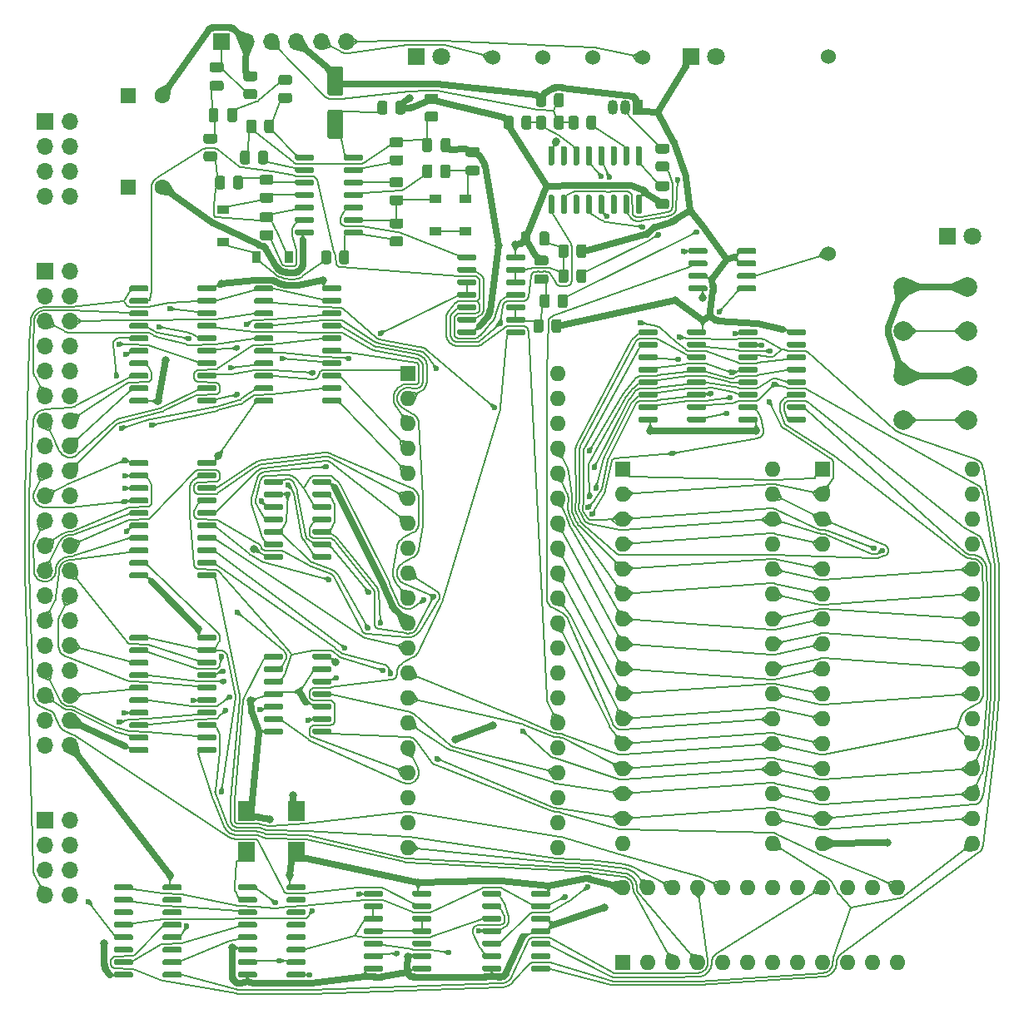
<source format=gbr>
%TF.GenerationSoftware,KiCad,Pcbnew,(5.1.9)-1*%
%TF.CreationDate,2022-03-13T14:27:43-04:00*%
%TF.ProjectId,cpu2,63707532-2e6b-4696-9361-645f70636258,rev?*%
%TF.SameCoordinates,Original*%
%TF.FileFunction,Copper,L1,Top*%
%TF.FilePolarity,Positive*%
%FSLAX46Y46*%
G04 Gerber Fmt 4.6, Leading zero omitted, Abs format (unit mm)*
G04 Created by KiCad (PCBNEW (5.1.9)-1) date 2022-03-13 14:27:43*
%MOMM*%
%LPD*%
G01*
G04 APERTURE LIST*
%TA.AperFunction,ComponentPad*%
%ADD10C,1.524000*%
%TD*%
%TA.AperFunction,ComponentPad*%
%ADD11O,1.700000X1.700000*%
%TD*%
%TA.AperFunction,ComponentPad*%
%ADD12R,1.700000X1.700000*%
%TD*%
%TA.AperFunction,SMDPad,CuDef*%
%ADD13R,0.900000X1.200000*%
%TD*%
%TA.AperFunction,SMDPad,CuDef*%
%ADD14R,1.200000X0.900000*%
%TD*%
%TA.AperFunction,ComponentPad*%
%ADD15R,1.050000X1.500000*%
%TD*%
%TA.AperFunction,ComponentPad*%
%ADD16O,1.050000X1.500000*%
%TD*%
%TA.AperFunction,ComponentPad*%
%ADD17C,1.800000*%
%TD*%
%TA.AperFunction,ComponentPad*%
%ADD18R,1.800000X1.800000*%
%TD*%
%TA.AperFunction,SMDPad,CuDef*%
%ADD19R,1.800000X2.000000*%
%TD*%
%TA.AperFunction,ComponentPad*%
%ADD20C,1.600000*%
%TD*%
%TA.AperFunction,ComponentPad*%
%ADD21R,1.600000X1.600000*%
%TD*%
%TA.AperFunction,ComponentPad*%
%ADD22C,2.000000*%
%TD*%
%TA.AperFunction,ComponentPad*%
%ADD23O,1.600000X1.600000*%
%TD*%
%TA.AperFunction,ViaPad*%
%ADD24C,0.800000*%
%TD*%
%TA.AperFunction,ViaPad*%
%ADD25C,0.600000*%
%TD*%
%TA.AperFunction,Conductor*%
%ADD26C,0.200000*%
%TD*%
%TA.AperFunction,Conductor*%
%ADD27C,0.700000*%
%TD*%
G04 APERTURE END LIST*
%TO.P,U22,8*%
%TO.N,+5V*%
%TA.AperFunction,SMDPad,CuDef*%
G36*
G01*
X89940000Y-47475000D02*
X89940000Y-47775000D01*
G75*
G02*
X89790000Y-47925000I-150000J0D01*
G01*
X88140000Y-47925000D01*
G75*
G02*
X87990000Y-47775000I0J150000D01*
G01*
X87990000Y-47475000D01*
G75*
G02*
X88140000Y-47325000I150000J0D01*
G01*
X89790000Y-47325000D01*
G75*
G02*
X89940000Y-47475000I0J-150000D01*
G01*
G37*
%TD.AperFunction*%
%TO.P,U22,7*%
%TO.N,GND*%
%TA.AperFunction,SMDPad,CuDef*%
G36*
G01*
X89940000Y-46205000D02*
X89940000Y-46505000D01*
G75*
G02*
X89790000Y-46655000I-150000J0D01*
G01*
X88140000Y-46655000D01*
G75*
G02*
X87990000Y-46505000I0J150000D01*
G01*
X87990000Y-46205000D01*
G75*
G02*
X88140000Y-46055000I150000J0D01*
G01*
X89790000Y-46055000D01*
G75*
G02*
X89940000Y-46205000I0J-150000D01*
G01*
G37*
%TD.AperFunction*%
%TO.P,U22,6*%
%TO.N,BB_CE*%
%TA.AperFunction,SMDPad,CuDef*%
G36*
G01*
X89940000Y-44935000D02*
X89940000Y-45235000D01*
G75*
G02*
X89790000Y-45385000I-150000J0D01*
G01*
X88140000Y-45385000D01*
G75*
G02*
X87990000Y-45235000I0J150000D01*
G01*
X87990000Y-44935000D01*
G75*
G02*
X88140000Y-44785000I150000J0D01*
G01*
X89790000Y-44785000D01*
G75*
G02*
X89940000Y-44935000I0J-150000D01*
G01*
G37*
%TD.AperFunction*%
%TO.P,U22,5*%
%TO.N,~RAM0~*%
%TA.AperFunction,SMDPad,CuDef*%
G36*
G01*
X89940000Y-43665000D02*
X89940000Y-43965000D01*
G75*
G02*
X89790000Y-44115000I-150000J0D01*
G01*
X88140000Y-44115000D01*
G75*
G02*
X87990000Y-43965000I0J150000D01*
G01*
X87990000Y-43665000D01*
G75*
G02*
X88140000Y-43515000I150000J0D01*
G01*
X89790000Y-43515000D01*
G75*
G02*
X89940000Y-43665000I0J-150000D01*
G01*
G37*
%TD.AperFunction*%
%TO.P,U22,4*%
%TO.N,GND*%
%TA.AperFunction,SMDPad,CuDef*%
G36*
G01*
X94890000Y-43665000D02*
X94890000Y-43965000D01*
G75*
G02*
X94740000Y-44115000I-150000J0D01*
G01*
X93090000Y-44115000D01*
G75*
G02*
X92940000Y-43965000I0J150000D01*
G01*
X92940000Y-43665000D01*
G75*
G02*
X93090000Y-43515000I150000J0D01*
G01*
X94740000Y-43515000D01*
G75*
G02*
X94890000Y-43665000I0J-150000D01*
G01*
G37*
%TD.AperFunction*%
%TO.P,U22,3*%
%TA.AperFunction,SMDPad,CuDef*%
G36*
G01*
X94890000Y-44935000D02*
X94890000Y-45235000D01*
G75*
G02*
X94740000Y-45385000I-150000J0D01*
G01*
X93090000Y-45385000D01*
G75*
G02*
X92940000Y-45235000I0J150000D01*
G01*
X92940000Y-44935000D01*
G75*
G02*
X93090000Y-44785000I150000J0D01*
G01*
X94740000Y-44785000D01*
G75*
G02*
X94890000Y-44935000I0J-150000D01*
G01*
G37*
%TD.AperFunction*%
%TO.P,U22,2*%
%TO.N,Net-(BT1-Pad1)*%
%TA.AperFunction,SMDPad,CuDef*%
G36*
G01*
X94890000Y-46205000D02*
X94890000Y-46505000D01*
G75*
G02*
X94740000Y-46655000I-150000J0D01*
G01*
X93090000Y-46655000D01*
G75*
G02*
X92940000Y-46505000I0J150000D01*
G01*
X92940000Y-46205000D01*
G75*
G02*
X93090000Y-46055000I150000J0D01*
G01*
X94740000Y-46055000D01*
G75*
G02*
X94890000Y-46205000I0J-150000D01*
G01*
G37*
%TD.AperFunction*%
%TO.P,U22,1*%
%TO.N,BB_VCC*%
%TA.AperFunction,SMDPad,CuDef*%
G36*
G01*
X94890000Y-47475000D02*
X94890000Y-47775000D01*
G75*
G02*
X94740000Y-47925000I-150000J0D01*
G01*
X93090000Y-47925000D01*
G75*
G02*
X92940000Y-47775000I0J150000D01*
G01*
X92940000Y-47475000D01*
G75*
G02*
X93090000Y-47325000I150000J0D01*
G01*
X94740000Y-47325000D01*
G75*
G02*
X94890000Y-47475000I0J-150000D01*
G01*
G37*
%TD.AperFunction*%
%TD*%
D10*
%TO.P,BT1,1*%
%TO.N,Net-(BT1-Pad1)*%
X102235000Y-44050000D03*
%TO.P,BT1,2*%
%TO.N,GND*%
X102235000Y-24050000D03*
%TD*%
D11*
%TO.P,J4,6*%
%TO.N,CASS_SW1*%
X53200000Y-22500000D03*
%TO.P,J4,5*%
%TO.N,CASS_SW2*%
X50660000Y-22500000D03*
%TO.P,J4,4*%
%TO.N,GND*%
X48120000Y-22500000D03*
%TO.P,J4,3*%
%TO.N,CASSAOUT*%
X45580000Y-22500000D03*
%TO.P,J4,2*%
%TO.N,GND*%
X43040000Y-22500000D03*
D12*
%TO.P,J4,1*%
%TO.N,CASSAIN*%
X40500000Y-22500000D03*
%TD*%
%TO.P,R66,2*%
%TO.N,C3OUT*%
%TA.AperFunction,SMDPad,CuDef*%
G36*
G01*
X57842998Y-38119000D02*
X58743002Y-38119000D01*
G75*
G02*
X58993000Y-38368998I0J-249998D01*
G01*
X58993000Y-38894002D01*
G75*
G02*
X58743002Y-39144000I-249998J0D01*
G01*
X57842998Y-39144000D01*
G75*
G02*
X57593000Y-38894002I0J249998D01*
G01*
X57593000Y-38368998D01*
G75*
G02*
X57842998Y-38119000I249998J0D01*
G01*
G37*
%TD.AperFunction*%
%TO.P,R66,1*%
%TO.N,C4INP*%
%TA.AperFunction,SMDPad,CuDef*%
G36*
G01*
X57842998Y-36294000D02*
X58743002Y-36294000D01*
G75*
G02*
X58993000Y-36543998I0J-249998D01*
G01*
X58993000Y-37069002D01*
G75*
G02*
X58743002Y-37319000I-249998J0D01*
G01*
X57842998Y-37319000D01*
G75*
G02*
X57593000Y-37069002I0J249998D01*
G01*
X57593000Y-36543998D01*
G75*
G02*
X57842998Y-36294000I249998J0D01*
G01*
G37*
%TD.AperFunction*%
%TD*%
%TO.P,R65,2*%
%TO.N,Net-(C26-Pad1)*%
%TA.AperFunction,SMDPad,CuDef*%
G36*
G01*
X62757000Y-36137002D02*
X62757000Y-35236998D01*
G75*
G02*
X63006998Y-34987000I249998J0D01*
G01*
X63532002Y-34987000D01*
G75*
G02*
X63782000Y-35236998I0J-249998D01*
G01*
X63782000Y-36137002D01*
G75*
G02*
X63532002Y-36387000I-249998J0D01*
G01*
X63006998Y-36387000D01*
G75*
G02*
X62757000Y-36137002I0J249998D01*
G01*
G37*
%TD.AperFunction*%
%TO.P,R65,1*%
%TO.N,C4INN*%
%TA.AperFunction,SMDPad,CuDef*%
G36*
G01*
X60932000Y-36137002D02*
X60932000Y-35236998D01*
G75*
G02*
X61181998Y-34987000I249998J0D01*
G01*
X61707002Y-34987000D01*
G75*
G02*
X61957000Y-35236998I0J-249998D01*
G01*
X61957000Y-36137002D01*
G75*
G02*
X61707002Y-36387000I-249998J0D01*
G01*
X61181998Y-36387000D01*
G75*
G02*
X60932000Y-36137002I0J249998D01*
G01*
G37*
%TD.AperFunction*%
%TD*%
%TO.P,R64,2*%
%TO.N,Net-(C25-Pad1)*%
%TA.AperFunction,SMDPad,CuDef*%
G36*
G01*
X61398998Y-29610000D02*
X62299002Y-29610000D01*
G75*
G02*
X62549000Y-29859998I0J-249998D01*
G01*
X62549000Y-30385002D01*
G75*
G02*
X62299002Y-30635000I-249998J0D01*
G01*
X61398998Y-30635000D01*
G75*
G02*
X61149000Y-30385002I0J249998D01*
G01*
X61149000Y-29859998D01*
G75*
G02*
X61398998Y-29610000I249998J0D01*
G01*
G37*
%TD.AperFunction*%
%TO.P,R64,1*%
%TO.N,+5V*%
%TA.AperFunction,SMDPad,CuDef*%
G36*
G01*
X61398998Y-27785000D02*
X62299002Y-27785000D01*
G75*
G02*
X62549000Y-28034998I0J-249998D01*
G01*
X62549000Y-28560002D01*
G75*
G02*
X62299002Y-28810000I-249998J0D01*
G01*
X61398998Y-28810000D01*
G75*
G02*
X61149000Y-28560002I0J249998D01*
G01*
X61149000Y-28034998D01*
G75*
G02*
X61398998Y-27785000I249998J0D01*
G01*
G37*
%TD.AperFunction*%
%TD*%
%TO.P,R63,2*%
%TO.N,C2OUT*%
%TA.AperFunction,SMDPad,CuDef*%
G36*
G01*
X44634998Y-37865000D02*
X45535002Y-37865000D01*
G75*
G02*
X45785000Y-38114998I0J-249998D01*
G01*
X45785000Y-38640002D01*
G75*
G02*
X45535002Y-38890000I-249998J0D01*
G01*
X44634998Y-38890000D01*
G75*
G02*
X44385000Y-38640002I0J249998D01*
G01*
X44385000Y-38114998D01*
G75*
G02*
X44634998Y-37865000I249998J0D01*
G01*
G37*
%TD.AperFunction*%
%TO.P,R63,1*%
%TO.N,C2INN*%
%TA.AperFunction,SMDPad,CuDef*%
G36*
G01*
X44634998Y-36040000D02*
X45535002Y-36040000D01*
G75*
G02*
X45785000Y-36289998I0J-249998D01*
G01*
X45785000Y-36815002D01*
G75*
G02*
X45535002Y-37065000I-249998J0D01*
G01*
X44634998Y-37065000D01*
G75*
G02*
X44385000Y-36815002I0J249998D01*
G01*
X44385000Y-36289998D01*
G75*
G02*
X44634998Y-36040000I249998J0D01*
G01*
G37*
%TD.AperFunction*%
%TD*%
%TO.P,R62,2*%
%TO.N,Net-(C25-Pad1)*%
%TA.AperFunction,SMDPad,CuDef*%
G36*
G01*
X43415000Y-33839998D02*
X43415000Y-34740002D01*
G75*
G02*
X43165002Y-34990000I-249998J0D01*
G01*
X42639998Y-34990000D01*
G75*
G02*
X42390000Y-34740002I0J249998D01*
G01*
X42390000Y-33839998D01*
G75*
G02*
X42639998Y-33590000I249998J0D01*
G01*
X43165002Y-33590000D01*
G75*
G02*
X43415000Y-33839998I0J-249998D01*
G01*
G37*
%TD.AperFunction*%
%TO.P,R62,1*%
%TO.N,C2INP*%
%TA.AperFunction,SMDPad,CuDef*%
G36*
G01*
X45240000Y-33839998D02*
X45240000Y-34740002D01*
G75*
G02*
X44990002Y-34990000I-249998J0D01*
G01*
X44464998Y-34990000D01*
G75*
G02*
X44215000Y-34740002I0J249998D01*
G01*
X44215000Y-33839998D01*
G75*
G02*
X44464998Y-33590000I249998J0D01*
G01*
X44990002Y-33590000D01*
G75*
G02*
X45240000Y-33839998I0J-249998D01*
G01*
G37*
%TD.AperFunction*%
%TD*%
%TO.P,R61,2*%
%TO.N,C2INN*%
%TA.AperFunction,SMDPad,CuDef*%
G36*
G01*
X41675000Y-37280002D02*
X41675000Y-36379998D01*
G75*
G02*
X41924998Y-36130000I249998J0D01*
G01*
X42450002Y-36130000D01*
G75*
G02*
X42700000Y-36379998I0J-249998D01*
G01*
X42700000Y-37280002D01*
G75*
G02*
X42450002Y-37530000I-249998J0D01*
G01*
X41924998Y-37530000D01*
G75*
G02*
X41675000Y-37280002I0J249998D01*
G01*
G37*
%TD.AperFunction*%
%TO.P,R61,1*%
%TO.N,C1OUT*%
%TA.AperFunction,SMDPad,CuDef*%
G36*
G01*
X39850000Y-37280002D02*
X39850000Y-36379998D01*
G75*
G02*
X40099998Y-36130000I249998J0D01*
G01*
X40625002Y-36130000D01*
G75*
G02*
X40875000Y-36379998I0J-249998D01*
G01*
X40875000Y-37280002D01*
G75*
G02*
X40625002Y-37530000I-249998J0D01*
G01*
X40099998Y-37530000D01*
G75*
G02*
X39850000Y-37280002I0J249998D01*
G01*
G37*
%TD.AperFunction*%
%TD*%
%TO.P,R60,2*%
%TO.N,C1INP*%
%TA.AperFunction,SMDPad,CuDef*%
G36*
G01*
X44850000Y-31565002D02*
X44850000Y-30664998D01*
G75*
G02*
X45099998Y-30415000I249998J0D01*
G01*
X45625002Y-30415000D01*
G75*
G02*
X45875000Y-30664998I0J-249998D01*
G01*
X45875000Y-31565002D01*
G75*
G02*
X45625002Y-31815000I-249998J0D01*
G01*
X45099998Y-31815000D01*
G75*
G02*
X44850000Y-31565002I0J249998D01*
G01*
G37*
%TD.AperFunction*%
%TO.P,R60,1*%
%TO.N,Net-(C25-Pad1)*%
%TA.AperFunction,SMDPad,CuDef*%
G36*
G01*
X43025000Y-31565002D02*
X43025000Y-30664998D01*
G75*
G02*
X43274998Y-30415000I249998J0D01*
G01*
X43800002Y-30415000D01*
G75*
G02*
X44050000Y-30664998I0J-249998D01*
G01*
X44050000Y-31565002D01*
G75*
G02*
X43800002Y-31815000I-249998J0D01*
G01*
X43274998Y-31815000D01*
G75*
G02*
X43025000Y-31565002I0J249998D01*
G01*
G37*
%TD.AperFunction*%
%TD*%
%TO.P,R59,2*%
%TO.N,Net-(C24-Pad2)*%
%TA.AperFunction,SMDPad,CuDef*%
G36*
G01*
X47440002Y-26905000D02*
X46539998Y-26905000D01*
G75*
G02*
X46290000Y-26655002I0J249998D01*
G01*
X46290000Y-26129998D01*
G75*
G02*
X46539998Y-25880000I249998J0D01*
G01*
X47440002Y-25880000D01*
G75*
G02*
X47690000Y-26129998I0J-249998D01*
G01*
X47690000Y-26655002D01*
G75*
G02*
X47440002Y-26905000I-249998J0D01*
G01*
G37*
%TD.AperFunction*%
%TO.P,R59,1*%
%TO.N,C1INP*%
%TA.AperFunction,SMDPad,CuDef*%
G36*
G01*
X47440002Y-28730000D02*
X46539998Y-28730000D01*
G75*
G02*
X46290000Y-28480002I0J249998D01*
G01*
X46290000Y-27954998D01*
G75*
G02*
X46539998Y-27705000I249998J0D01*
G01*
X47440002Y-27705000D01*
G75*
G02*
X47690000Y-27954998I0J-249998D01*
G01*
X47690000Y-28480002D01*
G75*
G02*
X47440002Y-28730000I-249998J0D01*
G01*
G37*
%TD.AperFunction*%
%TD*%
%TO.P,R58,2*%
%TO.N,C1INN*%
%TA.AperFunction,SMDPad,CuDef*%
G36*
G01*
X44634998Y-41675000D02*
X45535002Y-41675000D01*
G75*
G02*
X45785000Y-41924998I0J-249998D01*
G01*
X45785000Y-42450002D01*
G75*
G02*
X45535002Y-42700000I-249998J0D01*
G01*
X44634998Y-42700000D01*
G75*
G02*
X44385000Y-42450002I0J249998D01*
G01*
X44385000Y-41924998D01*
G75*
G02*
X44634998Y-41675000I249998J0D01*
G01*
G37*
%TD.AperFunction*%
%TO.P,R58,1*%
%TO.N,C1OUT*%
%TA.AperFunction,SMDPad,CuDef*%
G36*
G01*
X44634998Y-39850000D02*
X45535002Y-39850000D01*
G75*
G02*
X45785000Y-40099998I0J-249998D01*
G01*
X45785000Y-40625002D01*
G75*
G02*
X45535002Y-40875000I-249998J0D01*
G01*
X44634998Y-40875000D01*
G75*
G02*
X44385000Y-40625002I0J249998D01*
G01*
X44385000Y-40099998D01*
G75*
G02*
X44634998Y-39850000I249998J0D01*
G01*
G37*
%TD.AperFunction*%
%TD*%
%TO.P,R57,2*%
%TO.N,C3INP*%
%TA.AperFunction,SMDPad,CuDef*%
G36*
G01*
X57842998Y-34055000D02*
X58743002Y-34055000D01*
G75*
G02*
X58993000Y-34304998I0J-249998D01*
G01*
X58993000Y-34830002D01*
G75*
G02*
X58743002Y-35080000I-249998J0D01*
G01*
X57842998Y-35080000D01*
G75*
G02*
X57593000Y-34830002I0J249998D01*
G01*
X57593000Y-34304998D01*
G75*
G02*
X57842998Y-34055000I249998J0D01*
G01*
G37*
%TD.AperFunction*%
%TO.P,R57,1*%
%TO.N,Net-(C25-Pad1)*%
%TA.AperFunction,SMDPad,CuDef*%
G36*
G01*
X57842998Y-32230000D02*
X58743002Y-32230000D01*
G75*
G02*
X58993000Y-32479998I0J-249998D01*
G01*
X58993000Y-33005002D01*
G75*
G02*
X58743002Y-33255000I-249998J0D01*
G01*
X57842998Y-33255000D01*
G75*
G02*
X57593000Y-33005002I0J249998D01*
G01*
X57593000Y-32479998D01*
G75*
G02*
X57842998Y-32230000I249998J0D01*
G01*
G37*
%TD.AperFunction*%
%TD*%
%TO.P,R56,2*%
%TO.N,C3OUT*%
%TA.AperFunction,SMDPad,CuDef*%
G36*
G01*
X58743002Y-41510000D02*
X57842998Y-41510000D01*
G75*
G02*
X57593000Y-41260002I0J249998D01*
G01*
X57593000Y-40734998D01*
G75*
G02*
X57842998Y-40485000I249998J0D01*
G01*
X58743002Y-40485000D01*
G75*
G02*
X58993000Y-40734998I0J-249998D01*
G01*
X58993000Y-41260002D01*
G75*
G02*
X58743002Y-41510000I-249998J0D01*
G01*
G37*
%TD.AperFunction*%
%TO.P,R56,1*%
%TO.N,C3INN*%
%TA.AperFunction,SMDPad,CuDef*%
G36*
G01*
X58743002Y-43335000D02*
X57842998Y-43335000D01*
G75*
G02*
X57593000Y-43085002I0J249998D01*
G01*
X57593000Y-42559998D01*
G75*
G02*
X57842998Y-42310000I249998J0D01*
G01*
X58743002Y-42310000D01*
G75*
G02*
X58993000Y-42559998I0J-249998D01*
G01*
X58993000Y-43085002D01*
G75*
G02*
X58743002Y-43335000I-249998J0D01*
G01*
G37*
%TD.AperFunction*%
%TD*%
%TO.P,R55,2*%
%TO.N,C1OUT*%
%TA.AperFunction,SMDPad,CuDef*%
G36*
G01*
X38919998Y-33674000D02*
X39820002Y-33674000D01*
G75*
G02*
X40070000Y-33923998I0J-249998D01*
G01*
X40070000Y-34449002D01*
G75*
G02*
X39820002Y-34699000I-249998J0D01*
G01*
X38919998Y-34699000D01*
G75*
G02*
X38670000Y-34449002I0J249998D01*
G01*
X38670000Y-33923998D01*
G75*
G02*
X38919998Y-33674000I249998J0D01*
G01*
G37*
%TD.AperFunction*%
%TO.P,R55,1*%
%TO.N,Net-(C23-Pad1)*%
%TA.AperFunction,SMDPad,CuDef*%
G36*
G01*
X38919998Y-31849000D02*
X39820002Y-31849000D01*
G75*
G02*
X40070000Y-32098998I0J-249998D01*
G01*
X40070000Y-32624002D01*
G75*
G02*
X39820002Y-32874000I-249998J0D01*
G01*
X38919998Y-32874000D01*
G75*
G02*
X38670000Y-32624002I0J249998D01*
G01*
X38670000Y-32098998D01*
G75*
G02*
X38919998Y-31849000I249998J0D01*
G01*
G37*
%TD.AperFunction*%
%TD*%
%TO.P,R54,2*%
%TO.N,C3INN*%
%TA.AperFunction,SMDPad,CuDef*%
G36*
G01*
X52470000Y-44900002D02*
X52470000Y-43999998D01*
G75*
G02*
X52719998Y-43750000I249998J0D01*
G01*
X53245002Y-43750000D01*
G75*
G02*
X53495000Y-43999998I0J-249998D01*
G01*
X53495000Y-44900002D01*
G75*
G02*
X53245002Y-45150000I-249998J0D01*
G01*
X52719998Y-45150000D01*
G75*
G02*
X52470000Y-44900002I0J249998D01*
G01*
G37*
%TD.AperFunction*%
%TO.P,R54,1*%
%TO.N,Net-(D10-Pad1)*%
%TA.AperFunction,SMDPad,CuDef*%
G36*
G01*
X50645000Y-44900002D02*
X50645000Y-43999998D01*
G75*
G02*
X50894998Y-43750000I249998J0D01*
G01*
X51420002Y-43750000D01*
G75*
G02*
X51670000Y-43999998I0J-249998D01*
G01*
X51670000Y-44900002D01*
G75*
G02*
X51420002Y-45150000I-249998J0D01*
G01*
X50894998Y-45150000D01*
G75*
G02*
X50645000Y-44900002I0J249998D01*
G01*
G37*
%TD.AperFunction*%
%TD*%
%TO.P,R53,2*%
%TO.N,GND*%
%TA.AperFunction,SMDPad,CuDef*%
G36*
G01*
X43884002Y-26524000D02*
X42983998Y-26524000D01*
G75*
G02*
X42734000Y-26274002I0J249998D01*
G01*
X42734000Y-25748998D01*
G75*
G02*
X42983998Y-25499000I249998J0D01*
G01*
X43884002Y-25499000D01*
G75*
G02*
X44134000Y-25748998I0J-249998D01*
G01*
X44134000Y-26274002D01*
G75*
G02*
X43884002Y-26524000I-249998J0D01*
G01*
G37*
%TD.AperFunction*%
%TO.P,R53,1*%
%TO.N,CASSAIN*%
%TA.AperFunction,SMDPad,CuDef*%
G36*
G01*
X43884002Y-28349000D02*
X42983998Y-28349000D01*
G75*
G02*
X42734000Y-28099002I0J249998D01*
G01*
X42734000Y-27573998D01*
G75*
G02*
X42983998Y-27324000I249998J0D01*
G01*
X43884002Y-27324000D01*
G75*
G02*
X44134000Y-27573998I0J-249998D01*
G01*
X44134000Y-28099002D01*
G75*
G02*
X43884002Y-28349000I-249998J0D01*
G01*
G37*
%TD.AperFunction*%
%TD*%
D13*
%TO.P,D13,2*%
%TO.N,C1OUT*%
X47370000Y-44450000D03*
%TO.P,D13,1*%
%TO.N,Net-(D10-Pad1)*%
X44070000Y-44450000D03*
%TD*%
D14*
%TO.P,D12,2*%
%TO.N,Net-(D11-Pad1)*%
X65278000Y-41782000D03*
%TO.P,D12,1*%
%TO.N,Net-(C26-Pad1)*%
X65278000Y-38482000D03*
%TD*%
%TO.P,D11,2*%
%TO.N,C3OUT*%
X62230000Y-38482000D03*
%TO.P,D11,1*%
%TO.N,Net-(D11-Pad1)*%
X62230000Y-41782000D03*
%TD*%
%TO.P,C26,2*%
%TO.N,GND*%
%TA.AperFunction,SMDPad,CuDef*%
G36*
G01*
X66515000Y-34221000D02*
X65565000Y-34221000D01*
G75*
G02*
X65315000Y-33971000I0J250000D01*
G01*
X65315000Y-33471000D01*
G75*
G02*
X65565000Y-33221000I250000J0D01*
G01*
X66515000Y-33221000D01*
G75*
G02*
X66765000Y-33471000I0J-250000D01*
G01*
X66765000Y-33971000D01*
G75*
G02*
X66515000Y-34221000I-250000J0D01*
G01*
G37*
%TD.AperFunction*%
%TO.P,C26,1*%
%TO.N,Net-(C26-Pad1)*%
%TA.AperFunction,SMDPad,CuDef*%
G36*
G01*
X66515000Y-36121000D02*
X65565000Y-36121000D01*
G75*
G02*
X65315000Y-35871000I0J250000D01*
G01*
X65315000Y-35371000D01*
G75*
G02*
X65565000Y-35121000I250000J0D01*
G01*
X66515000Y-35121000D01*
G75*
G02*
X66765000Y-35371000I0J-250000D01*
G01*
X66765000Y-35871000D01*
G75*
G02*
X66515000Y-36121000I-250000J0D01*
G01*
G37*
%TD.AperFunction*%
%TD*%
%TO.P,C25,2*%
%TO.N,GND*%
%TA.AperFunction,SMDPad,CuDef*%
G36*
G01*
X62807000Y-33495000D02*
X62807000Y-32545000D01*
G75*
G02*
X63057000Y-32295000I250000J0D01*
G01*
X63557000Y-32295000D01*
G75*
G02*
X63807000Y-32545000I0J-250000D01*
G01*
X63807000Y-33495000D01*
G75*
G02*
X63557000Y-33745000I-250000J0D01*
G01*
X63057000Y-33745000D01*
G75*
G02*
X62807000Y-33495000I0J250000D01*
G01*
G37*
%TD.AperFunction*%
%TO.P,C25,1*%
%TO.N,Net-(C25-Pad1)*%
%TA.AperFunction,SMDPad,CuDef*%
G36*
G01*
X60907000Y-33495000D02*
X60907000Y-32545000D01*
G75*
G02*
X61157000Y-32295000I250000J0D01*
G01*
X61657000Y-32295000D01*
G75*
G02*
X61907000Y-32545000I0J-250000D01*
G01*
X61907000Y-33495000D01*
G75*
G02*
X61657000Y-33745000I-250000J0D01*
G01*
X61157000Y-33745000D01*
G75*
G02*
X60907000Y-33495000I0J250000D01*
G01*
G37*
%TD.AperFunction*%
%TD*%
%TO.P,C24,2*%
%TO.N,Net-(C24-Pad2)*%
%TA.AperFunction,SMDPad,CuDef*%
G36*
G01*
X41090000Y-30447000D02*
X41090000Y-29497000D01*
G75*
G02*
X41340000Y-29247000I250000J0D01*
G01*
X41840000Y-29247000D01*
G75*
G02*
X42090000Y-29497000I0J-250000D01*
G01*
X42090000Y-30447000D01*
G75*
G02*
X41840000Y-30697000I-250000J0D01*
G01*
X41340000Y-30697000D01*
G75*
G02*
X41090000Y-30447000I0J250000D01*
G01*
G37*
%TD.AperFunction*%
%TO.P,C24,1*%
%TO.N,Net-(C23-Pad1)*%
%TA.AperFunction,SMDPad,CuDef*%
G36*
G01*
X39190000Y-30447000D02*
X39190000Y-29497000D01*
G75*
G02*
X39440000Y-29247000I250000J0D01*
G01*
X39940000Y-29247000D01*
G75*
G02*
X40190000Y-29497000I0J-250000D01*
G01*
X40190000Y-30447000D01*
G75*
G02*
X39940000Y-30697000I-250000J0D01*
G01*
X39440000Y-30697000D01*
G75*
G02*
X39190000Y-30447000I0J250000D01*
G01*
G37*
%TD.AperFunction*%
%TD*%
%TO.P,C23,2*%
%TO.N,CASSAIN*%
%TA.AperFunction,SMDPad,CuDef*%
G36*
G01*
X40480000Y-25585000D02*
X39530000Y-25585000D01*
G75*
G02*
X39280000Y-25335000I0J250000D01*
G01*
X39280000Y-24835000D01*
G75*
G02*
X39530000Y-24585000I250000J0D01*
G01*
X40480000Y-24585000D01*
G75*
G02*
X40730000Y-24835000I0J-250000D01*
G01*
X40730000Y-25335000D01*
G75*
G02*
X40480000Y-25585000I-250000J0D01*
G01*
G37*
%TD.AperFunction*%
%TO.P,C23,1*%
%TO.N,Net-(C23-Pad1)*%
%TA.AperFunction,SMDPad,CuDef*%
G36*
G01*
X40480000Y-27485000D02*
X39530000Y-27485000D01*
G75*
G02*
X39280000Y-27235000I0J250000D01*
G01*
X39280000Y-26735000D01*
G75*
G02*
X39530000Y-26485000I250000J0D01*
G01*
X40480000Y-26485000D01*
G75*
G02*
X40730000Y-26735000I0J-250000D01*
G01*
X40730000Y-27235000D01*
G75*
G02*
X40480000Y-27485000I-250000J0D01*
G01*
G37*
%TD.AperFunction*%
%TD*%
D10*
%TO.P,U21,1*%
%TO.N,CASS_SW1*%
X83312000Y-24130000D03*
%TO.P,U21,4*%
%TO.N,CASS_SW2*%
X68072000Y-24130000D03*
%TO.P,U21,3*%
%TO.N,+5V*%
X73152000Y-24130000D03*
%TO.P,U21,2*%
%TO.N,Net-(D9-Pad2)*%
X78232000Y-24130000D03*
%TD*%
%TO.P,U20,16*%
%TO.N,+5V*%
%TA.AperFunction,SMDPad,CuDef*%
G36*
G01*
X82781000Y-38076000D02*
X83081000Y-38076000D01*
G75*
G02*
X83231000Y-38226000I0J-150000D01*
G01*
X83231000Y-39876000D01*
G75*
G02*
X83081000Y-40026000I-150000J0D01*
G01*
X82781000Y-40026000D01*
G75*
G02*
X82631000Y-39876000I0J150000D01*
G01*
X82631000Y-38226000D01*
G75*
G02*
X82781000Y-38076000I150000J0D01*
G01*
G37*
%TD.AperFunction*%
%TO.P,U20,15*%
%TO.N,Net-(R46-Pad2)*%
%TA.AperFunction,SMDPad,CuDef*%
G36*
G01*
X81511000Y-38076000D02*
X81811000Y-38076000D01*
G75*
G02*
X81961000Y-38226000I0J-150000D01*
G01*
X81961000Y-39876000D01*
G75*
G02*
X81811000Y-40026000I-150000J0D01*
G01*
X81511000Y-40026000D01*
G75*
G02*
X81361000Y-39876000I0J150000D01*
G01*
X81361000Y-38226000D01*
G75*
G02*
X81511000Y-38076000I150000J0D01*
G01*
G37*
%TD.AperFunction*%
%TO.P,U20,14*%
%TO.N,N/C*%
%TA.AperFunction,SMDPad,CuDef*%
G36*
G01*
X80241000Y-38076000D02*
X80541000Y-38076000D01*
G75*
G02*
X80691000Y-38226000I0J-150000D01*
G01*
X80691000Y-39876000D01*
G75*
G02*
X80541000Y-40026000I-150000J0D01*
G01*
X80241000Y-40026000D01*
G75*
G02*
X80091000Y-39876000I0J150000D01*
G01*
X80091000Y-38226000D01*
G75*
G02*
X80241000Y-38076000I150000J0D01*
G01*
G37*
%TD.AperFunction*%
%TO.P,U20,13*%
%TO.N,D3*%
%TA.AperFunction,SMDPad,CuDef*%
G36*
G01*
X78971000Y-38076000D02*
X79271000Y-38076000D01*
G75*
G02*
X79421000Y-38226000I0J-150000D01*
G01*
X79421000Y-39876000D01*
G75*
G02*
X79271000Y-40026000I-150000J0D01*
G01*
X78971000Y-40026000D01*
G75*
G02*
X78821000Y-39876000I0J150000D01*
G01*
X78821000Y-38226000D01*
G75*
G02*
X78971000Y-38076000I150000J0D01*
G01*
G37*
%TD.AperFunction*%
%TO.P,U20,12*%
%TO.N,D2*%
%TA.AperFunction,SMDPad,CuDef*%
G36*
G01*
X77701000Y-38076000D02*
X78001000Y-38076000D01*
G75*
G02*
X78151000Y-38226000I0J-150000D01*
G01*
X78151000Y-39876000D01*
G75*
G02*
X78001000Y-40026000I-150000J0D01*
G01*
X77701000Y-40026000D01*
G75*
G02*
X77551000Y-39876000I0J150000D01*
G01*
X77551000Y-38226000D01*
G75*
G02*
X77701000Y-38076000I150000J0D01*
G01*
G37*
%TD.AperFunction*%
%TO.P,U20,11*%
%TO.N,N/C*%
%TA.AperFunction,SMDPad,CuDef*%
G36*
G01*
X76431000Y-38076000D02*
X76731000Y-38076000D01*
G75*
G02*
X76881000Y-38226000I0J-150000D01*
G01*
X76881000Y-39876000D01*
G75*
G02*
X76731000Y-40026000I-150000J0D01*
G01*
X76431000Y-40026000D01*
G75*
G02*
X76281000Y-39876000I0J150000D01*
G01*
X76281000Y-38226000D01*
G75*
G02*
X76431000Y-38076000I150000J0D01*
G01*
G37*
%TD.AperFunction*%
%TO.P,U20,10*%
%TO.N,Net-(R48-Pad2)*%
%TA.AperFunction,SMDPad,CuDef*%
G36*
G01*
X75161000Y-38076000D02*
X75461000Y-38076000D01*
G75*
G02*
X75611000Y-38226000I0J-150000D01*
G01*
X75611000Y-39876000D01*
G75*
G02*
X75461000Y-40026000I-150000J0D01*
G01*
X75161000Y-40026000D01*
G75*
G02*
X75011000Y-39876000I0J150000D01*
G01*
X75011000Y-38226000D01*
G75*
G02*
X75161000Y-38076000I150000J0D01*
G01*
G37*
%TD.AperFunction*%
%TO.P,U20,9*%
%TO.N,CASSOUT*%
%TA.AperFunction,SMDPad,CuDef*%
G36*
G01*
X73891000Y-38076000D02*
X74191000Y-38076000D01*
G75*
G02*
X74341000Y-38226000I0J-150000D01*
G01*
X74341000Y-39876000D01*
G75*
G02*
X74191000Y-40026000I-150000J0D01*
G01*
X73891000Y-40026000D01*
G75*
G02*
X73741000Y-39876000I0J150000D01*
G01*
X73741000Y-38226000D01*
G75*
G02*
X73891000Y-38076000I150000J0D01*
G01*
G37*
%TD.AperFunction*%
%TO.P,U20,8*%
%TO.N,GND*%
%TA.AperFunction,SMDPad,CuDef*%
G36*
G01*
X73891000Y-33126000D02*
X74191000Y-33126000D01*
G75*
G02*
X74341000Y-33276000I0J-150000D01*
G01*
X74341000Y-34926000D01*
G75*
G02*
X74191000Y-35076000I-150000J0D01*
G01*
X73891000Y-35076000D01*
G75*
G02*
X73741000Y-34926000I0J150000D01*
G01*
X73741000Y-33276000D01*
G75*
G02*
X73891000Y-33126000I150000J0D01*
G01*
G37*
%TD.AperFunction*%
%TO.P,U20,7*%
%TO.N,N/C*%
%TA.AperFunction,SMDPad,CuDef*%
G36*
G01*
X75161000Y-33126000D02*
X75461000Y-33126000D01*
G75*
G02*
X75611000Y-33276000I0J-150000D01*
G01*
X75611000Y-34926000D01*
G75*
G02*
X75461000Y-35076000I-150000J0D01*
G01*
X75161000Y-35076000D01*
G75*
G02*
X75011000Y-34926000I0J150000D01*
G01*
X75011000Y-33276000D01*
G75*
G02*
X75161000Y-33126000I150000J0D01*
G01*
G37*
%TD.AperFunction*%
%TO.P,U20,6*%
%TO.N,Net-(R49-Pad2)*%
%TA.AperFunction,SMDPad,CuDef*%
G36*
G01*
X76431000Y-33126000D02*
X76731000Y-33126000D01*
G75*
G02*
X76881000Y-33276000I0J-150000D01*
G01*
X76881000Y-34926000D01*
G75*
G02*
X76731000Y-35076000I-150000J0D01*
G01*
X76431000Y-35076000D01*
G75*
G02*
X76281000Y-34926000I0J150000D01*
G01*
X76281000Y-33276000D01*
G75*
G02*
X76431000Y-33126000I150000J0D01*
G01*
G37*
%TD.AperFunction*%
%TO.P,U20,5*%
%TO.N,D1*%
%TA.AperFunction,SMDPad,CuDef*%
G36*
G01*
X77701000Y-33126000D02*
X78001000Y-33126000D01*
G75*
G02*
X78151000Y-33276000I0J-150000D01*
G01*
X78151000Y-34926000D01*
G75*
G02*
X78001000Y-35076000I-150000J0D01*
G01*
X77701000Y-35076000D01*
G75*
G02*
X77551000Y-34926000I0J150000D01*
G01*
X77551000Y-33276000D01*
G75*
G02*
X77701000Y-33126000I150000J0D01*
G01*
G37*
%TD.AperFunction*%
%TO.P,U20,4*%
%TO.N,D0*%
%TA.AperFunction,SMDPad,CuDef*%
G36*
G01*
X78971000Y-33126000D02*
X79271000Y-33126000D01*
G75*
G02*
X79421000Y-33276000I0J-150000D01*
G01*
X79421000Y-34926000D01*
G75*
G02*
X79271000Y-35076000I-150000J0D01*
G01*
X78971000Y-35076000D01*
G75*
G02*
X78821000Y-34926000I0J150000D01*
G01*
X78821000Y-33276000D01*
G75*
G02*
X78971000Y-33126000I150000J0D01*
G01*
G37*
%TD.AperFunction*%
%TO.P,U20,3*%
%TO.N,N/C*%
%TA.AperFunction,SMDPad,CuDef*%
G36*
G01*
X80241000Y-33126000D02*
X80541000Y-33126000D01*
G75*
G02*
X80691000Y-33276000I0J-150000D01*
G01*
X80691000Y-34926000D01*
G75*
G02*
X80541000Y-35076000I-150000J0D01*
G01*
X80241000Y-35076000D01*
G75*
G02*
X80091000Y-34926000I0J150000D01*
G01*
X80091000Y-33276000D01*
G75*
G02*
X80241000Y-33126000I150000J0D01*
G01*
G37*
%TD.AperFunction*%
%TO.P,U20,2*%
%TO.N,Net-(R47-Pad1)*%
%TA.AperFunction,SMDPad,CuDef*%
G36*
G01*
X81511000Y-33126000D02*
X81811000Y-33126000D01*
G75*
G02*
X81961000Y-33276000I0J-150000D01*
G01*
X81961000Y-34926000D01*
G75*
G02*
X81811000Y-35076000I-150000J0D01*
G01*
X81511000Y-35076000D01*
G75*
G02*
X81361000Y-34926000I0J150000D01*
G01*
X81361000Y-33276000D01*
G75*
G02*
X81511000Y-33126000I150000J0D01*
G01*
G37*
%TD.AperFunction*%
%TO.P,U20,1*%
%TO.N,Net-(R45-Pad1)*%
%TA.AperFunction,SMDPad,CuDef*%
G36*
G01*
X82781000Y-33126000D02*
X83081000Y-33126000D01*
G75*
G02*
X83231000Y-33276000I0J-150000D01*
G01*
X83231000Y-34926000D01*
G75*
G02*
X83081000Y-35076000I-150000J0D01*
G01*
X82781000Y-35076000D01*
G75*
G02*
X82631000Y-34926000I0J150000D01*
G01*
X82631000Y-33276000D01*
G75*
G02*
X82781000Y-33126000I150000J0D01*
G01*
G37*
%TD.AperFunction*%
%TD*%
%TO.P,R52,2*%
%TO.N,Net-(C22-Pad1)*%
%TA.AperFunction,SMDPad,CuDef*%
G36*
G01*
X57385000Y-28759998D02*
X57385000Y-29660002D01*
G75*
G02*
X57135002Y-29910000I-249998J0D01*
G01*
X56609998Y-29910000D01*
G75*
G02*
X56360000Y-29660002I0J249998D01*
G01*
X56360000Y-28759998D01*
G75*
G02*
X56609998Y-28510000I249998J0D01*
G01*
X57135002Y-28510000D01*
G75*
G02*
X57385000Y-28759998I0J-249998D01*
G01*
G37*
%TD.AperFunction*%
%TO.P,R52,1*%
%TO.N,+5V*%
%TA.AperFunction,SMDPad,CuDef*%
G36*
G01*
X59210000Y-28759998D02*
X59210000Y-29660002D01*
G75*
G02*
X58960002Y-29910000I-249998J0D01*
G01*
X58434998Y-29910000D01*
G75*
G02*
X58185000Y-29660002I0J249998D01*
G01*
X58185000Y-28759998D01*
G75*
G02*
X58434998Y-28510000I249998J0D01*
G01*
X58960002Y-28510000D01*
G75*
G02*
X59210000Y-28759998I0J-249998D01*
G01*
G37*
%TD.AperFunction*%
%TD*%
%TO.P,R51,2*%
%TO.N,CASSAOUT*%
%TA.AperFunction,SMDPad,CuDef*%
G36*
G01*
X74314000Y-28898002D02*
X74314000Y-27997998D01*
G75*
G02*
X74563998Y-27748000I249998J0D01*
G01*
X75089002Y-27748000D01*
G75*
G02*
X75339000Y-27997998I0J-249998D01*
G01*
X75339000Y-28898002D01*
G75*
G02*
X75089002Y-29148000I-249998J0D01*
G01*
X74563998Y-29148000D01*
G75*
G02*
X74314000Y-28898002I0J249998D01*
G01*
G37*
%TD.AperFunction*%
%TO.P,R51,1*%
%TO.N,GND*%
%TA.AperFunction,SMDPad,CuDef*%
G36*
G01*
X72489000Y-28898002D02*
X72489000Y-27997998D01*
G75*
G02*
X72738998Y-27748000I249998J0D01*
G01*
X73264002Y-27748000D01*
G75*
G02*
X73514000Y-27997998I0J-249998D01*
G01*
X73514000Y-28898002D01*
G75*
G02*
X73264002Y-29148000I-249998J0D01*
G01*
X72738998Y-29148000D01*
G75*
G02*
X72489000Y-28898002I0J249998D01*
G01*
G37*
%TD.AperFunction*%
%TD*%
%TO.P,R50,2*%
%TO.N,Net-(R49-Pad2)*%
%TA.AperFunction,SMDPad,CuDef*%
G36*
G01*
X71012000Y-31184002D02*
X71012000Y-30283998D01*
G75*
G02*
X71261998Y-30034000I249998J0D01*
G01*
X71787002Y-30034000D01*
G75*
G02*
X72037000Y-30283998I0J-249998D01*
G01*
X72037000Y-31184002D01*
G75*
G02*
X71787002Y-31434000I-249998J0D01*
G01*
X71261998Y-31434000D01*
G75*
G02*
X71012000Y-31184002I0J249998D01*
G01*
G37*
%TD.AperFunction*%
%TO.P,R50,1*%
%TO.N,+5V*%
%TA.AperFunction,SMDPad,CuDef*%
G36*
G01*
X69187000Y-31184002D02*
X69187000Y-30283998D01*
G75*
G02*
X69436998Y-30034000I249998J0D01*
G01*
X69962002Y-30034000D01*
G75*
G02*
X70212000Y-30283998I0J-249998D01*
G01*
X70212000Y-31184002D01*
G75*
G02*
X69962002Y-31434000I-249998J0D01*
G01*
X69436998Y-31434000D01*
G75*
G02*
X69187000Y-31184002I0J249998D01*
G01*
G37*
%TD.AperFunction*%
%TD*%
%TO.P,R49,2*%
%TO.N,Net-(R49-Pad2)*%
%TA.AperFunction,SMDPad,CuDef*%
G36*
G01*
X73514000Y-30283998D02*
X73514000Y-31184002D01*
G75*
G02*
X73264002Y-31434000I-249998J0D01*
G01*
X72738998Y-31434000D01*
G75*
G02*
X72489000Y-31184002I0J249998D01*
G01*
X72489000Y-30283998D01*
G75*
G02*
X72738998Y-30034000I249998J0D01*
G01*
X73264002Y-30034000D01*
G75*
G02*
X73514000Y-30283998I0J-249998D01*
G01*
G37*
%TD.AperFunction*%
%TO.P,R49,1*%
%TO.N,CASSAOUT*%
%TA.AperFunction,SMDPad,CuDef*%
G36*
G01*
X75339000Y-30283998D02*
X75339000Y-31184002D01*
G75*
G02*
X75089002Y-31434000I-249998J0D01*
G01*
X74563998Y-31434000D01*
G75*
G02*
X74314000Y-31184002I0J249998D01*
G01*
X74314000Y-30283998D01*
G75*
G02*
X74563998Y-30034000I249998J0D01*
G01*
X75089002Y-30034000D01*
G75*
G02*
X75339000Y-30283998I0J-249998D01*
G01*
G37*
%TD.AperFunction*%
%TD*%
%TO.P,R48,2*%
%TO.N,Net-(R48-Pad2)*%
%TA.AperFunction,SMDPad,CuDef*%
G36*
G01*
X84893998Y-34690000D02*
X85794002Y-34690000D01*
G75*
G02*
X86044000Y-34939998I0J-249998D01*
G01*
X86044000Y-35465002D01*
G75*
G02*
X85794002Y-35715000I-249998J0D01*
G01*
X84893998Y-35715000D01*
G75*
G02*
X84644000Y-35465002I0J249998D01*
G01*
X84644000Y-34939998D01*
G75*
G02*
X84893998Y-34690000I249998J0D01*
G01*
G37*
%TD.AperFunction*%
%TO.P,R48,1*%
%TO.N,Net-(Q1-Pad2)*%
%TA.AperFunction,SMDPad,CuDef*%
G36*
G01*
X84893998Y-32865000D02*
X85794002Y-32865000D01*
G75*
G02*
X86044000Y-33114998I0J-249998D01*
G01*
X86044000Y-33640002D01*
G75*
G02*
X85794002Y-33890000I-249998J0D01*
G01*
X84893998Y-33890000D01*
G75*
G02*
X84644000Y-33640002I0J249998D01*
G01*
X84644000Y-33114998D01*
G75*
G02*
X84893998Y-32865000I249998J0D01*
G01*
G37*
%TD.AperFunction*%
%TD*%
%TO.P,R47,2*%
%TO.N,CASSAOUT*%
%TA.AperFunction,SMDPad,CuDef*%
G36*
G01*
X76816000Y-30283998D02*
X76816000Y-31184002D01*
G75*
G02*
X76566002Y-31434000I-249998J0D01*
G01*
X76040998Y-31434000D01*
G75*
G02*
X75791000Y-31184002I0J249998D01*
G01*
X75791000Y-30283998D01*
G75*
G02*
X76040998Y-30034000I249998J0D01*
G01*
X76566002Y-30034000D01*
G75*
G02*
X76816000Y-30283998I0J-249998D01*
G01*
G37*
%TD.AperFunction*%
%TO.P,R47,1*%
%TO.N,Net-(R47-Pad1)*%
%TA.AperFunction,SMDPad,CuDef*%
G36*
G01*
X78641000Y-30283998D02*
X78641000Y-31184002D01*
G75*
G02*
X78391002Y-31434000I-249998J0D01*
G01*
X77865998Y-31434000D01*
G75*
G02*
X77616000Y-31184002I0J249998D01*
G01*
X77616000Y-30283998D01*
G75*
G02*
X77865998Y-30034000I249998J0D01*
G01*
X78391002Y-30034000D01*
G75*
G02*
X78641000Y-30283998I0J-249998D01*
G01*
G37*
%TD.AperFunction*%
%TD*%
%TO.P,R45,2*%
%TO.N,+5V*%
%TA.AperFunction,SMDPad,CuDef*%
G36*
G01*
X84893998Y-38500000D02*
X85794002Y-38500000D01*
G75*
G02*
X86044000Y-38749998I0J-249998D01*
G01*
X86044000Y-39275002D01*
G75*
G02*
X85794002Y-39525000I-249998J0D01*
G01*
X84893998Y-39525000D01*
G75*
G02*
X84644000Y-39275002I0J249998D01*
G01*
X84644000Y-38749998D01*
G75*
G02*
X84893998Y-38500000I249998J0D01*
G01*
G37*
%TD.AperFunction*%
%TO.P,R45,1*%
%TO.N,Net-(R45-Pad1)*%
%TA.AperFunction,SMDPad,CuDef*%
G36*
G01*
X84893998Y-36675000D02*
X85794002Y-36675000D01*
G75*
G02*
X86044000Y-36924998I0J-249998D01*
G01*
X86044000Y-37450002D01*
G75*
G02*
X85794002Y-37700000I-249998J0D01*
G01*
X84893998Y-37700000D01*
G75*
G02*
X84644000Y-37450002I0J249998D01*
G01*
X84644000Y-36924998D01*
G75*
G02*
X84893998Y-36675000I249998J0D01*
G01*
G37*
%TD.AperFunction*%
%TD*%
D15*
%TO.P,Q1,1*%
%TO.N,GND*%
X82804000Y-29210000D03*
D16*
%TO.P,Q1,3*%
%TO.N,Net-(D9-Pad2)*%
X80264000Y-29210000D03*
%TO.P,Q1,2*%
%TO.N,Net-(Q1-Pad2)*%
X81534000Y-29210000D03*
%TD*%
D14*
%TO.P,D10,2*%
%TO.N,C2OUT*%
X40640000Y-39625000D03*
%TO.P,D10,1*%
%TO.N,Net-(D10-Pad1)*%
X40640000Y-42925000D03*
%TD*%
D17*
%TO.P,D8,2*%
%TO.N,Net-(D8-Pad2)*%
X90805000Y-24000000D03*
D18*
%TO.P,D8,1*%
%TO.N,GND*%
X88265000Y-24000000D03*
%TD*%
%TO.P,C22,2*%
%TO.N,GND*%
%TA.AperFunction,SMDPad,CuDef*%
G36*
G01*
X52620000Y-28002000D02*
X51520000Y-28002000D01*
G75*
G02*
X51270000Y-27752000I0J250000D01*
G01*
X51270000Y-25252000D01*
G75*
G02*
X51520000Y-25002000I250000J0D01*
G01*
X52620000Y-25002000D01*
G75*
G02*
X52870000Y-25252000I0J-250000D01*
G01*
X52870000Y-27752000D01*
G75*
G02*
X52620000Y-28002000I-250000J0D01*
G01*
G37*
%TD.AperFunction*%
%TO.P,C22,1*%
%TO.N,Net-(C22-Pad1)*%
%TA.AperFunction,SMDPad,CuDef*%
G36*
G01*
X52620000Y-32402000D02*
X51520000Y-32402000D01*
G75*
G02*
X51270000Y-32152000I0J250000D01*
G01*
X51270000Y-29652000D01*
G75*
G02*
X51520000Y-29402000I250000J0D01*
G01*
X52620000Y-29402000D01*
G75*
G02*
X52870000Y-29652000I0J-250000D01*
G01*
X52870000Y-32152000D01*
G75*
G02*
X52620000Y-32402000I-250000J0D01*
G01*
G37*
%TD.AperFunction*%
%TD*%
%TO.P,U19,14*%
%TO.N,+5V*%
%TA.AperFunction,SMDPad,CuDef*%
G36*
G01*
X49760000Y-85240000D02*
X49760000Y-84940000D01*
G75*
G02*
X49910000Y-84790000I150000J0D01*
G01*
X51560000Y-84790000D01*
G75*
G02*
X51710000Y-84940000I0J-150000D01*
G01*
X51710000Y-85240000D01*
G75*
G02*
X51560000Y-85390000I-150000J0D01*
G01*
X49910000Y-85390000D01*
G75*
G02*
X49760000Y-85240000I0J150000D01*
G01*
G37*
%TD.AperFunction*%
%TO.P,U19,13*%
%TO.N,GND*%
%TA.AperFunction,SMDPad,CuDef*%
G36*
G01*
X49760000Y-86510000D02*
X49760000Y-86210000D01*
G75*
G02*
X49910000Y-86060000I150000J0D01*
G01*
X51560000Y-86060000D01*
G75*
G02*
X51710000Y-86210000I0J-150000D01*
G01*
X51710000Y-86510000D01*
G75*
G02*
X51560000Y-86660000I-150000J0D01*
G01*
X49910000Y-86660000D01*
G75*
G02*
X49760000Y-86510000I0J150000D01*
G01*
G37*
%TD.AperFunction*%
%TO.P,U19,12*%
%TO.N,~F_WAIT~*%
%TA.AperFunction,SMDPad,CuDef*%
G36*
G01*
X49760000Y-87780000D02*
X49760000Y-87480000D01*
G75*
G02*
X49910000Y-87330000I150000J0D01*
G01*
X51560000Y-87330000D01*
G75*
G02*
X51710000Y-87480000I0J-150000D01*
G01*
X51710000Y-87780000D01*
G75*
G02*
X51560000Y-87930000I-150000J0D01*
G01*
X49910000Y-87930000D01*
G75*
G02*
X49760000Y-87780000I0J150000D01*
G01*
G37*
%TD.AperFunction*%
%TO.P,U19,11*%
%TO.N,~WAIT~*%
%TA.AperFunction,SMDPad,CuDef*%
G36*
G01*
X49760000Y-89050000D02*
X49760000Y-88750000D01*
G75*
G02*
X49910000Y-88600000I150000J0D01*
G01*
X51560000Y-88600000D01*
G75*
G02*
X51710000Y-88750000I0J-150000D01*
G01*
X51710000Y-89050000D01*
G75*
G02*
X51560000Y-89200000I-150000J0D01*
G01*
X49910000Y-89200000D01*
G75*
G02*
X49760000Y-89050000I0J150000D01*
G01*
G37*
%TD.AperFunction*%
%TO.P,U19,10*%
%TO.N,GND*%
%TA.AperFunction,SMDPad,CuDef*%
G36*
G01*
X49760000Y-90320000D02*
X49760000Y-90020000D01*
G75*
G02*
X49910000Y-89870000I150000J0D01*
G01*
X51560000Y-89870000D01*
G75*
G02*
X51710000Y-90020000I0J-150000D01*
G01*
X51710000Y-90320000D01*
G75*
G02*
X51560000Y-90470000I-150000J0D01*
G01*
X49910000Y-90470000D01*
G75*
G02*
X49760000Y-90320000I0J150000D01*
G01*
G37*
%TD.AperFunction*%
%TO.P,U19,9*%
%TO.N,~F_INUSE~*%
%TA.AperFunction,SMDPad,CuDef*%
G36*
G01*
X49760000Y-91590000D02*
X49760000Y-91290000D01*
G75*
G02*
X49910000Y-91140000I150000J0D01*
G01*
X51560000Y-91140000D01*
G75*
G02*
X51710000Y-91290000I0J-150000D01*
G01*
X51710000Y-91590000D01*
G75*
G02*
X51560000Y-91740000I-150000J0D01*
G01*
X49910000Y-91740000D01*
G75*
G02*
X49760000Y-91590000I0J150000D01*
G01*
G37*
%TD.AperFunction*%
%TO.P,U19,8*%
%TO.N,~INUSE~*%
%TA.AperFunction,SMDPad,CuDef*%
G36*
G01*
X49760000Y-92860000D02*
X49760000Y-92560000D01*
G75*
G02*
X49910000Y-92410000I150000J0D01*
G01*
X51560000Y-92410000D01*
G75*
G02*
X51710000Y-92560000I0J-150000D01*
G01*
X51710000Y-92860000D01*
G75*
G02*
X51560000Y-93010000I-150000J0D01*
G01*
X49910000Y-93010000D01*
G75*
G02*
X49760000Y-92860000I0J150000D01*
G01*
G37*
%TD.AperFunction*%
%TO.P,U19,7*%
%TO.N,GND*%
%TA.AperFunction,SMDPad,CuDef*%
G36*
G01*
X44810000Y-92860000D02*
X44810000Y-92560000D01*
G75*
G02*
X44960000Y-92410000I150000J0D01*
G01*
X46610000Y-92410000D01*
G75*
G02*
X46760000Y-92560000I0J-150000D01*
G01*
X46760000Y-92860000D01*
G75*
G02*
X46610000Y-93010000I-150000J0D01*
G01*
X44960000Y-93010000D01*
G75*
G02*
X44810000Y-92860000I0J150000D01*
G01*
G37*
%TD.AperFunction*%
%TO.P,U19,6*%
%TO.N,~INT~*%
%TA.AperFunction,SMDPad,CuDef*%
G36*
G01*
X44810000Y-91590000D02*
X44810000Y-91290000D01*
G75*
G02*
X44960000Y-91140000I150000J0D01*
G01*
X46610000Y-91140000D01*
G75*
G02*
X46760000Y-91290000I0J-150000D01*
G01*
X46760000Y-91590000D01*
G75*
G02*
X46610000Y-91740000I-150000J0D01*
G01*
X44960000Y-91740000D01*
G75*
G02*
X44810000Y-91590000I0J150000D01*
G01*
G37*
%TD.AperFunction*%
%TO.P,U19,5*%
%TO.N,~F_INT~*%
%TA.AperFunction,SMDPad,CuDef*%
G36*
G01*
X44810000Y-90320000D02*
X44810000Y-90020000D01*
G75*
G02*
X44960000Y-89870000I150000J0D01*
G01*
X46610000Y-89870000D01*
G75*
G02*
X46760000Y-90020000I0J-150000D01*
G01*
X46760000Y-90320000D01*
G75*
G02*
X46610000Y-90470000I-150000J0D01*
G01*
X44960000Y-90470000D01*
G75*
G02*
X44810000Y-90320000I0J150000D01*
G01*
G37*
%TD.AperFunction*%
%TO.P,U19,4*%
%TO.N,GND*%
%TA.AperFunction,SMDPad,CuDef*%
G36*
G01*
X44810000Y-89050000D02*
X44810000Y-88750000D01*
G75*
G02*
X44960000Y-88600000I150000J0D01*
G01*
X46610000Y-88600000D01*
G75*
G02*
X46760000Y-88750000I0J-150000D01*
G01*
X46760000Y-89050000D01*
G75*
G02*
X46610000Y-89200000I-150000J0D01*
G01*
X44960000Y-89200000D01*
G75*
G02*
X44810000Y-89050000I0J150000D01*
G01*
G37*
%TD.AperFunction*%
%TO.P,U19,3*%
%TO.N,D7*%
%TA.AperFunction,SMDPad,CuDef*%
G36*
G01*
X44810000Y-87780000D02*
X44810000Y-87480000D01*
G75*
G02*
X44960000Y-87330000I150000J0D01*
G01*
X46610000Y-87330000D01*
G75*
G02*
X46760000Y-87480000I0J-150000D01*
G01*
X46760000Y-87780000D01*
G75*
G02*
X46610000Y-87930000I-150000J0D01*
G01*
X44960000Y-87930000D01*
G75*
G02*
X44810000Y-87780000I0J150000D01*
G01*
G37*
%TD.AperFunction*%
%TO.P,U19,2*%
%TO.N,Net-(U19-Pad2)*%
%TA.AperFunction,SMDPad,CuDef*%
G36*
G01*
X44810000Y-86510000D02*
X44810000Y-86210000D01*
G75*
G02*
X44960000Y-86060000I150000J0D01*
G01*
X46610000Y-86060000D01*
G75*
G02*
X46760000Y-86210000I0J-150000D01*
G01*
X46760000Y-86510000D01*
G75*
G02*
X46610000Y-86660000I-150000J0D01*
G01*
X44960000Y-86660000D01*
G75*
G02*
X44810000Y-86510000I0J150000D01*
G01*
G37*
%TD.AperFunction*%
%TO.P,U19,1*%
%TO.N,CASSIN*%
%TA.AperFunction,SMDPad,CuDef*%
G36*
G01*
X44810000Y-85240000D02*
X44810000Y-84940000D01*
G75*
G02*
X44960000Y-84790000I150000J0D01*
G01*
X46610000Y-84790000D01*
G75*
G02*
X46760000Y-84940000I0J-150000D01*
G01*
X46760000Y-85240000D01*
G75*
G02*
X46610000Y-85390000I-150000J0D01*
G01*
X44960000Y-85390000D01*
G75*
G02*
X44810000Y-85240000I0J150000D01*
G01*
G37*
%TD.AperFunction*%
%TD*%
%TO.P,U18,14*%
%TO.N,+5V*%
%TA.AperFunction,SMDPad,CuDef*%
G36*
G01*
X59920000Y-109370000D02*
X59920000Y-109070000D01*
G75*
G02*
X60070000Y-108920000I150000J0D01*
G01*
X61720000Y-108920000D01*
G75*
G02*
X61870000Y-109070000I0J-150000D01*
G01*
X61870000Y-109370000D01*
G75*
G02*
X61720000Y-109520000I-150000J0D01*
G01*
X60070000Y-109520000D01*
G75*
G02*
X59920000Y-109370000I0J150000D01*
G01*
G37*
%TD.AperFunction*%
%TO.P,U18,13*%
%TO.N,~INTAK~*%
%TA.AperFunction,SMDPad,CuDef*%
G36*
G01*
X59920000Y-110640000D02*
X59920000Y-110340000D01*
G75*
G02*
X60070000Y-110190000I150000J0D01*
G01*
X61720000Y-110190000D01*
G75*
G02*
X61870000Y-110340000I0J-150000D01*
G01*
X61870000Y-110640000D01*
G75*
G02*
X61720000Y-110790000I-150000J0D01*
G01*
X60070000Y-110790000D01*
G75*
G02*
X59920000Y-110640000I0J150000D01*
G01*
G37*
%TD.AperFunction*%
%TO.P,U18,12*%
%TO.N,Net-(U18-Pad11)*%
%TA.AperFunction,SMDPad,CuDef*%
G36*
G01*
X59920000Y-111910000D02*
X59920000Y-111610000D01*
G75*
G02*
X60070000Y-111460000I150000J0D01*
G01*
X61720000Y-111460000D01*
G75*
G02*
X61870000Y-111610000I0J-150000D01*
G01*
X61870000Y-111910000D01*
G75*
G02*
X61720000Y-112060000I-150000J0D01*
G01*
X60070000Y-112060000D01*
G75*
G02*
X59920000Y-111910000I0J150000D01*
G01*
G37*
%TD.AperFunction*%
%TO.P,U18,11*%
%TA.AperFunction,SMDPad,CuDef*%
G36*
G01*
X59920000Y-113180000D02*
X59920000Y-112880000D01*
G75*
G02*
X60070000Y-112730000I150000J0D01*
G01*
X61720000Y-112730000D01*
G75*
G02*
X61870000Y-112880000I0J-150000D01*
G01*
X61870000Y-113180000D01*
G75*
G02*
X61720000Y-113330000I-150000J0D01*
G01*
X60070000Y-113330000D01*
G75*
G02*
X59920000Y-113180000I0J150000D01*
G01*
G37*
%TD.AperFunction*%
%TO.P,U18,10*%
%TO.N,N/C*%
%TA.AperFunction,SMDPad,CuDef*%
G36*
G01*
X59920000Y-114450000D02*
X59920000Y-114150000D01*
G75*
G02*
X60070000Y-114000000I150000J0D01*
G01*
X61720000Y-114000000D01*
G75*
G02*
X61870000Y-114150000I0J-150000D01*
G01*
X61870000Y-114450000D01*
G75*
G02*
X61720000Y-114600000I-150000J0D01*
G01*
X60070000Y-114600000D01*
G75*
G02*
X59920000Y-114450000I0J150000D01*
G01*
G37*
%TD.AperFunction*%
%TO.P,U18,9*%
%TO.N,GND*%
%TA.AperFunction,SMDPad,CuDef*%
G36*
G01*
X59920000Y-115720000D02*
X59920000Y-115420000D01*
G75*
G02*
X60070000Y-115270000I150000J0D01*
G01*
X61720000Y-115270000D01*
G75*
G02*
X61870000Y-115420000I0J-150000D01*
G01*
X61870000Y-115720000D01*
G75*
G02*
X61720000Y-115870000I-150000J0D01*
G01*
X60070000Y-115870000D01*
G75*
G02*
X59920000Y-115720000I0J150000D01*
G01*
G37*
%TD.AperFunction*%
%TO.P,U18,8*%
%TA.AperFunction,SMDPad,CuDef*%
G36*
G01*
X59920000Y-116990000D02*
X59920000Y-116690000D01*
G75*
G02*
X60070000Y-116540000I150000J0D01*
G01*
X61720000Y-116540000D01*
G75*
G02*
X61870000Y-116690000I0J-150000D01*
G01*
X61870000Y-116990000D01*
G75*
G02*
X61720000Y-117140000I-150000J0D01*
G01*
X60070000Y-117140000D01*
G75*
G02*
X59920000Y-116990000I0J150000D01*
G01*
G37*
%TD.AperFunction*%
%TO.P,U18,7*%
%TA.AperFunction,SMDPad,CuDef*%
G36*
G01*
X54970000Y-116990000D02*
X54970000Y-116690000D01*
G75*
G02*
X55120000Y-116540000I150000J0D01*
G01*
X56770000Y-116540000D01*
G75*
G02*
X56920000Y-116690000I0J-150000D01*
G01*
X56920000Y-116990000D01*
G75*
G02*
X56770000Y-117140000I-150000J0D01*
G01*
X55120000Y-117140000D01*
G75*
G02*
X54970000Y-116990000I0J150000D01*
G01*
G37*
%TD.AperFunction*%
%TO.P,U18,6*%
%TO.N,~IORQ~*%
%TA.AperFunction,SMDPad,CuDef*%
G36*
G01*
X54970000Y-115720000D02*
X54970000Y-115420000D01*
G75*
G02*
X55120000Y-115270000I150000J0D01*
G01*
X56770000Y-115270000D01*
G75*
G02*
X56920000Y-115420000I0J-150000D01*
G01*
X56920000Y-115720000D01*
G75*
G02*
X56770000Y-115870000I-150000J0D01*
G01*
X55120000Y-115870000D01*
G75*
G02*
X54970000Y-115720000I0J150000D01*
G01*
G37*
%TD.AperFunction*%
%TO.P,U18,5*%
%TO.N,M1*%
%TA.AperFunction,SMDPad,CuDef*%
G36*
G01*
X54970000Y-114450000D02*
X54970000Y-114150000D01*
G75*
G02*
X55120000Y-114000000I150000J0D01*
G01*
X56770000Y-114000000D01*
G75*
G02*
X56920000Y-114150000I0J-150000D01*
G01*
X56920000Y-114450000D01*
G75*
G02*
X56770000Y-114600000I-150000J0D01*
G01*
X55120000Y-114600000D01*
G75*
G02*
X54970000Y-114450000I0J150000D01*
G01*
G37*
%TD.AperFunction*%
%TO.P,U18,4*%
%TO.N,Net-(U18-Pad11)*%
%TA.AperFunction,SMDPad,CuDef*%
G36*
G01*
X54970000Y-113180000D02*
X54970000Y-112880000D01*
G75*
G02*
X55120000Y-112730000I150000J0D01*
G01*
X56770000Y-112730000D01*
G75*
G02*
X56920000Y-112880000I0J-150000D01*
G01*
X56920000Y-113180000D01*
G75*
G02*
X56770000Y-113330000I-150000J0D01*
G01*
X55120000Y-113330000D01*
G75*
G02*
X54970000Y-113180000I0J150000D01*
G01*
G37*
%TD.AperFunction*%
%TO.P,U18,3*%
%TO.N,Net-(U18-Pad2)*%
%TA.AperFunction,SMDPad,CuDef*%
G36*
G01*
X54970000Y-111910000D02*
X54970000Y-111610000D01*
G75*
G02*
X55120000Y-111460000I150000J0D01*
G01*
X56770000Y-111460000D01*
G75*
G02*
X56920000Y-111610000I0J-150000D01*
G01*
X56920000Y-111910000D01*
G75*
G02*
X56770000Y-112060000I-150000J0D01*
G01*
X55120000Y-112060000D01*
G75*
G02*
X54970000Y-111910000I0J150000D01*
G01*
G37*
%TD.AperFunction*%
%TO.P,U18,2*%
%TA.AperFunction,SMDPad,CuDef*%
G36*
G01*
X54970000Y-110640000D02*
X54970000Y-110340000D01*
G75*
G02*
X55120000Y-110190000I150000J0D01*
G01*
X56770000Y-110190000D01*
G75*
G02*
X56920000Y-110340000I0J-150000D01*
G01*
X56920000Y-110640000D01*
G75*
G02*
X56770000Y-110790000I-150000J0D01*
G01*
X55120000Y-110790000D01*
G75*
G02*
X54970000Y-110640000I0J150000D01*
G01*
G37*
%TD.AperFunction*%
%TO.P,U18,1*%
%TO.N,Net-(U18-Pad1)*%
%TA.AperFunction,SMDPad,CuDef*%
G36*
G01*
X54970000Y-109370000D02*
X54970000Y-109070000D01*
G75*
G02*
X55120000Y-108920000I150000J0D01*
G01*
X56770000Y-108920000D01*
G75*
G02*
X56920000Y-109070000I0J-150000D01*
G01*
X56920000Y-109370000D01*
G75*
G02*
X56770000Y-109520000I-150000J0D01*
G01*
X55120000Y-109520000D01*
G75*
G02*
X54970000Y-109370000I0J150000D01*
G01*
G37*
%TD.AperFunction*%
%TD*%
%TO.P,U17,14*%
%TO.N,Net-(C22-Pad1)*%
%TA.AperFunction,SMDPad,CuDef*%
G36*
G01*
X52935000Y-34440000D02*
X52935000Y-34140000D01*
G75*
G02*
X53085000Y-33990000I150000J0D01*
G01*
X54735000Y-33990000D01*
G75*
G02*
X54885000Y-34140000I0J-150000D01*
G01*
X54885000Y-34440000D01*
G75*
G02*
X54735000Y-34590000I-150000J0D01*
G01*
X53085000Y-34590000D01*
G75*
G02*
X52935000Y-34440000I0J150000D01*
G01*
G37*
%TD.AperFunction*%
%TO.P,U17,13*%
%TO.N,C3INP*%
%TA.AperFunction,SMDPad,CuDef*%
G36*
G01*
X52935000Y-35710000D02*
X52935000Y-35410000D01*
G75*
G02*
X53085000Y-35260000I150000J0D01*
G01*
X54735000Y-35260000D01*
G75*
G02*
X54885000Y-35410000I0J-150000D01*
G01*
X54885000Y-35710000D01*
G75*
G02*
X54735000Y-35860000I-150000J0D01*
G01*
X53085000Y-35860000D01*
G75*
G02*
X52935000Y-35710000I0J150000D01*
G01*
G37*
%TD.AperFunction*%
%TO.P,U17,12*%
%TO.N,C4INP*%
%TA.AperFunction,SMDPad,CuDef*%
G36*
G01*
X52935000Y-36980000D02*
X52935000Y-36680000D01*
G75*
G02*
X53085000Y-36530000I150000J0D01*
G01*
X54735000Y-36530000D01*
G75*
G02*
X54885000Y-36680000I0J-150000D01*
G01*
X54885000Y-36980000D01*
G75*
G02*
X54735000Y-37130000I-150000J0D01*
G01*
X53085000Y-37130000D01*
G75*
G02*
X52935000Y-36980000I0J150000D01*
G01*
G37*
%TD.AperFunction*%
%TO.P,U17,11*%
%TO.N,C4INN*%
%TA.AperFunction,SMDPad,CuDef*%
G36*
G01*
X52935000Y-38250000D02*
X52935000Y-37950000D01*
G75*
G02*
X53085000Y-37800000I150000J0D01*
G01*
X54735000Y-37800000D01*
G75*
G02*
X54885000Y-37950000I0J-150000D01*
G01*
X54885000Y-38250000D01*
G75*
G02*
X54735000Y-38400000I-150000J0D01*
G01*
X53085000Y-38400000D01*
G75*
G02*
X52935000Y-38250000I0J150000D01*
G01*
G37*
%TD.AperFunction*%
%TO.P,U17,10*%
%TO.N,CASIND*%
%TA.AperFunction,SMDPad,CuDef*%
G36*
G01*
X52935000Y-39520000D02*
X52935000Y-39220000D01*
G75*
G02*
X53085000Y-39070000I150000J0D01*
G01*
X54735000Y-39070000D01*
G75*
G02*
X54885000Y-39220000I0J-150000D01*
G01*
X54885000Y-39520000D01*
G75*
G02*
X54735000Y-39670000I-150000J0D01*
G01*
X53085000Y-39670000D01*
G75*
G02*
X52935000Y-39520000I0J150000D01*
G01*
G37*
%TD.AperFunction*%
%TO.P,U17,9*%
%TO.N,C3OUT*%
%TA.AperFunction,SMDPad,CuDef*%
G36*
G01*
X52935000Y-40790000D02*
X52935000Y-40490000D01*
G75*
G02*
X53085000Y-40340000I150000J0D01*
G01*
X54735000Y-40340000D01*
G75*
G02*
X54885000Y-40490000I0J-150000D01*
G01*
X54885000Y-40790000D01*
G75*
G02*
X54735000Y-40940000I-150000J0D01*
G01*
X53085000Y-40940000D01*
G75*
G02*
X52935000Y-40790000I0J150000D01*
G01*
G37*
%TD.AperFunction*%
%TO.P,U17,8*%
%TO.N,C3INN*%
%TA.AperFunction,SMDPad,CuDef*%
G36*
G01*
X52935000Y-42060000D02*
X52935000Y-41760000D01*
G75*
G02*
X53085000Y-41610000I150000J0D01*
G01*
X54735000Y-41610000D01*
G75*
G02*
X54885000Y-41760000I0J-150000D01*
G01*
X54885000Y-42060000D01*
G75*
G02*
X54735000Y-42210000I-150000J0D01*
G01*
X53085000Y-42210000D01*
G75*
G02*
X52935000Y-42060000I0J150000D01*
G01*
G37*
%TD.AperFunction*%
%TO.P,U17,7*%
%TO.N,GND*%
%TA.AperFunction,SMDPad,CuDef*%
G36*
G01*
X47985000Y-42060000D02*
X47985000Y-41760000D01*
G75*
G02*
X48135000Y-41610000I150000J0D01*
G01*
X49785000Y-41610000D01*
G75*
G02*
X49935000Y-41760000I0J-150000D01*
G01*
X49935000Y-42060000D01*
G75*
G02*
X49785000Y-42210000I-150000J0D01*
G01*
X48135000Y-42210000D01*
G75*
G02*
X47985000Y-42060000I0J150000D01*
G01*
G37*
%TD.AperFunction*%
%TO.P,U17,6*%
%TO.N,C1INN*%
%TA.AperFunction,SMDPad,CuDef*%
G36*
G01*
X47985000Y-40790000D02*
X47985000Y-40490000D01*
G75*
G02*
X48135000Y-40340000I150000J0D01*
G01*
X49785000Y-40340000D01*
G75*
G02*
X49935000Y-40490000I0J-150000D01*
G01*
X49935000Y-40790000D01*
G75*
G02*
X49785000Y-40940000I-150000J0D01*
G01*
X48135000Y-40940000D01*
G75*
G02*
X47985000Y-40790000I0J150000D01*
G01*
G37*
%TD.AperFunction*%
%TO.P,U17,5*%
%TO.N,C1OUT*%
%TA.AperFunction,SMDPad,CuDef*%
G36*
G01*
X47985000Y-39520000D02*
X47985000Y-39220000D01*
G75*
G02*
X48135000Y-39070000I150000J0D01*
G01*
X49785000Y-39070000D01*
G75*
G02*
X49935000Y-39220000I0J-150000D01*
G01*
X49935000Y-39520000D01*
G75*
G02*
X49785000Y-39670000I-150000J0D01*
G01*
X48135000Y-39670000D01*
G75*
G02*
X47985000Y-39520000I0J150000D01*
G01*
G37*
%TD.AperFunction*%
%TO.P,U17,4*%
%TO.N,C2OUT*%
%TA.AperFunction,SMDPad,CuDef*%
G36*
G01*
X47985000Y-38250000D02*
X47985000Y-37950000D01*
G75*
G02*
X48135000Y-37800000I150000J0D01*
G01*
X49785000Y-37800000D01*
G75*
G02*
X49935000Y-37950000I0J-150000D01*
G01*
X49935000Y-38250000D01*
G75*
G02*
X49785000Y-38400000I-150000J0D01*
G01*
X48135000Y-38400000D01*
G75*
G02*
X47985000Y-38250000I0J150000D01*
G01*
G37*
%TD.AperFunction*%
%TO.P,U17,3*%
%TO.N,C2INN*%
%TA.AperFunction,SMDPad,CuDef*%
G36*
G01*
X47985000Y-36980000D02*
X47985000Y-36680000D01*
G75*
G02*
X48135000Y-36530000I150000J0D01*
G01*
X49785000Y-36530000D01*
G75*
G02*
X49935000Y-36680000I0J-150000D01*
G01*
X49935000Y-36980000D01*
G75*
G02*
X49785000Y-37130000I-150000J0D01*
G01*
X48135000Y-37130000D01*
G75*
G02*
X47985000Y-36980000I0J150000D01*
G01*
G37*
%TD.AperFunction*%
%TO.P,U17,2*%
%TO.N,C2INP*%
%TA.AperFunction,SMDPad,CuDef*%
G36*
G01*
X47985000Y-35710000D02*
X47985000Y-35410000D01*
G75*
G02*
X48135000Y-35260000I150000J0D01*
G01*
X49785000Y-35260000D01*
G75*
G02*
X49935000Y-35410000I0J-150000D01*
G01*
X49935000Y-35710000D01*
G75*
G02*
X49785000Y-35860000I-150000J0D01*
G01*
X48135000Y-35860000D01*
G75*
G02*
X47985000Y-35710000I0J150000D01*
G01*
G37*
%TD.AperFunction*%
%TO.P,U17,1*%
%TO.N,C1INP*%
%TA.AperFunction,SMDPad,CuDef*%
G36*
G01*
X47985000Y-34440000D02*
X47985000Y-34140000D01*
G75*
G02*
X48135000Y-33990000I150000J0D01*
G01*
X49785000Y-33990000D01*
G75*
G02*
X49935000Y-34140000I0J-150000D01*
G01*
X49935000Y-34440000D01*
G75*
G02*
X49785000Y-34590000I-150000J0D01*
G01*
X48135000Y-34590000D01*
G75*
G02*
X47985000Y-34440000I0J150000D01*
G01*
G37*
%TD.AperFunction*%
%TD*%
%TO.P,U3,16*%
%TO.N,+5V*%
%TA.AperFunction,SMDPad,CuDef*%
G36*
G01*
X47111000Y-108735000D02*
X47111000Y-108435000D01*
G75*
G02*
X47261000Y-108285000I150000J0D01*
G01*
X48911000Y-108285000D01*
G75*
G02*
X49061000Y-108435000I0J-150000D01*
G01*
X49061000Y-108735000D01*
G75*
G02*
X48911000Y-108885000I-150000J0D01*
G01*
X47261000Y-108885000D01*
G75*
G02*
X47111000Y-108735000I0J150000D01*
G01*
G37*
%TD.AperFunction*%
%TO.P,U3,15*%
%TO.N,N/C*%
%TA.AperFunction,SMDPad,CuDef*%
G36*
G01*
X47111000Y-110005000D02*
X47111000Y-109705000D01*
G75*
G02*
X47261000Y-109555000I150000J0D01*
G01*
X48911000Y-109555000D01*
G75*
G02*
X49061000Y-109705000I0J-150000D01*
G01*
X49061000Y-110005000D01*
G75*
G02*
X48911000Y-110155000I-150000J0D01*
G01*
X47261000Y-110155000D01*
G75*
G02*
X47111000Y-110005000I0J150000D01*
G01*
G37*
%TD.AperFunction*%
%TO.P,U3,14*%
%TA.AperFunction,SMDPad,CuDef*%
G36*
G01*
X47111000Y-111275000D02*
X47111000Y-110975000D01*
G75*
G02*
X47261000Y-110825000I150000J0D01*
G01*
X48911000Y-110825000D01*
G75*
G02*
X49061000Y-110975000I0J-150000D01*
G01*
X49061000Y-111275000D01*
G75*
G02*
X48911000Y-111425000I-150000J0D01*
G01*
X47261000Y-111425000D01*
G75*
G02*
X47111000Y-111275000I0J150000D01*
G01*
G37*
%TD.AperFunction*%
%TO.P,U3,13*%
%TA.AperFunction,SMDPad,CuDef*%
G36*
G01*
X47111000Y-112545000D02*
X47111000Y-112245000D01*
G75*
G02*
X47261000Y-112095000I150000J0D01*
G01*
X48911000Y-112095000D01*
G75*
G02*
X49061000Y-112245000I0J-150000D01*
G01*
X49061000Y-112545000D01*
G75*
G02*
X48911000Y-112695000I-150000J0D01*
G01*
X47261000Y-112695000D01*
G75*
G02*
X47111000Y-112545000I0J150000D01*
G01*
G37*
%TD.AperFunction*%
%TO.P,U3,12*%
%TA.AperFunction,SMDPad,CuDef*%
G36*
G01*
X47111000Y-113815000D02*
X47111000Y-113515000D01*
G75*
G02*
X47261000Y-113365000I150000J0D01*
G01*
X48911000Y-113365000D01*
G75*
G02*
X49061000Y-113515000I0J-150000D01*
G01*
X49061000Y-113815000D01*
G75*
G02*
X48911000Y-113965000I-150000J0D01*
G01*
X47261000Y-113965000D01*
G75*
G02*
X47111000Y-113815000I0J150000D01*
G01*
G37*
%TD.AperFunction*%
%TO.P,U3,11*%
%TO.N,Net-(U18-Pad2)*%
%TA.AperFunction,SMDPad,CuDef*%
G36*
G01*
X47111000Y-115085000D02*
X47111000Y-114785000D01*
G75*
G02*
X47261000Y-114635000I150000J0D01*
G01*
X48911000Y-114635000D01*
G75*
G02*
X49061000Y-114785000I0J-150000D01*
G01*
X49061000Y-115085000D01*
G75*
G02*
X48911000Y-115235000I-150000J0D01*
G01*
X47261000Y-115235000D01*
G75*
G02*
X47111000Y-115085000I0J150000D01*
G01*
G37*
%TD.AperFunction*%
%TO.P,U3,10*%
%TO.N,Net-(R7-Pad1)*%
%TA.AperFunction,SMDPad,CuDef*%
G36*
G01*
X47111000Y-116355000D02*
X47111000Y-116055000D01*
G75*
G02*
X47261000Y-115905000I150000J0D01*
G01*
X48911000Y-115905000D01*
G75*
G02*
X49061000Y-116055000I0J-150000D01*
G01*
X49061000Y-116355000D01*
G75*
G02*
X48911000Y-116505000I-150000J0D01*
G01*
X47261000Y-116505000D01*
G75*
G02*
X47111000Y-116355000I0J150000D01*
G01*
G37*
%TD.AperFunction*%
%TO.P,U3,9*%
%TO.N,Net-(U18-Pad1)*%
%TA.AperFunction,SMDPad,CuDef*%
G36*
G01*
X47111000Y-117625000D02*
X47111000Y-117325000D01*
G75*
G02*
X47261000Y-117175000I150000J0D01*
G01*
X48911000Y-117175000D01*
G75*
G02*
X49061000Y-117325000I0J-150000D01*
G01*
X49061000Y-117625000D01*
G75*
G02*
X48911000Y-117775000I-150000J0D01*
G01*
X47261000Y-117775000D01*
G75*
G02*
X47111000Y-117625000I0J150000D01*
G01*
G37*
%TD.AperFunction*%
%TO.P,U3,8*%
%TO.N,GND*%
%TA.AperFunction,SMDPad,CuDef*%
G36*
G01*
X42161000Y-117625000D02*
X42161000Y-117325000D01*
G75*
G02*
X42311000Y-117175000I150000J0D01*
G01*
X43961000Y-117175000D01*
G75*
G02*
X44111000Y-117325000I0J-150000D01*
G01*
X44111000Y-117625000D01*
G75*
G02*
X43961000Y-117775000I-150000J0D01*
G01*
X42311000Y-117775000D01*
G75*
G02*
X42161000Y-117625000I0J150000D01*
G01*
G37*
%TD.AperFunction*%
%TO.P,U3,7*%
%TO.N,Net-(R7-Pad1)*%
%TA.AperFunction,SMDPad,CuDef*%
G36*
G01*
X42161000Y-116355000D02*
X42161000Y-116055000D01*
G75*
G02*
X42311000Y-115905000I150000J0D01*
G01*
X43961000Y-115905000D01*
G75*
G02*
X44111000Y-116055000I0J-150000D01*
G01*
X44111000Y-116355000D01*
G75*
G02*
X43961000Y-116505000I-150000J0D01*
G01*
X42311000Y-116505000D01*
G75*
G02*
X42161000Y-116355000I0J150000D01*
G01*
G37*
%TD.AperFunction*%
%TO.P,U3,6*%
%TO.N,GND*%
%TA.AperFunction,SMDPad,CuDef*%
G36*
G01*
X42161000Y-115085000D02*
X42161000Y-114785000D01*
G75*
G02*
X42311000Y-114635000I150000J0D01*
G01*
X43961000Y-114635000D01*
G75*
G02*
X44111000Y-114785000I0J-150000D01*
G01*
X44111000Y-115085000D01*
G75*
G02*
X43961000Y-115235000I-150000J0D01*
G01*
X42311000Y-115235000D01*
G75*
G02*
X42161000Y-115085000I0J150000D01*
G01*
G37*
%TD.AperFunction*%
%TO.P,U3,5*%
%TO.N,CLKD2*%
%TA.AperFunction,SMDPad,CuDef*%
G36*
G01*
X42161000Y-113815000D02*
X42161000Y-113515000D01*
G75*
G02*
X42311000Y-113365000I150000J0D01*
G01*
X43961000Y-113365000D01*
G75*
G02*
X44111000Y-113515000I0J-150000D01*
G01*
X44111000Y-113815000D01*
G75*
G02*
X43961000Y-113965000I-150000J0D01*
G01*
X42311000Y-113965000D01*
G75*
G02*
X42161000Y-113815000I0J150000D01*
G01*
G37*
%TD.AperFunction*%
%TO.P,U3,4*%
%TO.N,CLKD1*%
%TA.AperFunction,SMDPad,CuDef*%
G36*
G01*
X42161000Y-112545000D02*
X42161000Y-112245000D01*
G75*
G02*
X42311000Y-112095000I150000J0D01*
G01*
X43961000Y-112095000D01*
G75*
G02*
X44111000Y-112245000I0J-150000D01*
G01*
X44111000Y-112545000D01*
G75*
G02*
X43961000Y-112695000I-150000J0D01*
G01*
X42311000Y-112695000D01*
G75*
G02*
X42161000Y-112545000I0J150000D01*
G01*
G37*
%TD.AperFunction*%
%TO.P,U3,3*%
%TO.N,CLKD0*%
%TA.AperFunction,SMDPad,CuDef*%
G36*
G01*
X42161000Y-111275000D02*
X42161000Y-110975000D01*
G75*
G02*
X42311000Y-110825000I150000J0D01*
G01*
X43961000Y-110825000D01*
G75*
G02*
X44111000Y-110975000I0J-150000D01*
G01*
X44111000Y-111275000D01*
G75*
G02*
X43961000Y-111425000I-150000J0D01*
G01*
X42311000Y-111425000D01*
G75*
G02*
X42161000Y-111275000I0J150000D01*
G01*
G37*
%TD.AperFunction*%
%TO.P,U3,2*%
%TO.N,Net-(U3-Pad2)*%
%TA.AperFunction,SMDPad,CuDef*%
G36*
G01*
X42161000Y-110005000D02*
X42161000Y-109705000D01*
G75*
G02*
X42311000Y-109555000I150000J0D01*
G01*
X43961000Y-109555000D01*
G75*
G02*
X44111000Y-109705000I0J-150000D01*
G01*
X44111000Y-110005000D01*
G75*
G02*
X43961000Y-110155000I-150000J0D01*
G01*
X42311000Y-110155000D01*
G75*
G02*
X42161000Y-110005000I0J150000D01*
G01*
G37*
%TD.AperFunction*%
%TO.P,U3,1*%
%TO.N,Net-(R7-Pad1)*%
%TA.AperFunction,SMDPad,CuDef*%
G36*
G01*
X42161000Y-108735000D02*
X42161000Y-108435000D01*
G75*
G02*
X42311000Y-108285000I150000J0D01*
G01*
X43961000Y-108285000D01*
G75*
G02*
X44111000Y-108435000I0J-150000D01*
G01*
X44111000Y-108735000D01*
G75*
G02*
X43961000Y-108885000I-150000J0D01*
G01*
X42311000Y-108885000D01*
G75*
G02*
X42161000Y-108735000I0J150000D01*
G01*
G37*
%TD.AperFunction*%
%TD*%
%TO.P,U1,16*%
%TO.N,+5V*%
%TA.AperFunction,SMDPad,CuDef*%
G36*
G01*
X34520000Y-108735000D02*
X34520000Y-108435000D01*
G75*
G02*
X34670000Y-108285000I150000J0D01*
G01*
X36320000Y-108285000D01*
G75*
G02*
X36470000Y-108435000I0J-150000D01*
G01*
X36470000Y-108735000D01*
G75*
G02*
X36320000Y-108885000I-150000J0D01*
G01*
X34670000Y-108885000D01*
G75*
G02*
X34520000Y-108735000I0J150000D01*
G01*
G37*
%TD.AperFunction*%
%TO.P,U1,15*%
%TO.N,N/C*%
%TA.AperFunction,SMDPad,CuDef*%
G36*
G01*
X34520000Y-110005000D02*
X34520000Y-109705000D01*
G75*
G02*
X34670000Y-109555000I150000J0D01*
G01*
X36320000Y-109555000D01*
G75*
G02*
X36470000Y-109705000I0J-150000D01*
G01*
X36470000Y-110005000D01*
G75*
G02*
X36320000Y-110155000I-150000J0D01*
G01*
X34670000Y-110155000D01*
G75*
G02*
X34520000Y-110005000I0J150000D01*
G01*
G37*
%TD.AperFunction*%
%TO.P,U1,14*%
%TA.AperFunction,SMDPad,CuDef*%
G36*
G01*
X34520000Y-111275000D02*
X34520000Y-110975000D01*
G75*
G02*
X34670000Y-110825000I150000J0D01*
G01*
X36320000Y-110825000D01*
G75*
G02*
X36470000Y-110975000I0J-150000D01*
G01*
X36470000Y-111275000D01*
G75*
G02*
X36320000Y-111425000I-150000J0D01*
G01*
X34670000Y-111425000D01*
G75*
G02*
X34520000Y-111275000I0J150000D01*
G01*
G37*
%TD.AperFunction*%
%TO.P,U1,13*%
%TO.N,D3*%
%TA.AperFunction,SMDPad,CuDef*%
G36*
G01*
X34520000Y-112545000D02*
X34520000Y-112245000D01*
G75*
G02*
X34670000Y-112095000I150000J0D01*
G01*
X36320000Y-112095000D01*
G75*
G02*
X36470000Y-112245000I0J-150000D01*
G01*
X36470000Y-112545000D01*
G75*
G02*
X36320000Y-112695000I-150000J0D01*
G01*
X34670000Y-112695000D01*
G75*
G02*
X34520000Y-112545000I0J150000D01*
G01*
G37*
%TD.AperFunction*%
%TO.P,U1,12*%
%TO.N,D2*%
%TA.AperFunction,SMDPad,CuDef*%
G36*
G01*
X34520000Y-113815000D02*
X34520000Y-113515000D01*
G75*
G02*
X34670000Y-113365000I150000J0D01*
G01*
X36320000Y-113365000D01*
G75*
G02*
X36470000Y-113515000I0J-150000D01*
G01*
X36470000Y-113815000D01*
G75*
G02*
X36320000Y-113965000I-150000J0D01*
G01*
X34670000Y-113965000D01*
G75*
G02*
X34520000Y-113815000I0J150000D01*
G01*
G37*
%TD.AperFunction*%
%TO.P,U1,11*%
%TO.N,N/C*%
%TA.AperFunction,SMDPad,CuDef*%
G36*
G01*
X34520000Y-115085000D02*
X34520000Y-114785000D01*
G75*
G02*
X34670000Y-114635000I150000J0D01*
G01*
X36320000Y-114635000D01*
G75*
G02*
X36470000Y-114785000I0J-150000D01*
G01*
X36470000Y-115085000D01*
G75*
G02*
X36320000Y-115235000I-150000J0D01*
G01*
X34670000Y-115235000D01*
G75*
G02*
X34520000Y-115085000I0J150000D01*
G01*
G37*
%TD.AperFunction*%
%TO.P,U1,10*%
%TO.N,CLKD2*%
%TA.AperFunction,SMDPad,CuDef*%
G36*
G01*
X34520000Y-116355000D02*
X34520000Y-116055000D01*
G75*
G02*
X34670000Y-115905000I150000J0D01*
G01*
X36320000Y-115905000D01*
G75*
G02*
X36470000Y-116055000I0J-150000D01*
G01*
X36470000Y-116355000D01*
G75*
G02*
X36320000Y-116505000I-150000J0D01*
G01*
X34670000Y-116505000D01*
G75*
G02*
X34520000Y-116355000I0J150000D01*
G01*
G37*
%TD.AperFunction*%
%TO.P,U1,9*%
%TO.N,CLKDIV*%
%TA.AperFunction,SMDPad,CuDef*%
G36*
G01*
X34520000Y-117625000D02*
X34520000Y-117325000D01*
G75*
G02*
X34670000Y-117175000I150000J0D01*
G01*
X36320000Y-117175000D01*
G75*
G02*
X36470000Y-117325000I0J-150000D01*
G01*
X36470000Y-117625000D01*
G75*
G02*
X36320000Y-117775000I-150000J0D01*
G01*
X34670000Y-117775000D01*
G75*
G02*
X34520000Y-117625000I0J150000D01*
G01*
G37*
%TD.AperFunction*%
%TO.P,U1,8*%
%TO.N,GND*%
%TA.AperFunction,SMDPad,CuDef*%
G36*
G01*
X29570000Y-117625000D02*
X29570000Y-117325000D01*
G75*
G02*
X29720000Y-117175000I150000J0D01*
G01*
X31370000Y-117175000D01*
G75*
G02*
X31520000Y-117325000I0J-150000D01*
G01*
X31520000Y-117625000D01*
G75*
G02*
X31370000Y-117775000I-150000J0D01*
G01*
X29720000Y-117775000D01*
G75*
G02*
X29570000Y-117625000I0J150000D01*
G01*
G37*
%TD.AperFunction*%
%TO.P,U1,7*%
%TO.N,CLKD1*%
%TA.AperFunction,SMDPad,CuDef*%
G36*
G01*
X29570000Y-116355000D02*
X29570000Y-116055000D01*
G75*
G02*
X29720000Y-115905000I150000J0D01*
G01*
X31370000Y-115905000D01*
G75*
G02*
X31520000Y-116055000I0J-150000D01*
G01*
X31520000Y-116355000D01*
G75*
G02*
X31370000Y-116505000I-150000J0D01*
G01*
X29720000Y-116505000D01*
G75*
G02*
X29570000Y-116355000I0J150000D01*
G01*
G37*
%TD.AperFunction*%
%TO.P,U1,6*%
%TO.N,N/C*%
%TA.AperFunction,SMDPad,CuDef*%
G36*
G01*
X29570000Y-115085000D02*
X29570000Y-114785000D01*
G75*
G02*
X29720000Y-114635000I150000J0D01*
G01*
X31370000Y-114635000D01*
G75*
G02*
X31520000Y-114785000I0J-150000D01*
G01*
X31520000Y-115085000D01*
G75*
G02*
X31370000Y-115235000I-150000J0D01*
G01*
X29720000Y-115235000D01*
G75*
G02*
X29570000Y-115085000I0J150000D01*
G01*
G37*
%TD.AperFunction*%
%TO.P,U1,5*%
%TO.N,D1*%
%TA.AperFunction,SMDPad,CuDef*%
G36*
G01*
X29570000Y-113815000D02*
X29570000Y-113515000D01*
G75*
G02*
X29720000Y-113365000I150000J0D01*
G01*
X31370000Y-113365000D01*
G75*
G02*
X31520000Y-113515000I0J-150000D01*
G01*
X31520000Y-113815000D01*
G75*
G02*
X31370000Y-113965000I-150000J0D01*
G01*
X29720000Y-113965000D01*
G75*
G02*
X29570000Y-113815000I0J150000D01*
G01*
G37*
%TD.AperFunction*%
%TO.P,U1,4*%
%TO.N,D0*%
%TA.AperFunction,SMDPad,CuDef*%
G36*
G01*
X29570000Y-112545000D02*
X29570000Y-112245000D01*
G75*
G02*
X29720000Y-112095000I150000J0D01*
G01*
X31370000Y-112095000D01*
G75*
G02*
X31520000Y-112245000I0J-150000D01*
G01*
X31520000Y-112545000D01*
G75*
G02*
X31370000Y-112695000I-150000J0D01*
G01*
X29720000Y-112695000D01*
G75*
G02*
X29570000Y-112545000I0J150000D01*
G01*
G37*
%TD.AperFunction*%
%TO.P,U1,3*%
%TO.N,N/C*%
%TA.AperFunction,SMDPad,CuDef*%
G36*
G01*
X29570000Y-111275000D02*
X29570000Y-110975000D01*
G75*
G02*
X29720000Y-110825000I150000J0D01*
G01*
X31370000Y-110825000D01*
G75*
G02*
X31520000Y-110975000I0J-150000D01*
G01*
X31520000Y-111275000D01*
G75*
G02*
X31370000Y-111425000I-150000J0D01*
G01*
X29720000Y-111425000D01*
G75*
G02*
X29570000Y-111275000I0J150000D01*
G01*
G37*
%TD.AperFunction*%
%TO.P,U1,2*%
%TO.N,CLKD0*%
%TA.AperFunction,SMDPad,CuDef*%
G36*
G01*
X29570000Y-110005000D02*
X29570000Y-109705000D01*
G75*
G02*
X29720000Y-109555000I150000J0D01*
G01*
X31370000Y-109555000D01*
G75*
G02*
X31520000Y-109705000I0J-150000D01*
G01*
X31520000Y-110005000D01*
G75*
G02*
X31370000Y-110155000I-150000J0D01*
G01*
X29720000Y-110155000D01*
G75*
G02*
X29570000Y-110005000I0J150000D01*
G01*
G37*
%TD.AperFunction*%
%TO.P,U1,1*%
%TO.N,~SYSRES~*%
%TA.AperFunction,SMDPad,CuDef*%
G36*
G01*
X29570000Y-108735000D02*
X29570000Y-108435000D01*
G75*
G02*
X29720000Y-108285000I150000J0D01*
G01*
X31370000Y-108285000D01*
G75*
G02*
X31520000Y-108435000I0J-150000D01*
G01*
X31520000Y-108735000D01*
G75*
G02*
X31370000Y-108885000I-150000J0D01*
G01*
X29720000Y-108885000D01*
G75*
G02*
X29570000Y-108735000I0J150000D01*
G01*
G37*
%TD.AperFunction*%
%TD*%
D19*
%TO.P,X1,4*%
%TO.N,+5V*%
X48133000Y-104970000D03*
%TO.P,X1,3*%
%TO.N,Net-(U3-Pad2)*%
X43053000Y-104970000D03*
%TO.P,X1,2*%
%TO.N,GND*%
X43053000Y-100770000D03*
%TO.P,X1,1*%
%TO.N,+5V*%
X48133000Y-100770000D03*
%TD*%
%TO.P,U4,14*%
%TO.N,+5V*%
%TA.AperFunction,SMDPad,CuDef*%
G36*
G01*
X71985000Y-109370000D02*
X71985000Y-109070000D01*
G75*
G02*
X72135000Y-108920000I150000J0D01*
G01*
X73785000Y-108920000D01*
G75*
G02*
X73935000Y-109070000I0J-150000D01*
G01*
X73935000Y-109370000D01*
G75*
G02*
X73785000Y-109520000I-150000J0D01*
G01*
X72135000Y-109520000D01*
G75*
G02*
X71985000Y-109370000I0J150000D01*
G01*
G37*
%TD.AperFunction*%
%TO.P,U4,13*%
%TO.N,~SYSRES~*%
%TA.AperFunction,SMDPad,CuDef*%
G36*
G01*
X71985000Y-110640000D02*
X71985000Y-110340000D01*
G75*
G02*
X72135000Y-110190000I150000J0D01*
G01*
X73785000Y-110190000D01*
G75*
G02*
X73935000Y-110340000I0J-150000D01*
G01*
X73935000Y-110640000D01*
G75*
G02*
X73785000Y-110790000I-150000J0D01*
G01*
X72135000Y-110790000D01*
G75*
G02*
X71985000Y-110640000I0J150000D01*
G01*
G37*
%TD.AperFunction*%
%TO.P,U4,12*%
%TO.N,GND*%
%TA.AperFunction,SMDPad,CuDef*%
G36*
G01*
X71985000Y-111910000D02*
X71985000Y-111610000D01*
G75*
G02*
X72135000Y-111460000I150000J0D01*
G01*
X73785000Y-111460000D01*
G75*
G02*
X73935000Y-111610000I0J-150000D01*
G01*
X73935000Y-111910000D01*
G75*
G02*
X73785000Y-112060000I-150000J0D01*
G01*
X72135000Y-112060000D01*
G75*
G02*
X71985000Y-111910000I0J150000D01*
G01*
G37*
%TD.AperFunction*%
%TO.P,U4,11*%
%TA.AperFunction,SMDPad,CuDef*%
G36*
G01*
X71985000Y-113180000D02*
X71985000Y-112880000D01*
G75*
G02*
X72135000Y-112730000I150000J0D01*
G01*
X73785000Y-112730000D01*
G75*
G02*
X73935000Y-112880000I0J-150000D01*
G01*
X73935000Y-113180000D01*
G75*
G02*
X73785000Y-113330000I-150000J0D01*
G01*
X72135000Y-113330000D01*
G75*
G02*
X71985000Y-113180000I0J150000D01*
G01*
G37*
%TD.AperFunction*%
%TO.P,U4,10*%
%TO.N,~BankSel~*%
%TA.AperFunction,SMDPad,CuDef*%
G36*
G01*
X71985000Y-114450000D02*
X71985000Y-114150000D01*
G75*
G02*
X72135000Y-114000000I150000J0D01*
G01*
X73785000Y-114000000D01*
G75*
G02*
X73935000Y-114150000I0J-150000D01*
G01*
X73935000Y-114450000D01*
G75*
G02*
X73785000Y-114600000I-150000J0D01*
G01*
X72135000Y-114600000D01*
G75*
G02*
X71985000Y-114450000I0J150000D01*
G01*
G37*
%TD.AperFunction*%
%TO.P,U4,9*%
%TO.N,N/C*%
%TA.AperFunction,SMDPad,CuDef*%
G36*
G01*
X71985000Y-115720000D02*
X71985000Y-115420000D01*
G75*
G02*
X72135000Y-115270000I150000J0D01*
G01*
X73785000Y-115270000D01*
G75*
G02*
X73935000Y-115420000I0J-150000D01*
G01*
X73935000Y-115720000D01*
G75*
G02*
X73785000Y-115870000I-150000J0D01*
G01*
X72135000Y-115870000D01*
G75*
G02*
X71985000Y-115720000I0J150000D01*
G01*
G37*
%TD.AperFunction*%
%TO.P,U4,8*%
%TO.N,Net-(U13-Pad11)*%
%TA.AperFunction,SMDPad,CuDef*%
G36*
G01*
X71985000Y-116990000D02*
X71985000Y-116690000D01*
G75*
G02*
X72135000Y-116540000I150000J0D01*
G01*
X73785000Y-116540000D01*
G75*
G02*
X73935000Y-116690000I0J-150000D01*
G01*
X73935000Y-116990000D01*
G75*
G02*
X73785000Y-117140000I-150000J0D01*
G01*
X72135000Y-117140000D01*
G75*
G02*
X71985000Y-116990000I0J150000D01*
G01*
G37*
%TD.AperFunction*%
%TO.P,U4,7*%
%TO.N,GND*%
%TA.AperFunction,SMDPad,CuDef*%
G36*
G01*
X67035000Y-116990000D02*
X67035000Y-116690000D01*
G75*
G02*
X67185000Y-116540000I150000J0D01*
G01*
X68835000Y-116540000D01*
G75*
G02*
X68985000Y-116690000I0J-150000D01*
G01*
X68985000Y-116990000D01*
G75*
G02*
X68835000Y-117140000I-150000J0D01*
G01*
X67185000Y-117140000D01*
G75*
G02*
X67035000Y-116990000I0J150000D01*
G01*
G37*
%TD.AperFunction*%
%TO.P,U4,6*%
%TO.N,Net-(U4-Pad2)*%
%TA.AperFunction,SMDPad,CuDef*%
G36*
G01*
X67035000Y-115720000D02*
X67035000Y-115420000D01*
G75*
G02*
X67185000Y-115270000I150000J0D01*
G01*
X68835000Y-115270000D01*
G75*
G02*
X68985000Y-115420000I0J-150000D01*
G01*
X68985000Y-115720000D01*
G75*
G02*
X68835000Y-115870000I-150000J0D01*
G01*
X67185000Y-115870000D01*
G75*
G02*
X67035000Y-115720000I0J150000D01*
G01*
G37*
%TD.AperFunction*%
%TO.P,U4,5*%
%TO.N,CLK*%
%TA.AperFunction,SMDPad,CuDef*%
G36*
G01*
X67035000Y-114450000D02*
X67035000Y-114150000D01*
G75*
G02*
X67185000Y-114000000I150000J0D01*
G01*
X68835000Y-114000000D01*
G75*
G02*
X68985000Y-114150000I0J-150000D01*
G01*
X68985000Y-114450000D01*
G75*
G02*
X68835000Y-114600000I-150000J0D01*
G01*
X67185000Y-114600000D01*
G75*
G02*
X67035000Y-114450000I0J150000D01*
G01*
G37*
%TD.AperFunction*%
%TO.P,U4,4*%
%TO.N,Net-(R10-Pad1)*%
%TA.AperFunction,SMDPad,CuDef*%
G36*
G01*
X67035000Y-113180000D02*
X67035000Y-112880000D01*
G75*
G02*
X67185000Y-112730000I150000J0D01*
G01*
X68835000Y-112730000D01*
G75*
G02*
X68985000Y-112880000I0J-150000D01*
G01*
X68985000Y-113180000D01*
G75*
G02*
X68835000Y-113330000I-150000J0D01*
G01*
X67185000Y-113330000D01*
G75*
G02*
X67035000Y-113180000I0J150000D01*
G01*
G37*
%TD.AperFunction*%
%TO.P,U4,3*%
%TO.N,Net-(U18-Pad2)*%
%TA.AperFunction,SMDPad,CuDef*%
G36*
G01*
X67035000Y-111910000D02*
X67035000Y-111610000D01*
G75*
G02*
X67185000Y-111460000I150000J0D01*
G01*
X68835000Y-111460000D01*
G75*
G02*
X68985000Y-111610000I0J-150000D01*
G01*
X68985000Y-111910000D01*
G75*
G02*
X68835000Y-112060000I-150000J0D01*
G01*
X67185000Y-112060000D01*
G75*
G02*
X67035000Y-111910000I0J150000D01*
G01*
G37*
%TD.AperFunction*%
%TO.P,U4,2*%
%TO.N,Net-(U4-Pad2)*%
%TA.AperFunction,SMDPad,CuDef*%
G36*
G01*
X67035000Y-110640000D02*
X67035000Y-110340000D01*
G75*
G02*
X67185000Y-110190000I150000J0D01*
G01*
X68835000Y-110190000D01*
G75*
G02*
X68985000Y-110340000I0J-150000D01*
G01*
X68985000Y-110640000D01*
G75*
G02*
X68835000Y-110790000I-150000J0D01*
G01*
X67185000Y-110790000D01*
G75*
G02*
X67035000Y-110640000I0J150000D01*
G01*
G37*
%TD.AperFunction*%
%TO.P,U4,1*%
%TO.N,Net-(R10-Pad1)*%
%TA.AperFunction,SMDPad,CuDef*%
G36*
G01*
X67035000Y-109370000D02*
X67035000Y-109070000D01*
G75*
G02*
X67185000Y-108920000I150000J0D01*
G01*
X68835000Y-108920000D01*
G75*
G02*
X68985000Y-109070000I0J-150000D01*
G01*
X68985000Y-109370000D01*
G75*
G02*
X68835000Y-109520000I-150000J0D01*
G01*
X67185000Y-109520000D01*
G75*
G02*
X67035000Y-109370000I0J150000D01*
G01*
G37*
%TD.AperFunction*%
%TD*%
%TO.P,U16,20*%
%TO.N,+5V*%
%TA.AperFunction,SMDPad,CuDef*%
G36*
G01*
X38035000Y-47775000D02*
X38035000Y-47475000D01*
G75*
G02*
X38185000Y-47325000I150000J0D01*
G01*
X39860000Y-47325000D01*
G75*
G02*
X40010000Y-47475000I0J-150000D01*
G01*
X40010000Y-47775000D01*
G75*
G02*
X39860000Y-47925000I-150000J0D01*
G01*
X38185000Y-47925000D01*
G75*
G02*
X38035000Y-47775000I0J150000D01*
G01*
G37*
%TD.AperFunction*%
%TO.P,U16,19*%
%TO.N,BUSISO*%
%TA.AperFunction,SMDPad,CuDef*%
G36*
G01*
X38035000Y-49045000D02*
X38035000Y-48745000D01*
G75*
G02*
X38185000Y-48595000I150000J0D01*
G01*
X39860000Y-48595000D01*
G75*
G02*
X40010000Y-48745000I0J-150000D01*
G01*
X40010000Y-49045000D01*
G75*
G02*
X39860000Y-49195000I-150000J0D01*
G01*
X38185000Y-49195000D01*
G75*
G02*
X38035000Y-49045000I0J150000D01*
G01*
G37*
%TD.AperFunction*%
%TO.P,U16,18*%
%TO.N,~F_SYSRES~*%
%TA.AperFunction,SMDPad,CuDef*%
G36*
G01*
X38035000Y-50315000D02*
X38035000Y-50015000D01*
G75*
G02*
X38185000Y-49865000I150000J0D01*
G01*
X39860000Y-49865000D01*
G75*
G02*
X40010000Y-50015000I0J-150000D01*
G01*
X40010000Y-50315000D01*
G75*
G02*
X39860000Y-50465000I-150000J0D01*
G01*
X38185000Y-50465000D01*
G75*
G02*
X38035000Y-50315000I0J150000D01*
G01*
G37*
%TD.AperFunction*%
%TO.P,U16,17*%
%TO.N,~OUT~*%
%TA.AperFunction,SMDPad,CuDef*%
G36*
G01*
X38035000Y-51585000D02*
X38035000Y-51285000D01*
G75*
G02*
X38185000Y-51135000I150000J0D01*
G01*
X39860000Y-51135000D01*
G75*
G02*
X40010000Y-51285000I0J-150000D01*
G01*
X40010000Y-51585000D01*
G75*
G02*
X39860000Y-51735000I-150000J0D01*
G01*
X38185000Y-51735000D01*
G75*
G02*
X38035000Y-51585000I0J150000D01*
G01*
G37*
%TD.AperFunction*%
%TO.P,U16,16*%
%TO.N,~F_MREQ~*%
%TA.AperFunction,SMDPad,CuDef*%
G36*
G01*
X38035000Y-52855000D02*
X38035000Y-52555000D01*
G75*
G02*
X38185000Y-52405000I150000J0D01*
G01*
X39860000Y-52405000D01*
G75*
G02*
X40010000Y-52555000I0J-150000D01*
G01*
X40010000Y-52855000D01*
G75*
G02*
X39860000Y-53005000I-150000J0D01*
G01*
X38185000Y-53005000D01*
G75*
G02*
X38035000Y-52855000I0J150000D01*
G01*
G37*
%TD.AperFunction*%
%TO.P,U16,15*%
%TO.N,~IN~*%
%TA.AperFunction,SMDPad,CuDef*%
G36*
G01*
X38035000Y-54125000D02*
X38035000Y-53825000D01*
G75*
G02*
X38185000Y-53675000I150000J0D01*
G01*
X39860000Y-53675000D01*
G75*
G02*
X40010000Y-53825000I0J-150000D01*
G01*
X40010000Y-54125000D01*
G75*
G02*
X39860000Y-54275000I-150000J0D01*
G01*
X38185000Y-54275000D01*
G75*
G02*
X38035000Y-54125000I0J150000D01*
G01*
G37*
%TD.AperFunction*%
%TO.P,U16,14*%
%TO.N,~F_EXMEM~*%
%TA.AperFunction,SMDPad,CuDef*%
G36*
G01*
X38035000Y-55395000D02*
X38035000Y-55095000D01*
G75*
G02*
X38185000Y-54945000I150000J0D01*
G01*
X39860000Y-54945000D01*
G75*
G02*
X40010000Y-55095000I0J-150000D01*
G01*
X40010000Y-55395000D01*
G75*
G02*
X39860000Y-55545000I-150000J0D01*
G01*
X38185000Y-55545000D01*
G75*
G02*
X38035000Y-55395000I0J150000D01*
G01*
G37*
%TD.AperFunction*%
%TO.P,U16,13*%
%TO.N,~WRITE~*%
%TA.AperFunction,SMDPad,CuDef*%
G36*
G01*
X38035000Y-56665000D02*
X38035000Y-56365000D01*
G75*
G02*
X38185000Y-56215000I150000J0D01*
G01*
X39860000Y-56215000D01*
G75*
G02*
X40010000Y-56365000I0J-150000D01*
G01*
X40010000Y-56665000D01*
G75*
G02*
X39860000Y-56815000I-150000J0D01*
G01*
X38185000Y-56815000D01*
G75*
G02*
X38035000Y-56665000I0J150000D01*
G01*
G37*
%TD.AperFunction*%
%TO.P,U16,12*%
%TO.N,~F_INTAK~*%
%TA.AperFunction,SMDPad,CuDef*%
G36*
G01*
X38035000Y-57935000D02*
X38035000Y-57635000D01*
G75*
G02*
X38185000Y-57485000I150000J0D01*
G01*
X39860000Y-57485000D01*
G75*
G02*
X40010000Y-57635000I0J-150000D01*
G01*
X40010000Y-57935000D01*
G75*
G02*
X39860000Y-58085000I-150000J0D01*
G01*
X38185000Y-58085000D01*
G75*
G02*
X38035000Y-57935000I0J150000D01*
G01*
G37*
%TD.AperFunction*%
%TO.P,U16,11*%
%TO.N,~READ~*%
%TA.AperFunction,SMDPad,CuDef*%
G36*
G01*
X38035000Y-59205000D02*
X38035000Y-58905000D01*
G75*
G02*
X38185000Y-58755000I150000J0D01*
G01*
X39860000Y-58755000D01*
G75*
G02*
X40010000Y-58905000I0J-150000D01*
G01*
X40010000Y-59205000D01*
G75*
G02*
X39860000Y-59355000I-150000J0D01*
G01*
X38185000Y-59355000D01*
G75*
G02*
X38035000Y-59205000I0J150000D01*
G01*
G37*
%TD.AperFunction*%
%TO.P,U16,10*%
%TO.N,GND*%
%TA.AperFunction,SMDPad,CuDef*%
G36*
G01*
X31110000Y-59205000D02*
X31110000Y-58905000D01*
G75*
G02*
X31260000Y-58755000I150000J0D01*
G01*
X32935000Y-58755000D01*
G75*
G02*
X33085000Y-58905000I0J-150000D01*
G01*
X33085000Y-59205000D01*
G75*
G02*
X32935000Y-59355000I-150000J0D01*
G01*
X31260000Y-59355000D01*
G75*
G02*
X31110000Y-59205000I0J150000D01*
G01*
G37*
%TD.AperFunction*%
%TO.P,U16,9*%
%TO.N,~F_READ~*%
%TA.AperFunction,SMDPad,CuDef*%
G36*
G01*
X31110000Y-57935000D02*
X31110000Y-57635000D01*
G75*
G02*
X31260000Y-57485000I150000J0D01*
G01*
X32935000Y-57485000D01*
G75*
G02*
X33085000Y-57635000I0J-150000D01*
G01*
X33085000Y-57935000D01*
G75*
G02*
X32935000Y-58085000I-150000J0D01*
G01*
X31260000Y-58085000D01*
G75*
G02*
X31110000Y-57935000I0J150000D01*
G01*
G37*
%TD.AperFunction*%
%TO.P,U16,8*%
%TO.N,~INTAK~*%
%TA.AperFunction,SMDPad,CuDef*%
G36*
G01*
X31110000Y-56665000D02*
X31110000Y-56365000D01*
G75*
G02*
X31260000Y-56215000I150000J0D01*
G01*
X32935000Y-56215000D01*
G75*
G02*
X33085000Y-56365000I0J-150000D01*
G01*
X33085000Y-56665000D01*
G75*
G02*
X32935000Y-56815000I-150000J0D01*
G01*
X31260000Y-56815000D01*
G75*
G02*
X31110000Y-56665000I0J150000D01*
G01*
G37*
%TD.AperFunction*%
%TO.P,U16,7*%
%TO.N,~F_WRITE~*%
%TA.AperFunction,SMDPad,CuDef*%
G36*
G01*
X31110000Y-55395000D02*
X31110000Y-55095000D01*
G75*
G02*
X31260000Y-54945000I150000J0D01*
G01*
X32935000Y-54945000D01*
G75*
G02*
X33085000Y-55095000I0J-150000D01*
G01*
X33085000Y-55395000D01*
G75*
G02*
X32935000Y-55545000I-150000J0D01*
G01*
X31260000Y-55545000D01*
G75*
G02*
X31110000Y-55395000I0J150000D01*
G01*
G37*
%TD.AperFunction*%
%TO.P,U16,6*%
%TO.N,~EXMEM~*%
%TA.AperFunction,SMDPad,CuDef*%
G36*
G01*
X31110000Y-54125000D02*
X31110000Y-53825000D01*
G75*
G02*
X31260000Y-53675000I150000J0D01*
G01*
X32935000Y-53675000D01*
G75*
G02*
X33085000Y-53825000I0J-150000D01*
G01*
X33085000Y-54125000D01*
G75*
G02*
X32935000Y-54275000I-150000J0D01*
G01*
X31260000Y-54275000D01*
G75*
G02*
X31110000Y-54125000I0J150000D01*
G01*
G37*
%TD.AperFunction*%
%TO.P,U16,5*%
%TO.N,~F_IN~*%
%TA.AperFunction,SMDPad,CuDef*%
G36*
G01*
X31110000Y-52855000D02*
X31110000Y-52555000D01*
G75*
G02*
X31260000Y-52405000I150000J0D01*
G01*
X32935000Y-52405000D01*
G75*
G02*
X33085000Y-52555000I0J-150000D01*
G01*
X33085000Y-52855000D01*
G75*
G02*
X32935000Y-53005000I-150000J0D01*
G01*
X31260000Y-53005000D01*
G75*
G02*
X31110000Y-52855000I0J150000D01*
G01*
G37*
%TD.AperFunction*%
%TO.P,U16,4*%
%TO.N,~MREQ~*%
%TA.AperFunction,SMDPad,CuDef*%
G36*
G01*
X31110000Y-51585000D02*
X31110000Y-51285000D01*
G75*
G02*
X31260000Y-51135000I150000J0D01*
G01*
X32935000Y-51135000D01*
G75*
G02*
X33085000Y-51285000I0J-150000D01*
G01*
X33085000Y-51585000D01*
G75*
G02*
X32935000Y-51735000I-150000J0D01*
G01*
X31260000Y-51735000D01*
G75*
G02*
X31110000Y-51585000I0J150000D01*
G01*
G37*
%TD.AperFunction*%
%TO.P,U16,3*%
%TO.N,~F_OUT~*%
%TA.AperFunction,SMDPad,CuDef*%
G36*
G01*
X31110000Y-50315000D02*
X31110000Y-50015000D01*
G75*
G02*
X31260000Y-49865000I150000J0D01*
G01*
X32935000Y-49865000D01*
G75*
G02*
X33085000Y-50015000I0J-150000D01*
G01*
X33085000Y-50315000D01*
G75*
G02*
X32935000Y-50465000I-150000J0D01*
G01*
X31260000Y-50465000D01*
G75*
G02*
X31110000Y-50315000I0J150000D01*
G01*
G37*
%TD.AperFunction*%
%TO.P,U16,2*%
%TO.N,~SYSRES~*%
%TA.AperFunction,SMDPad,CuDef*%
G36*
G01*
X31110000Y-49045000D02*
X31110000Y-48745000D01*
G75*
G02*
X31260000Y-48595000I150000J0D01*
G01*
X32935000Y-48595000D01*
G75*
G02*
X33085000Y-48745000I0J-150000D01*
G01*
X33085000Y-49045000D01*
G75*
G02*
X32935000Y-49195000I-150000J0D01*
G01*
X31260000Y-49195000D01*
G75*
G02*
X31110000Y-49045000I0J150000D01*
G01*
G37*
%TD.AperFunction*%
%TO.P,U16,1*%
%TO.N,BUSISO*%
%TA.AperFunction,SMDPad,CuDef*%
G36*
G01*
X31110000Y-47775000D02*
X31110000Y-47475000D01*
G75*
G02*
X31260000Y-47325000I150000J0D01*
G01*
X32935000Y-47325000D01*
G75*
G02*
X33085000Y-47475000I0J-150000D01*
G01*
X33085000Y-47775000D01*
G75*
G02*
X32935000Y-47925000I-150000J0D01*
G01*
X31260000Y-47925000D01*
G75*
G02*
X31110000Y-47775000I0J150000D01*
G01*
G37*
%TD.AperFunction*%
%TD*%
%TO.P,U15,20*%
%TO.N,+5V*%
%TA.AperFunction,SMDPad,CuDef*%
G36*
G01*
X50735000Y-47775000D02*
X50735000Y-47475000D01*
G75*
G02*
X50885000Y-47325000I150000J0D01*
G01*
X52560000Y-47325000D01*
G75*
G02*
X52710000Y-47475000I0J-150000D01*
G01*
X52710000Y-47775000D01*
G75*
G02*
X52560000Y-47925000I-150000J0D01*
G01*
X50885000Y-47925000D01*
G75*
G02*
X50735000Y-47775000I0J150000D01*
G01*
G37*
%TD.AperFunction*%
%TO.P,U15,19*%
%TO.N,BUSISO*%
%TA.AperFunction,SMDPad,CuDef*%
G36*
G01*
X50735000Y-49045000D02*
X50735000Y-48745000D01*
G75*
G02*
X50885000Y-48595000I150000J0D01*
G01*
X52560000Y-48595000D01*
G75*
G02*
X52710000Y-48745000I0J-150000D01*
G01*
X52710000Y-49045000D01*
G75*
G02*
X52560000Y-49195000I-150000J0D01*
G01*
X50885000Y-49195000D01*
G75*
G02*
X50735000Y-49045000I0J150000D01*
G01*
G37*
%TD.AperFunction*%
%TO.P,U15,18*%
%TO.N,F_A8*%
%TA.AperFunction,SMDPad,CuDef*%
G36*
G01*
X50735000Y-50315000D02*
X50735000Y-50015000D01*
G75*
G02*
X50885000Y-49865000I150000J0D01*
G01*
X52560000Y-49865000D01*
G75*
G02*
X52710000Y-50015000I0J-150000D01*
G01*
X52710000Y-50315000D01*
G75*
G02*
X52560000Y-50465000I-150000J0D01*
G01*
X50885000Y-50465000D01*
G75*
G02*
X50735000Y-50315000I0J150000D01*
G01*
G37*
%TD.AperFunction*%
%TO.P,U15,17*%
%TO.N,A12*%
%TA.AperFunction,SMDPad,CuDef*%
G36*
G01*
X50735000Y-51585000D02*
X50735000Y-51285000D01*
G75*
G02*
X50885000Y-51135000I150000J0D01*
G01*
X52560000Y-51135000D01*
G75*
G02*
X52710000Y-51285000I0J-150000D01*
G01*
X52710000Y-51585000D01*
G75*
G02*
X52560000Y-51735000I-150000J0D01*
G01*
X50885000Y-51735000D01*
G75*
G02*
X50735000Y-51585000I0J150000D01*
G01*
G37*
%TD.AperFunction*%
%TO.P,U15,16*%
%TO.N,F_A9*%
%TA.AperFunction,SMDPad,CuDef*%
G36*
G01*
X50735000Y-52855000D02*
X50735000Y-52555000D01*
G75*
G02*
X50885000Y-52405000I150000J0D01*
G01*
X52560000Y-52405000D01*
G75*
G02*
X52710000Y-52555000I0J-150000D01*
G01*
X52710000Y-52855000D01*
G75*
G02*
X52560000Y-53005000I-150000J0D01*
G01*
X50885000Y-53005000D01*
G75*
G02*
X50735000Y-52855000I0J150000D01*
G01*
G37*
%TD.AperFunction*%
%TO.P,U15,15*%
%TO.N,A13*%
%TA.AperFunction,SMDPad,CuDef*%
G36*
G01*
X50735000Y-54125000D02*
X50735000Y-53825000D01*
G75*
G02*
X50885000Y-53675000I150000J0D01*
G01*
X52560000Y-53675000D01*
G75*
G02*
X52710000Y-53825000I0J-150000D01*
G01*
X52710000Y-54125000D01*
G75*
G02*
X52560000Y-54275000I-150000J0D01*
G01*
X50885000Y-54275000D01*
G75*
G02*
X50735000Y-54125000I0J150000D01*
G01*
G37*
%TD.AperFunction*%
%TO.P,U15,14*%
%TO.N,F_A10*%
%TA.AperFunction,SMDPad,CuDef*%
G36*
G01*
X50735000Y-55395000D02*
X50735000Y-55095000D01*
G75*
G02*
X50885000Y-54945000I150000J0D01*
G01*
X52560000Y-54945000D01*
G75*
G02*
X52710000Y-55095000I0J-150000D01*
G01*
X52710000Y-55395000D01*
G75*
G02*
X52560000Y-55545000I-150000J0D01*
G01*
X50885000Y-55545000D01*
G75*
G02*
X50735000Y-55395000I0J150000D01*
G01*
G37*
%TD.AperFunction*%
%TO.P,U15,13*%
%TO.N,A14*%
%TA.AperFunction,SMDPad,CuDef*%
G36*
G01*
X50735000Y-56665000D02*
X50735000Y-56365000D01*
G75*
G02*
X50885000Y-56215000I150000J0D01*
G01*
X52560000Y-56215000D01*
G75*
G02*
X52710000Y-56365000I0J-150000D01*
G01*
X52710000Y-56665000D01*
G75*
G02*
X52560000Y-56815000I-150000J0D01*
G01*
X50885000Y-56815000D01*
G75*
G02*
X50735000Y-56665000I0J150000D01*
G01*
G37*
%TD.AperFunction*%
%TO.P,U15,12*%
%TO.N,F_A11*%
%TA.AperFunction,SMDPad,CuDef*%
G36*
G01*
X50735000Y-57935000D02*
X50735000Y-57635000D01*
G75*
G02*
X50885000Y-57485000I150000J0D01*
G01*
X52560000Y-57485000D01*
G75*
G02*
X52710000Y-57635000I0J-150000D01*
G01*
X52710000Y-57935000D01*
G75*
G02*
X52560000Y-58085000I-150000J0D01*
G01*
X50885000Y-58085000D01*
G75*
G02*
X50735000Y-57935000I0J150000D01*
G01*
G37*
%TD.AperFunction*%
%TO.P,U15,11*%
%TO.N,A15*%
%TA.AperFunction,SMDPad,CuDef*%
G36*
G01*
X50735000Y-59205000D02*
X50735000Y-58905000D01*
G75*
G02*
X50885000Y-58755000I150000J0D01*
G01*
X52560000Y-58755000D01*
G75*
G02*
X52710000Y-58905000I0J-150000D01*
G01*
X52710000Y-59205000D01*
G75*
G02*
X52560000Y-59355000I-150000J0D01*
G01*
X50885000Y-59355000D01*
G75*
G02*
X50735000Y-59205000I0J150000D01*
G01*
G37*
%TD.AperFunction*%
%TO.P,U15,10*%
%TO.N,GND*%
%TA.AperFunction,SMDPad,CuDef*%
G36*
G01*
X43810000Y-59205000D02*
X43810000Y-58905000D01*
G75*
G02*
X43960000Y-58755000I150000J0D01*
G01*
X45635000Y-58755000D01*
G75*
G02*
X45785000Y-58905000I0J-150000D01*
G01*
X45785000Y-59205000D01*
G75*
G02*
X45635000Y-59355000I-150000J0D01*
G01*
X43960000Y-59355000D01*
G75*
G02*
X43810000Y-59205000I0J150000D01*
G01*
G37*
%TD.AperFunction*%
%TO.P,U15,9*%
%TO.N,F_A15*%
%TA.AperFunction,SMDPad,CuDef*%
G36*
G01*
X43810000Y-57935000D02*
X43810000Y-57635000D01*
G75*
G02*
X43960000Y-57485000I150000J0D01*
G01*
X45635000Y-57485000D01*
G75*
G02*
X45785000Y-57635000I0J-150000D01*
G01*
X45785000Y-57935000D01*
G75*
G02*
X45635000Y-58085000I-150000J0D01*
G01*
X43960000Y-58085000D01*
G75*
G02*
X43810000Y-57935000I0J150000D01*
G01*
G37*
%TD.AperFunction*%
%TO.P,U15,8*%
%TO.N,A11*%
%TA.AperFunction,SMDPad,CuDef*%
G36*
G01*
X43810000Y-56665000D02*
X43810000Y-56365000D01*
G75*
G02*
X43960000Y-56215000I150000J0D01*
G01*
X45635000Y-56215000D01*
G75*
G02*
X45785000Y-56365000I0J-150000D01*
G01*
X45785000Y-56665000D01*
G75*
G02*
X45635000Y-56815000I-150000J0D01*
G01*
X43960000Y-56815000D01*
G75*
G02*
X43810000Y-56665000I0J150000D01*
G01*
G37*
%TD.AperFunction*%
%TO.P,U15,7*%
%TO.N,F_A14*%
%TA.AperFunction,SMDPad,CuDef*%
G36*
G01*
X43810000Y-55395000D02*
X43810000Y-55095000D01*
G75*
G02*
X43960000Y-54945000I150000J0D01*
G01*
X45635000Y-54945000D01*
G75*
G02*
X45785000Y-55095000I0J-150000D01*
G01*
X45785000Y-55395000D01*
G75*
G02*
X45635000Y-55545000I-150000J0D01*
G01*
X43960000Y-55545000D01*
G75*
G02*
X43810000Y-55395000I0J150000D01*
G01*
G37*
%TD.AperFunction*%
%TO.P,U15,6*%
%TO.N,A10*%
%TA.AperFunction,SMDPad,CuDef*%
G36*
G01*
X43810000Y-54125000D02*
X43810000Y-53825000D01*
G75*
G02*
X43960000Y-53675000I150000J0D01*
G01*
X45635000Y-53675000D01*
G75*
G02*
X45785000Y-53825000I0J-150000D01*
G01*
X45785000Y-54125000D01*
G75*
G02*
X45635000Y-54275000I-150000J0D01*
G01*
X43960000Y-54275000D01*
G75*
G02*
X43810000Y-54125000I0J150000D01*
G01*
G37*
%TD.AperFunction*%
%TO.P,U15,5*%
%TO.N,F_A13*%
%TA.AperFunction,SMDPad,CuDef*%
G36*
G01*
X43810000Y-52855000D02*
X43810000Y-52555000D01*
G75*
G02*
X43960000Y-52405000I150000J0D01*
G01*
X45635000Y-52405000D01*
G75*
G02*
X45785000Y-52555000I0J-150000D01*
G01*
X45785000Y-52855000D01*
G75*
G02*
X45635000Y-53005000I-150000J0D01*
G01*
X43960000Y-53005000D01*
G75*
G02*
X43810000Y-52855000I0J150000D01*
G01*
G37*
%TD.AperFunction*%
%TO.P,U15,4*%
%TO.N,A9*%
%TA.AperFunction,SMDPad,CuDef*%
G36*
G01*
X43810000Y-51585000D02*
X43810000Y-51285000D01*
G75*
G02*
X43960000Y-51135000I150000J0D01*
G01*
X45635000Y-51135000D01*
G75*
G02*
X45785000Y-51285000I0J-150000D01*
G01*
X45785000Y-51585000D01*
G75*
G02*
X45635000Y-51735000I-150000J0D01*
G01*
X43960000Y-51735000D01*
G75*
G02*
X43810000Y-51585000I0J150000D01*
G01*
G37*
%TD.AperFunction*%
%TO.P,U15,3*%
%TO.N,F_A12*%
%TA.AperFunction,SMDPad,CuDef*%
G36*
G01*
X43810000Y-50315000D02*
X43810000Y-50015000D01*
G75*
G02*
X43960000Y-49865000I150000J0D01*
G01*
X45635000Y-49865000D01*
G75*
G02*
X45785000Y-50015000I0J-150000D01*
G01*
X45785000Y-50315000D01*
G75*
G02*
X45635000Y-50465000I-150000J0D01*
G01*
X43960000Y-50465000D01*
G75*
G02*
X43810000Y-50315000I0J150000D01*
G01*
G37*
%TD.AperFunction*%
%TO.P,U15,2*%
%TO.N,A8*%
%TA.AperFunction,SMDPad,CuDef*%
G36*
G01*
X43810000Y-49045000D02*
X43810000Y-48745000D01*
G75*
G02*
X43960000Y-48595000I150000J0D01*
G01*
X45635000Y-48595000D01*
G75*
G02*
X45785000Y-48745000I0J-150000D01*
G01*
X45785000Y-49045000D01*
G75*
G02*
X45635000Y-49195000I-150000J0D01*
G01*
X43960000Y-49195000D01*
G75*
G02*
X43810000Y-49045000I0J150000D01*
G01*
G37*
%TD.AperFunction*%
%TO.P,U15,1*%
%TO.N,BUSISO*%
%TA.AperFunction,SMDPad,CuDef*%
G36*
G01*
X43810000Y-47775000D02*
X43810000Y-47475000D01*
G75*
G02*
X43960000Y-47325000I150000J0D01*
G01*
X45635000Y-47325000D01*
G75*
G02*
X45785000Y-47475000I0J-150000D01*
G01*
X45785000Y-47775000D01*
G75*
G02*
X45635000Y-47925000I-150000J0D01*
G01*
X43960000Y-47925000D01*
G75*
G02*
X43810000Y-47775000I0J150000D01*
G01*
G37*
%TD.AperFunction*%
%TD*%
%TO.P,U12,20*%
%TO.N,+5V*%
%TA.AperFunction,SMDPad,CuDef*%
G36*
G01*
X38035000Y-83335000D02*
X38035000Y-83035000D01*
G75*
G02*
X38185000Y-82885000I150000J0D01*
G01*
X39860000Y-82885000D01*
G75*
G02*
X40010000Y-83035000I0J-150000D01*
G01*
X40010000Y-83335000D01*
G75*
G02*
X39860000Y-83485000I-150000J0D01*
G01*
X38185000Y-83485000D01*
G75*
G02*
X38035000Y-83335000I0J150000D01*
G01*
G37*
%TD.AperFunction*%
%TO.P,U12,19*%
%TO.N,BUSISO*%
%TA.AperFunction,SMDPad,CuDef*%
G36*
G01*
X38035000Y-84605000D02*
X38035000Y-84305000D01*
G75*
G02*
X38185000Y-84155000I150000J0D01*
G01*
X39860000Y-84155000D01*
G75*
G02*
X40010000Y-84305000I0J-150000D01*
G01*
X40010000Y-84605000D01*
G75*
G02*
X39860000Y-84755000I-150000J0D01*
G01*
X38185000Y-84755000D01*
G75*
G02*
X38035000Y-84605000I0J150000D01*
G01*
G37*
%TD.AperFunction*%
%TO.P,U12,18*%
%TO.N,F_A0*%
%TA.AperFunction,SMDPad,CuDef*%
G36*
G01*
X38035000Y-85875000D02*
X38035000Y-85575000D01*
G75*
G02*
X38185000Y-85425000I150000J0D01*
G01*
X39860000Y-85425000D01*
G75*
G02*
X40010000Y-85575000I0J-150000D01*
G01*
X40010000Y-85875000D01*
G75*
G02*
X39860000Y-86025000I-150000J0D01*
G01*
X38185000Y-86025000D01*
G75*
G02*
X38035000Y-85875000I0J150000D01*
G01*
G37*
%TD.AperFunction*%
%TO.P,U12,17*%
%TO.N,A4*%
%TA.AperFunction,SMDPad,CuDef*%
G36*
G01*
X38035000Y-87145000D02*
X38035000Y-86845000D01*
G75*
G02*
X38185000Y-86695000I150000J0D01*
G01*
X39860000Y-86695000D01*
G75*
G02*
X40010000Y-86845000I0J-150000D01*
G01*
X40010000Y-87145000D01*
G75*
G02*
X39860000Y-87295000I-150000J0D01*
G01*
X38185000Y-87295000D01*
G75*
G02*
X38035000Y-87145000I0J150000D01*
G01*
G37*
%TD.AperFunction*%
%TO.P,U12,16*%
%TO.N,F_A1*%
%TA.AperFunction,SMDPad,CuDef*%
G36*
G01*
X38035000Y-88415000D02*
X38035000Y-88115000D01*
G75*
G02*
X38185000Y-87965000I150000J0D01*
G01*
X39860000Y-87965000D01*
G75*
G02*
X40010000Y-88115000I0J-150000D01*
G01*
X40010000Y-88415000D01*
G75*
G02*
X39860000Y-88565000I-150000J0D01*
G01*
X38185000Y-88565000D01*
G75*
G02*
X38035000Y-88415000I0J150000D01*
G01*
G37*
%TD.AperFunction*%
%TO.P,U12,15*%
%TO.N,A5*%
%TA.AperFunction,SMDPad,CuDef*%
G36*
G01*
X38035000Y-89685000D02*
X38035000Y-89385000D01*
G75*
G02*
X38185000Y-89235000I150000J0D01*
G01*
X39860000Y-89235000D01*
G75*
G02*
X40010000Y-89385000I0J-150000D01*
G01*
X40010000Y-89685000D01*
G75*
G02*
X39860000Y-89835000I-150000J0D01*
G01*
X38185000Y-89835000D01*
G75*
G02*
X38035000Y-89685000I0J150000D01*
G01*
G37*
%TD.AperFunction*%
%TO.P,U12,14*%
%TO.N,F_A2*%
%TA.AperFunction,SMDPad,CuDef*%
G36*
G01*
X38035000Y-90955000D02*
X38035000Y-90655000D01*
G75*
G02*
X38185000Y-90505000I150000J0D01*
G01*
X39860000Y-90505000D01*
G75*
G02*
X40010000Y-90655000I0J-150000D01*
G01*
X40010000Y-90955000D01*
G75*
G02*
X39860000Y-91105000I-150000J0D01*
G01*
X38185000Y-91105000D01*
G75*
G02*
X38035000Y-90955000I0J150000D01*
G01*
G37*
%TD.AperFunction*%
%TO.P,U12,13*%
%TO.N,A6*%
%TA.AperFunction,SMDPad,CuDef*%
G36*
G01*
X38035000Y-92225000D02*
X38035000Y-91925000D01*
G75*
G02*
X38185000Y-91775000I150000J0D01*
G01*
X39860000Y-91775000D01*
G75*
G02*
X40010000Y-91925000I0J-150000D01*
G01*
X40010000Y-92225000D01*
G75*
G02*
X39860000Y-92375000I-150000J0D01*
G01*
X38185000Y-92375000D01*
G75*
G02*
X38035000Y-92225000I0J150000D01*
G01*
G37*
%TD.AperFunction*%
%TO.P,U12,12*%
%TO.N,F_A3*%
%TA.AperFunction,SMDPad,CuDef*%
G36*
G01*
X38035000Y-93495000D02*
X38035000Y-93195000D01*
G75*
G02*
X38185000Y-93045000I150000J0D01*
G01*
X39860000Y-93045000D01*
G75*
G02*
X40010000Y-93195000I0J-150000D01*
G01*
X40010000Y-93495000D01*
G75*
G02*
X39860000Y-93645000I-150000J0D01*
G01*
X38185000Y-93645000D01*
G75*
G02*
X38035000Y-93495000I0J150000D01*
G01*
G37*
%TD.AperFunction*%
%TO.P,U12,11*%
%TO.N,A7*%
%TA.AperFunction,SMDPad,CuDef*%
G36*
G01*
X38035000Y-94765000D02*
X38035000Y-94465000D01*
G75*
G02*
X38185000Y-94315000I150000J0D01*
G01*
X39860000Y-94315000D01*
G75*
G02*
X40010000Y-94465000I0J-150000D01*
G01*
X40010000Y-94765000D01*
G75*
G02*
X39860000Y-94915000I-150000J0D01*
G01*
X38185000Y-94915000D01*
G75*
G02*
X38035000Y-94765000I0J150000D01*
G01*
G37*
%TD.AperFunction*%
%TO.P,U12,10*%
%TO.N,GND*%
%TA.AperFunction,SMDPad,CuDef*%
G36*
G01*
X31110000Y-94765000D02*
X31110000Y-94465000D01*
G75*
G02*
X31260000Y-94315000I150000J0D01*
G01*
X32935000Y-94315000D01*
G75*
G02*
X33085000Y-94465000I0J-150000D01*
G01*
X33085000Y-94765000D01*
G75*
G02*
X32935000Y-94915000I-150000J0D01*
G01*
X31260000Y-94915000D01*
G75*
G02*
X31110000Y-94765000I0J150000D01*
G01*
G37*
%TD.AperFunction*%
%TO.P,U12,9*%
%TO.N,F_A7*%
%TA.AperFunction,SMDPad,CuDef*%
G36*
G01*
X31110000Y-93495000D02*
X31110000Y-93195000D01*
G75*
G02*
X31260000Y-93045000I150000J0D01*
G01*
X32935000Y-93045000D01*
G75*
G02*
X33085000Y-93195000I0J-150000D01*
G01*
X33085000Y-93495000D01*
G75*
G02*
X32935000Y-93645000I-150000J0D01*
G01*
X31260000Y-93645000D01*
G75*
G02*
X31110000Y-93495000I0J150000D01*
G01*
G37*
%TD.AperFunction*%
%TO.P,U12,8*%
%TO.N,A3*%
%TA.AperFunction,SMDPad,CuDef*%
G36*
G01*
X31110000Y-92225000D02*
X31110000Y-91925000D01*
G75*
G02*
X31260000Y-91775000I150000J0D01*
G01*
X32935000Y-91775000D01*
G75*
G02*
X33085000Y-91925000I0J-150000D01*
G01*
X33085000Y-92225000D01*
G75*
G02*
X32935000Y-92375000I-150000J0D01*
G01*
X31260000Y-92375000D01*
G75*
G02*
X31110000Y-92225000I0J150000D01*
G01*
G37*
%TD.AperFunction*%
%TO.P,U12,7*%
%TO.N,F_A6*%
%TA.AperFunction,SMDPad,CuDef*%
G36*
G01*
X31110000Y-90955000D02*
X31110000Y-90655000D01*
G75*
G02*
X31260000Y-90505000I150000J0D01*
G01*
X32935000Y-90505000D01*
G75*
G02*
X33085000Y-90655000I0J-150000D01*
G01*
X33085000Y-90955000D01*
G75*
G02*
X32935000Y-91105000I-150000J0D01*
G01*
X31260000Y-91105000D01*
G75*
G02*
X31110000Y-90955000I0J150000D01*
G01*
G37*
%TD.AperFunction*%
%TO.P,U12,6*%
%TO.N,A2*%
%TA.AperFunction,SMDPad,CuDef*%
G36*
G01*
X31110000Y-89685000D02*
X31110000Y-89385000D01*
G75*
G02*
X31260000Y-89235000I150000J0D01*
G01*
X32935000Y-89235000D01*
G75*
G02*
X33085000Y-89385000I0J-150000D01*
G01*
X33085000Y-89685000D01*
G75*
G02*
X32935000Y-89835000I-150000J0D01*
G01*
X31260000Y-89835000D01*
G75*
G02*
X31110000Y-89685000I0J150000D01*
G01*
G37*
%TD.AperFunction*%
%TO.P,U12,5*%
%TO.N,F_A5*%
%TA.AperFunction,SMDPad,CuDef*%
G36*
G01*
X31110000Y-88415000D02*
X31110000Y-88115000D01*
G75*
G02*
X31260000Y-87965000I150000J0D01*
G01*
X32935000Y-87965000D01*
G75*
G02*
X33085000Y-88115000I0J-150000D01*
G01*
X33085000Y-88415000D01*
G75*
G02*
X32935000Y-88565000I-150000J0D01*
G01*
X31260000Y-88565000D01*
G75*
G02*
X31110000Y-88415000I0J150000D01*
G01*
G37*
%TD.AperFunction*%
%TO.P,U12,4*%
%TO.N,A1*%
%TA.AperFunction,SMDPad,CuDef*%
G36*
G01*
X31110000Y-87145000D02*
X31110000Y-86845000D01*
G75*
G02*
X31260000Y-86695000I150000J0D01*
G01*
X32935000Y-86695000D01*
G75*
G02*
X33085000Y-86845000I0J-150000D01*
G01*
X33085000Y-87145000D01*
G75*
G02*
X32935000Y-87295000I-150000J0D01*
G01*
X31260000Y-87295000D01*
G75*
G02*
X31110000Y-87145000I0J150000D01*
G01*
G37*
%TD.AperFunction*%
%TO.P,U12,3*%
%TO.N,F_A4*%
%TA.AperFunction,SMDPad,CuDef*%
G36*
G01*
X31110000Y-85875000D02*
X31110000Y-85575000D01*
G75*
G02*
X31260000Y-85425000I150000J0D01*
G01*
X32935000Y-85425000D01*
G75*
G02*
X33085000Y-85575000I0J-150000D01*
G01*
X33085000Y-85875000D01*
G75*
G02*
X32935000Y-86025000I-150000J0D01*
G01*
X31260000Y-86025000D01*
G75*
G02*
X31110000Y-85875000I0J150000D01*
G01*
G37*
%TD.AperFunction*%
%TO.P,U12,2*%
%TO.N,A0*%
%TA.AperFunction,SMDPad,CuDef*%
G36*
G01*
X31110000Y-84605000D02*
X31110000Y-84305000D01*
G75*
G02*
X31260000Y-84155000I150000J0D01*
G01*
X32935000Y-84155000D01*
G75*
G02*
X33085000Y-84305000I0J-150000D01*
G01*
X33085000Y-84605000D01*
G75*
G02*
X32935000Y-84755000I-150000J0D01*
G01*
X31260000Y-84755000D01*
G75*
G02*
X31110000Y-84605000I0J150000D01*
G01*
G37*
%TD.AperFunction*%
%TO.P,U12,1*%
%TO.N,BUSISO*%
%TA.AperFunction,SMDPad,CuDef*%
G36*
G01*
X31110000Y-83335000D02*
X31110000Y-83035000D01*
G75*
G02*
X31260000Y-82885000I150000J0D01*
G01*
X32935000Y-82885000D01*
G75*
G02*
X33085000Y-83035000I0J-150000D01*
G01*
X33085000Y-83335000D01*
G75*
G02*
X32935000Y-83485000I-150000J0D01*
G01*
X31260000Y-83485000D01*
G75*
G02*
X31110000Y-83335000I0J150000D01*
G01*
G37*
%TD.AperFunction*%
%TD*%
%TO.P,U14,16*%
%TO.N,+5V*%
%TA.AperFunction,SMDPad,CuDef*%
G36*
G01*
X95020000Y-60810000D02*
X95020000Y-61110000D01*
G75*
G02*
X94870000Y-61260000I-150000J0D01*
G01*
X93220000Y-61260000D01*
G75*
G02*
X93070000Y-61110000I0J150000D01*
G01*
X93070000Y-60810000D01*
G75*
G02*
X93220000Y-60660000I150000J0D01*
G01*
X94870000Y-60660000D01*
G75*
G02*
X95020000Y-60810000I0J-150000D01*
G01*
G37*
%TD.AperFunction*%
%TO.P,U14,15*%
%TO.N,D4*%
%TA.AperFunction,SMDPad,CuDef*%
G36*
G01*
X95020000Y-59540000D02*
X95020000Y-59840000D01*
G75*
G02*
X94870000Y-59990000I-150000J0D01*
G01*
X93220000Y-59990000D01*
G75*
G02*
X93070000Y-59840000I0J150000D01*
G01*
X93070000Y-59540000D01*
G75*
G02*
X93220000Y-59390000I150000J0D01*
G01*
X94870000Y-59390000D01*
G75*
G02*
X95020000Y-59540000I0J-150000D01*
G01*
G37*
%TD.AperFunction*%
%TO.P,U14,14*%
%TO.N,A0*%
%TA.AperFunction,SMDPad,CuDef*%
G36*
G01*
X95020000Y-58270000D02*
X95020000Y-58570000D01*
G75*
G02*
X94870000Y-58720000I-150000J0D01*
G01*
X93220000Y-58720000D01*
G75*
G02*
X93070000Y-58570000I0J150000D01*
G01*
X93070000Y-58270000D01*
G75*
G02*
X93220000Y-58120000I150000J0D01*
G01*
X94870000Y-58120000D01*
G75*
G02*
X95020000Y-58270000I0J-150000D01*
G01*
G37*
%TD.AperFunction*%
%TO.P,U14,13*%
%TO.N,A1*%
%TA.AperFunction,SMDPad,CuDef*%
G36*
G01*
X95020000Y-57000000D02*
X95020000Y-57300000D01*
G75*
G02*
X94870000Y-57450000I-150000J0D01*
G01*
X93220000Y-57450000D01*
G75*
G02*
X93070000Y-57300000I0J150000D01*
G01*
X93070000Y-57000000D01*
G75*
G02*
X93220000Y-56850000I150000J0D01*
G01*
X94870000Y-56850000D01*
G75*
G02*
X95020000Y-57000000I0J-150000D01*
G01*
G37*
%TD.AperFunction*%
%TO.P,U14,12*%
%TO.N,~BankSel~*%
%TA.AperFunction,SMDPad,CuDef*%
G36*
G01*
X95020000Y-55730000D02*
X95020000Y-56030000D01*
G75*
G02*
X94870000Y-56180000I-150000J0D01*
G01*
X93220000Y-56180000D01*
G75*
G02*
X93070000Y-56030000I0J150000D01*
G01*
X93070000Y-55730000D01*
G75*
G02*
X93220000Y-55580000I150000J0D01*
G01*
X94870000Y-55580000D01*
G75*
G02*
X95020000Y-55730000I0J-150000D01*
G01*
G37*
%TD.AperFunction*%
%TO.P,U14,11*%
%TO.N,Net-(U13-Pad11)*%
%TA.AperFunction,SMDPad,CuDef*%
G36*
G01*
X95020000Y-54460000D02*
X95020000Y-54760000D01*
G75*
G02*
X94870000Y-54910000I-150000J0D01*
G01*
X93220000Y-54910000D01*
G75*
G02*
X93070000Y-54760000I0J150000D01*
G01*
X93070000Y-54460000D01*
G75*
G02*
X93220000Y-54310000I150000J0D01*
G01*
X94870000Y-54310000D01*
G75*
G02*
X95020000Y-54460000I0J-150000D01*
G01*
G37*
%TD.AperFunction*%
%TO.P,U14,10*%
%TO.N,S4*%
%TA.AperFunction,SMDPad,CuDef*%
G36*
G01*
X95020000Y-53190000D02*
X95020000Y-53490000D01*
G75*
G02*
X94870000Y-53640000I-150000J0D01*
G01*
X93220000Y-53640000D01*
G75*
G02*
X93070000Y-53490000I0J150000D01*
G01*
X93070000Y-53190000D01*
G75*
G02*
X93220000Y-53040000I150000J0D01*
G01*
X94870000Y-53040000D01*
G75*
G02*
X95020000Y-53190000I0J-150000D01*
G01*
G37*
%TD.AperFunction*%
%TO.P,U14,9*%
%TO.N,MEMCHIP*%
%TA.AperFunction,SMDPad,CuDef*%
G36*
G01*
X95020000Y-51920000D02*
X95020000Y-52220000D01*
G75*
G02*
X94870000Y-52370000I-150000J0D01*
G01*
X93220000Y-52370000D01*
G75*
G02*
X93070000Y-52220000I0J150000D01*
G01*
X93070000Y-51920000D01*
G75*
G02*
X93220000Y-51770000I150000J0D01*
G01*
X94870000Y-51770000D01*
G75*
G02*
X95020000Y-51920000I0J-150000D01*
G01*
G37*
%TD.AperFunction*%
%TO.P,U14,8*%
%TO.N,GND*%
%TA.AperFunction,SMDPad,CuDef*%
G36*
G01*
X99970000Y-51920000D02*
X99970000Y-52220000D01*
G75*
G02*
X99820000Y-52370000I-150000J0D01*
G01*
X98170000Y-52370000D01*
G75*
G02*
X98020000Y-52220000I0J150000D01*
G01*
X98020000Y-51920000D01*
G75*
G02*
X98170000Y-51770000I150000J0D01*
G01*
X99820000Y-51770000D01*
G75*
G02*
X99970000Y-51920000I0J-150000D01*
G01*
G37*
%TD.AperFunction*%
%TO.P,U14,7*%
%TO.N,N/C*%
%TA.AperFunction,SMDPad,CuDef*%
G36*
G01*
X99970000Y-53190000D02*
X99970000Y-53490000D01*
G75*
G02*
X99820000Y-53640000I-150000J0D01*
G01*
X98170000Y-53640000D01*
G75*
G02*
X98020000Y-53490000I0J150000D01*
G01*
X98020000Y-53190000D01*
G75*
G02*
X98170000Y-53040000I150000J0D01*
G01*
X99820000Y-53040000D01*
G75*
G02*
X99970000Y-53190000I0J-150000D01*
G01*
G37*
%TD.AperFunction*%
%TO.P,U14,6*%
%TO.N,~EXMEM~*%
%TA.AperFunction,SMDPad,CuDef*%
G36*
G01*
X99970000Y-54460000D02*
X99970000Y-54760000D01*
G75*
G02*
X99820000Y-54910000I-150000J0D01*
G01*
X98170000Y-54910000D01*
G75*
G02*
X98020000Y-54760000I0J150000D01*
G01*
X98020000Y-54460000D01*
G75*
G02*
X98170000Y-54310000I150000J0D01*
G01*
X99820000Y-54310000D01*
G75*
G02*
X99970000Y-54460000I0J-150000D01*
G01*
G37*
%TD.AperFunction*%
%TO.P,U14,5*%
%TO.N,A14*%
%TA.AperFunction,SMDPad,CuDef*%
G36*
G01*
X99970000Y-55730000D02*
X99970000Y-56030000D01*
G75*
G02*
X99820000Y-56180000I-150000J0D01*
G01*
X98170000Y-56180000D01*
G75*
G02*
X98020000Y-56030000I0J150000D01*
G01*
X98020000Y-55730000D01*
G75*
G02*
X98170000Y-55580000I150000J0D01*
G01*
X99820000Y-55580000D01*
G75*
G02*
X99970000Y-55730000I0J-150000D01*
G01*
G37*
%TD.AperFunction*%
%TO.P,U14,4*%
%TO.N,A15*%
%TA.AperFunction,SMDPad,CuDef*%
G36*
G01*
X99970000Y-57000000D02*
X99970000Y-57300000D01*
G75*
G02*
X99820000Y-57450000I-150000J0D01*
G01*
X98170000Y-57450000D01*
G75*
G02*
X98020000Y-57300000I0J150000D01*
G01*
X98020000Y-57000000D01*
G75*
G02*
X98170000Y-56850000I150000J0D01*
G01*
X99820000Y-56850000D01*
G75*
G02*
X99970000Y-57000000I0J-150000D01*
G01*
G37*
%TD.AperFunction*%
%TO.P,U14,3*%
%TO.N,D7*%
%TA.AperFunction,SMDPad,CuDef*%
G36*
G01*
X99970000Y-58270000D02*
X99970000Y-58570000D01*
G75*
G02*
X99820000Y-58720000I-150000J0D01*
G01*
X98170000Y-58720000D01*
G75*
G02*
X98020000Y-58570000I0J150000D01*
G01*
X98020000Y-58270000D01*
G75*
G02*
X98170000Y-58120000I150000J0D01*
G01*
X99820000Y-58120000D01*
G75*
G02*
X99970000Y-58270000I0J-150000D01*
G01*
G37*
%TD.AperFunction*%
%TO.P,U14,2*%
%TO.N,D6*%
%TA.AperFunction,SMDPad,CuDef*%
G36*
G01*
X99970000Y-59540000D02*
X99970000Y-59840000D01*
G75*
G02*
X99820000Y-59990000I-150000J0D01*
G01*
X98170000Y-59990000D01*
G75*
G02*
X98020000Y-59840000I0J150000D01*
G01*
X98020000Y-59540000D01*
G75*
G02*
X98170000Y-59390000I150000J0D01*
G01*
X99820000Y-59390000D01*
G75*
G02*
X99970000Y-59540000I0J-150000D01*
G01*
G37*
%TD.AperFunction*%
%TO.P,U14,1*%
%TO.N,D5*%
%TA.AperFunction,SMDPad,CuDef*%
G36*
G01*
X99970000Y-60810000D02*
X99970000Y-61110000D01*
G75*
G02*
X99820000Y-61260000I-150000J0D01*
G01*
X98170000Y-61260000D01*
G75*
G02*
X98020000Y-61110000I0J150000D01*
G01*
X98020000Y-60810000D01*
G75*
G02*
X98170000Y-60660000I150000J0D01*
G01*
X99820000Y-60660000D01*
G75*
G02*
X99970000Y-60810000I0J-150000D01*
G01*
G37*
%TD.AperFunction*%
%TD*%
%TO.P,U13,16*%
%TO.N,+5V*%
%TA.AperFunction,SMDPad,CuDef*%
G36*
G01*
X84860000Y-60810000D02*
X84860000Y-61110000D01*
G75*
G02*
X84710000Y-61260000I-150000J0D01*
G01*
X83060000Y-61260000D01*
G75*
G02*
X82910000Y-61110000I0J150000D01*
G01*
X82910000Y-60810000D01*
G75*
G02*
X83060000Y-60660000I150000J0D01*
G01*
X84710000Y-60660000D01*
G75*
G02*
X84860000Y-60810000I0J-150000D01*
G01*
G37*
%TD.AperFunction*%
%TO.P,U13,15*%
%TO.N,D0*%
%TA.AperFunction,SMDPad,CuDef*%
G36*
G01*
X84860000Y-59540000D02*
X84860000Y-59840000D01*
G75*
G02*
X84710000Y-59990000I-150000J0D01*
G01*
X83060000Y-59990000D01*
G75*
G02*
X82910000Y-59840000I0J150000D01*
G01*
X82910000Y-59540000D01*
G75*
G02*
X83060000Y-59390000I150000J0D01*
G01*
X84710000Y-59390000D01*
G75*
G02*
X84860000Y-59540000I0J-150000D01*
G01*
G37*
%TD.AperFunction*%
%TO.P,U13,14*%
%TO.N,A0*%
%TA.AperFunction,SMDPad,CuDef*%
G36*
G01*
X84860000Y-58270000D02*
X84860000Y-58570000D01*
G75*
G02*
X84710000Y-58720000I-150000J0D01*
G01*
X83060000Y-58720000D01*
G75*
G02*
X82910000Y-58570000I0J150000D01*
G01*
X82910000Y-58270000D01*
G75*
G02*
X83060000Y-58120000I150000J0D01*
G01*
X84710000Y-58120000D01*
G75*
G02*
X84860000Y-58270000I0J-150000D01*
G01*
G37*
%TD.AperFunction*%
%TO.P,U13,13*%
%TO.N,A1*%
%TA.AperFunction,SMDPad,CuDef*%
G36*
G01*
X84860000Y-57000000D02*
X84860000Y-57300000D01*
G75*
G02*
X84710000Y-57450000I-150000J0D01*
G01*
X83060000Y-57450000D01*
G75*
G02*
X82910000Y-57300000I0J150000D01*
G01*
X82910000Y-57000000D01*
G75*
G02*
X83060000Y-56850000I150000J0D01*
G01*
X84710000Y-56850000D01*
G75*
G02*
X84860000Y-57000000I0J-150000D01*
G01*
G37*
%TD.AperFunction*%
%TO.P,U13,12*%
%TO.N,~BankSel~*%
%TA.AperFunction,SMDPad,CuDef*%
G36*
G01*
X84860000Y-55730000D02*
X84860000Y-56030000D01*
G75*
G02*
X84710000Y-56180000I-150000J0D01*
G01*
X83060000Y-56180000D01*
G75*
G02*
X82910000Y-56030000I0J150000D01*
G01*
X82910000Y-55730000D01*
G75*
G02*
X83060000Y-55580000I150000J0D01*
G01*
X84710000Y-55580000D01*
G75*
G02*
X84860000Y-55730000I0J-150000D01*
G01*
G37*
%TD.AperFunction*%
%TO.P,U13,11*%
%TO.N,Net-(U13-Pad11)*%
%TA.AperFunction,SMDPad,CuDef*%
G36*
G01*
X84860000Y-54460000D02*
X84860000Y-54760000D01*
G75*
G02*
X84710000Y-54910000I-150000J0D01*
G01*
X83060000Y-54910000D01*
G75*
G02*
X82910000Y-54760000I0J150000D01*
G01*
X82910000Y-54460000D01*
G75*
G02*
X83060000Y-54310000I150000J0D01*
G01*
X84710000Y-54310000D01*
G75*
G02*
X84860000Y-54460000I0J-150000D01*
G01*
G37*
%TD.AperFunction*%
%TO.P,U13,10*%
%TO.N,S0*%
%TA.AperFunction,SMDPad,CuDef*%
G36*
G01*
X84860000Y-53190000D02*
X84860000Y-53490000D01*
G75*
G02*
X84710000Y-53640000I-150000J0D01*
G01*
X83060000Y-53640000D01*
G75*
G02*
X82910000Y-53490000I0J150000D01*
G01*
X82910000Y-53190000D01*
G75*
G02*
X83060000Y-53040000I150000J0D01*
G01*
X84710000Y-53040000D01*
G75*
G02*
X84860000Y-53190000I0J-150000D01*
G01*
G37*
%TD.AperFunction*%
%TO.P,U13,9*%
%TO.N,S1*%
%TA.AperFunction,SMDPad,CuDef*%
G36*
G01*
X84860000Y-51920000D02*
X84860000Y-52220000D01*
G75*
G02*
X84710000Y-52370000I-150000J0D01*
G01*
X83060000Y-52370000D01*
G75*
G02*
X82910000Y-52220000I0J150000D01*
G01*
X82910000Y-51920000D01*
G75*
G02*
X83060000Y-51770000I150000J0D01*
G01*
X84710000Y-51770000D01*
G75*
G02*
X84860000Y-51920000I0J-150000D01*
G01*
G37*
%TD.AperFunction*%
%TO.P,U13,8*%
%TO.N,GND*%
%TA.AperFunction,SMDPad,CuDef*%
G36*
G01*
X89810000Y-51920000D02*
X89810000Y-52220000D01*
G75*
G02*
X89660000Y-52370000I-150000J0D01*
G01*
X88010000Y-52370000D01*
G75*
G02*
X87860000Y-52220000I0J150000D01*
G01*
X87860000Y-51920000D01*
G75*
G02*
X88010000Y-51770000I150000J0D01*
G01*
X89660000Y-51770000D01*
G75*
G02*
X89810000Y-51920000I0J-150000D01*
G01*
G37*
%TD.AperFunction*%
%TO.P,U13,7*%
%TO.N,S2*%
%TA.AperFunction,SMDPad,CuDef*%
G36*
G01*
X89810000Y-53190000D02*
X89810000Y-53490000D01*
G75*
G02*
X89660000Y-53640000I-150000J0D01*
G01*
X88010000Y-53640000D01*
G75*
G02*
X87860000Y-53490000I0J150000D01*
G01*
X87860000Y-53190000D01*
G75*
G02*
X88010000Y-53040000I150000J0D01*
G01*
X89660000Y-53040000D01*
G75*
G02*
X89810000Y-53190000I0J-150000D01*
G01*
G37*
%TD.AperFunction*%
%TO.P,U13,6*%
%TO.N,S3*%
%TA.AperFunction,SMDPad,CuDef*%
G36*
G01*
X89810000Y-54460000D02*
X89810000Y-54760000D01*
G75*
G02*
X89660000Y-54910000I-150000J0D01*
G01*
X88010000Y-54910000D01*
G75*
G02*
X87860000Y-54760000I0J150000D01*
G01*
X87860000Y-54460000D01*
G75*
G02*
X88010000Y-54310000I150000J0D01*
G01*
X89660000Y-54310000D01*
G75*
G02*
X89810000Y-54460000I0J-150000D01*
G01*
G37*
%TD.AperFunction*%
%TO.P,U13,5*%
%TO.N,A14*%
%TA.AperFunction,SMDPad,CuDef*%
G36*
G01*
X89810000Y-55730000D02*
X89810000Y-56030000D01*
G75*
G02*
X89660000Y-56180000I-150000J0D01*
G01*
X88010000Y-56180000D01*
G75*
G02*
X87860000Y-56030000I0J150000D01*
G01*
X87860000Y-55730000D01*
G75*
G02*
X88010000Y-55580000I150000J0D01*
G01*
X89660000Y-55580000D01*
G75*
G02*
X89810000Y-55730000I0J-150000D01*
G01*
G37*
%TD.AperFunction*%
%TO.P,U13,4*%
%TO.N,A15*%
%TA.AperFunction,SMDPad,CuDef*%
G36*
G01*
X89810000Y-57000000D02*
X89810000Y-57300000D01*
G75*
G02*
X89660000Y-57450000I-150000J0D01*
G01*
X88010000Y-57450000D01*
G75*
G02*
X87860000Y-57300000I0J150000D01*
G01*
X87860000Y-57000000D01*
G75*
G02*
X88010000Y-56850000I150000J0D01*
G01*
X89660000Y-56850000D01*
G75*
G02*
X89810000Y-57000000I0J-150000D01*
G01*
G37*
%TD.AperFunction*%
%TO.P,U13,3*%
%TO.N,D3*%
%TA.AperFunction,SMDPad,CuDef*%
G36*
G01*
X89810000Y-58270000D02*
X89810000Y-58570000D01*
G75*
G02*
X89660000Y-58720000I-150000J0D01*
G01*
X88010000Y-58720000D01*
G75*
G02*
X87860000Y-58570000I0J150000D01*
G01*
X87860000Y-58270000D01*
G75*
G02*
X88010000Y-58120000I150000J0D01*
G01*
X89660000Y-58120000D01*
G75*
G02*
X89810000Y-58270000I0J-150000D01*
G01*
G37*
%TD.AperFunction*%
%TO.P,U13,2*%
%TO.N,D2*%
%TA.AperFunction,SMDPad,CuDef*%
G36*
G01*
X89810000Y-59540000D02*
X89810000Y-59840000D01*
G75*
G02*
X89660000Y-59990000I-150000J0D01*
G01*
X88010000Y-59990000D01*
G75*
G02*
X87860000Y-59840000I0J150000D01*
G01*
X87860000Y-59540000D01*
G75*
G02*
X88010000Y-59390000I150000J0D01*
G01*
X89660000Y-59390000D01*
G75*
G02*
X89810000Y-59540000I0J-150000D01*
G01*
G37*
%TD.AperFunction*%
%TO.P,U13,1*%
%TO.N,D1*%
%TA.AperFunction,SMDPad,CuDef*%
G36*
G01*
X89810000Y-60810000D02*
X89810000Y-61110000D01*
G75*
G02*
X89660000Y-61260000I-150000J0D01*
G01*
X88010000Y-61260000D01*
G75*
G02*
X87860000Y-61110000I0J150000D01*
G01*
X87860000Y-60810000D01*
G75*
G02*
X88010000Y-60660000I150000J0D01*
G01*
X89660000Y-60660000D01*
G75*
G02*
X89810000Y-60810000I0J-150000D01*
G01*
G37*
%TD.AperFunction*%
%TD*%
%TO.P,U6,14*%
%TO.N,+5V*%
%TA.AperFunction,SMDPad,CuDef*%
G36*
G01*
X49760000Y-67460000D02*
X49760000Y-67160000D01*
G75*
G02*
X49910000Y-67010000I150000J0D01*
G01*
X51560000Y-67010000D01*
G75*
G02*
X51710000Y-67160000I0J-150000D01*
G01*
X51710000Y-67460000D01*
G75*
G02*
X51560000Y-67610000I-150000J0D01*
G01*
X49910000Y-67610000D01*
G75*
G02*
X49760000Y-67460000I0J150000D01*
G01*
G37*
%TD.AperFunction*%
%TO.P,U6,13*%
%TO.N,~IORQ~*%
%TA.AperFunction,SMDPad,CuDef*%
G36*
G01*
X49760000Y-68730000D02*
X49760000Y-68430000D01*
G75*
G02*
X49910000Y-68280000I150000J0D01*
G01*
X51560000Y-68280000D01*
G75*
G02*
X51710000Y-68430000I0J-150000D01*
G01*
X51710000Y-68730000D01*
G75*
G02*
X51560000Y-68880000I-150000J0D01*
G01*
X49910000Y-68880000D01*
G75*
G02*
X49760000Y-68730000I0J150000D01*
G01*
G37*
%TD.AperFunction*%
%TO.P,U6,12*%
%TO.N,~WR~*%
%TA.AperFunction,SMDPad,CuDef*%
G36*
G01*
X49760000Y-70000000D02*
X49760000Y-69700000D01*
G75*
G02*
X49910000Y-69550000I150000J0D01*
G01*
X51560000Y-69550000D01*
G75*
G02*
X51710000Y-69700000I0J-150000D01*
G01*
X51710000Y-70000000D01*
G75*
G02*
X51560000Y-70150000I-150000J0D01*
G01*
X49910000Y-70150000D01*
G75*
G02*
X49760000Y-70000000I0J150000D01*
G01*
G37*
%TD.AperFunction*%
%TO.P,U6,11*%
%TO.N,~OUT~*%
%TA.AperFunction,SMDPad,CuDef*%
G36*
G01*
X49760000Y-71270000D02*
X49760000Y-70970000D01*
G75*
G02*
X49910000Y-70820000I150000J0D01*
G01*
X51560000Y-70820000D01*
G75*
G02*
X51710000Y-70970000I0J-150000D01*
G01*
X51710000Y-71270000D01*
G75*
G02*
X51560000Y-71420000I-150000J0D01*
G01*
X49910000Y-71420000D01*
G75*
G02*
X49760000Y-71270000I0J150000D01*
G01*
G37*
%TD.AperFunction*%
%TO.P,U6,10*%
%TO.N,~IORQ~*%
%TA.AperFunction,SMDPad,CuDef*%
G36*
G01*
X49760000Y-72540000D02*
X49760000Y-72240000D01*
G75*
G02*
X49910000Y-72090000I150000J0D01*
G01*
X51560000Y-72090000D01*
G75*
G02*
X51710000Y-72240000I0J-150000D01*
G01*
X51710000Y-72540000D01*
G75*
G02*
X51560000Y-72690000I-150000J0D01*
G01*
X49910000Y-72690000D01*
G75*
G02*
X49760000Y-72540000I0J150000D01*
G01*
G37*
%TD.AperFunction*%
%TO.P,U6,9*%
%TO.N,~RD~*%
%TA.AperFunction,SMDPad,CuDef*%
G36*
G01*
X49760000Y-73810000D02*
X49760000Y-73510000D01*
G75*
G02*
X49910000Y-73360000I150000J0D01*
G01*
X51560000Y-73360000D01*
G75*
G02*
X51710000Y-73510000I0J-150000D01*
G01*
X51710000Y-73810000D01*
G75*
G02*
X51560000Y-73960000I-150000J0D01*
G01*
X49910000Y-73960000D01*
G75*
G02*
X49760000Y-73810000I0J150000D01*
G01*
G37*
%TD.AperFunction*%
%TO.P,U6,8*%
%TO.N,~IN~*%
%TA.AperFunction,SMDPad,CuDef*%
G36*
G01*
X49760000Y-75080000D02*
X49760000Y-74780000D01*
G75*
G02*
X49910000Y-74630000I150000J0D01*
G01*
X51560000Y-74630000D01*
G75*
G02*
X51710000Y-74780000I0J-150000D01*
G01*
X51710000Y-75080000D01*
G75*
G02*
X51560000Y-75230000I-150000J0D01*
G01*
X49910000Y-75230000D01*
G75*
G02*
X49760000Y-75080000I0J150000D01*
G01*
G37*
%TD.AperFunction*%
%TO.P,U6,7*%
%TO.N,GND*%
%TA.AperFunction,SMDPad,CuDef*%
G36*
G01*
X44810000Y-75080000D02*
X44810000Y-74780000D01*
G75*
G02*
X44960000Y-74630000I150000J0D01*
G01*
X46610000Y-74630000D01*
G75*
G02*
X46760000Y-74780000I0J-150000D01*
G01*
X46760000Y-75080000D01*
G75*
G02*
X46610000Y-75230000I-150000J0D01*
G01*
X44960000Y-75230000D01*
G75*
G02*
X44810000Y-75080000I0J150000D01*
G01*
G37*
%TD.AperFunction*%
%TO.P,U6,6*%
%TO.N,~WRITE~*%
%TA.AperFunction,SMDPad,CuDef*%
G36*
G01*
X44810000Y-73810000D02*
X44810000Y-73510000D01*
G75*
G02*
X44960000Y-73360000I150000J0D01*
G01*
X46610000Y-73360000D01*
G75*
G02*
X46760000Y-73510000I0J-150000D01*
G01*
X46760000Y-73810000D01*
G75*
G02*
X46610000Y-73960000I-150000J0D01*
G01*
X44960000Y-73960000D01*
G75*
G02*
X44810000Y-73810000I0J150000D01*
G01*
G37*
%TD.AperFunction*%
%TO.P,U6,5*%
%TO.N,~MREQ~*%
%TA.AperFunction,SMDPad,CuDef*%
G36*
G01*
X44810000Y-72540000D02*
X44810000Y-72240000D01*
G75*
G02*
X44960000Y-72090000I150000J0D01*
G01*
X46610000Y-72090000D01*
G75*
G02*
X46760000Y-72240000I0J-150000D01*
G01*
X46760000Y-72540000D01*
G75*
G02*
X46610000Y-72690000I-150000J0D01*
G01*
X44960000Y-72690000D01*
G75*
G02*
X44810000Y-72540000I0J150000D01*
G01*
G37*
%TD.AperFunction*%
%TO.P,U6,4*%
%TO.N,~WR~*%
%TA.AperFunction,SMDPad,CuDef*%
G36*
G01*
X44810000Y-71270000D02*
X44810000Y-70970000D01*
G75*
G02*
X44960000Y-70820000I150000J0D01*
G01*
X46610000Y-70820000D01*
G75*
G02*
X46760000Y-70970000I0J-150000D01*
G01*
X46760000Y-71270000D01*
G75*
G02*
X46610000Y-71420000I-150000J0D01*
G01*
X44960000Y-71420000D01*
G75*
G02*
X44810000Y-71270000I0J150000D01*
G01*
G37*
%TD.AperFunction*%
%TO.P,U6,3*%
%TO.N,~READ~*%
%TA.AperFunction,SMDPad,CuDef*%
G36*
G01*
X44810000Y-70000000D02*
X44810000Y-69700000D01*
G75*
G02*
X44960000Y-69550000I150000J0D01*
G01*
X46610000Y-69550000D01*
G75*
G02*
X46760000Y-69700000I0J-150000D01*
G01*
X46760000Y-70000000D01*
G75*
G02*
X46610000Y-70150000I-150000J0D01*
G01*
X44960000Y-70150000D01*
G75*
G02*
X44810000Y-70000000I0J150000D01*
G01*
G37*
%TD.AperFunction*%
%TO.P,U6,2*%
%TO.N,~MREQ~*%
%TA.AperFunction,SMDPad,CuDef*%
G36*
G01*
X44810000Y-68730000D02*
X44810000Y-68430000D01*
G75*
G02*
X44960000Y-68280000I150000J0D01*
G01*
X46610000Y-68280000D01*
G75*
G02*
X46760000Y-68430000I0J-150000D01*
G01*
X46760000Y-68730000D01*
G75*
G02*
X46610000Y-68880000I-150000J0D01*
G01*
X44960000Y-68880000D01*
G75*
G02*
X44810000Y-68730000I0J150000D01*
G01*
G37*
%TD.AperFunction*%
%TO.P,U6,1*%
%TO.N,~RD~*%
%TA.AperFunction,SMDPad,CuDef*%
G36*
G01*
X44810000Y-67460000D02*
X44810000Y-67160000D01*
G75*
G02*
X44960000Y-67010000I150000J0D01*
G01*
X46610000Y-67010000D01*
G75*
G02*
X46760000Y-67160000I0J-150000D01*
G01*
X46760000Y-67460000D01*
G75*
G02*
X46610000Y-67610000I-150000J0D01*
G01*
X44960000Y-67610000D01*
G75*
G02*
X44810000Y-67460000I0J150000D01*
G01*
G37*
%TD.AperFunction*%
%TD*%
%TO.P,U2,14*%
%TO.N,+5V*%
%TA.AperFunction,SMDPad,CuDef*%
G36*
G01*
X69445000Y-44600000D02*
X69445000Y-44300000D01*
G75*
G02*
X69595000Y-44150000I150000J0D01*
G01*
X71245000Y-44150000D01*
G75*
G02*
X71395000Y-44300000I0J-150000D01*
G01*
X71395000Y-44600000D01*
G75*
G02*
X71245000Y-44750000I-150000J0D01*
G01*
X69595000Y-44750000D01*
G75*
G02*
X69445000Y-44600000I0J150000D01*
G01*
G37*
%TD.AperFunction*%
%TO.P,U2,13*%
%TO.N,Net-(C2-Pad2)*%
%TA.AperFunction,SMDPad,CuDef*%
G36*
G01*
X69445000Y-45870000D02*
X69445000Y-45570000D01*
G75*
G02*
X69595000Y-45420000I150000J0D01*
G01*
X71245000Y-45420000D01*
G75*
G02*
X71395000Y-45570000I0J-150000D01*
G01*
X71395000Y-45870000D01*
G75*
G02*
X71245000Y-46020000I-150000J0D01*
G01*
X69595000Y-46020000D01*
G75*
G02*
X69445000Y-45870000I0J150000D01*
G01*
G37*
%TD.AperFunction*%
%TO.P,U2,12*%
%TA.AperFunction,SMDPad,CuDef*%
G36*
G01*
X69445000Y-47140000D02*
X69445000Y-46840000D01*
G75*
G02*
X69595000Y-46690000I150000J0D01*
G01*
X71245000Y-46690000D01*
G75*
G02*
X71395000Y-46840000I0J-150000D01*
G01*
X71395000Y-47140000D01*
G75*
G02*
X71245000Y-47290000I-150000J0D01*
G01*
X69595000Y-47290000D01*
G75*
G02*
X69445000Y-47140000I0J150000D01*
G01*
G37*
%TD.AperFunction*%
%TO.P,U2,11*%
%TO.N,~SYSRES~*%
%TA.AperFunction,SMDPad,CuDef*%
G36*
G01*
X69445000Y-48410000D02*
X69445000Y-48110000D01*
G75*
G02*
X69595000Y-47960000I150000J0D01*
G01*
X71245000Y-47960000D01*
G75*
G02*
X71395000Y-48110000I0J-150000D01*
G01*
X71395000Y-48410000D01*
G75*
G02*
X71245000Y-48560000I-150000J0D01*
G01*
X69595000Y-48560000D01*
G75*
G02*
X69445000Y-48410000I0J150000D01*
G01*
G37*
%TD.AperFunction*%
%TO.P,U2,10*%
%TO.N,Net-(C1-Pad2)*%
%TA.AperFunction,SMDPad,CuDef*%
G36*
G01*
X69445000Y-49680000D02*
X69445000Y-49380000D01*
G75*
G02*
X69595000Y-49230000I150000J0D01*
G01*
X71245000Y-49230000D01*
G75*
G02*
X71395000Y-49380000I0J-150000D01*
G01*
X71395000Y-49680000D01*
G75*
G02*
X71245000Y-49830000I-150000J0D01*
G01*
X69595000Y-49830000D01*
G75*
G02*
X69445000Y-49680000I0J150000D01*
G01*
G37*
%TD.AperFunction*%
%TO.P,U2,9*%
%TA.AperFunction,SMDPad,CuDef*%
G36*
G01*
X69445000Y-50950000D02*
X69445000Y-50650000D01*
G75*
G02*
X69595000Y-50500000I150000J0D01*
G01*
X71245000Y-50500000D01*
G75*
G02*
X71395000Y-50650000I0J-150000D01*
G01*
X71395000Y-50950000D01*
G75*
G02*
X71245000Y-51100000I-150000J0D01*
G01*
X69595000Y-51100000D01*
G75*
G02*
X69445000Y-50950000I0J150000D01*
G01*
G37*
%TD.AperFunction*%
%TO.P,U2,8*%
%TO.N,Net-(J1-Pad5)*%
%TA.AperFunction,SMDPad,CuDef*%
G36*
G01*
X69445000Y-52220000D02*
X69445000Y-51920000D01*
G75*
G02*
X69595000Y-51770000I150000J0D01*
G01*
X71245000Y-51770000D01*
G75*
G02*
X71395000Y-51920000I0J-150000D01*
G01*
X71395000Y-52220000D01*
G75*
G02*
X71245000Y-52370000I-150000J0D01*
G01*
X69595000Y-52370000D01*
G75*
G02*
X69445000Y-52220000I0J150000D01*
G01*
G37*
%TD.AperFunction*%
%TO.P,U2,7*%
%TO.N,GND*%
%TA.AperFunction,SMDPad,CuDef*%
G36*
G01*
X64495000Y-52220000D02*
X64495000Y-51920000D01*
G75*
G02*
X64645000Y-51770000I150000J0D01*
G01*
X66295000Y-51770000D01*
G75*
G02*
X66445000Y-51920000I0J-150000D01*
G01*
X66445000Y-52220000D01*
G75*
G02*
X66295000Y-52370000I-150000J0D01*
G01*
X64645000Y-52370000D01*
G75*
G02*
X64495000Y-52220000I0J150000D01*
G01*
G37*
%TD.AperFunction*%
%TO.P,U2,6*%
%TO.N,Net-(U2-Pad2)*%
%TA.AperFunction,SMDPad,CuDef*%
G36*
G01*
X64495000Y-50950000D02*
X64495000Y-50650000D01*
G75*
G02*
X64645000Y-50500000I150000J0D01*
G01*
X66295000Y-50500000D01*
G75*
G02*
X66445000Y-50650000I0J-150000D01*
G01*
X66445000Y-50950000D01*
G75*
G02*
X66295000Y-51100000I-150000J0D01*
G01*
X64645000Y-51100000D01*
G75*
G02*
X64495000Y-50950000I0J150000D01*
G01*
G37*
%TD.AperFunction*%
%TO.P,U2,5*%
%TO.N,CASSOUT*%
%TA.AperFunction,SMDPad,CuDef*%
G36*
G01*
X64495000Y-49680000D02*
X64495000Y-49380000D01*
G75*
G02*
X64645000Y-49230000I150000J0D01*
G01*
X66295000Y-49230000D01*
G75*
G02*
X66445000Y-49380000I0J-150000D01*
G01*
X66445000Y-49680000D01*
G75*
G02*
X66295000Y-49830000I-150000J0D01*
G01*
X64645000Y-49830000D01*
G75*
G02*
X64495000Y-49680000I0J150000D01*
G01*
G37*
%TD.AperFunction*%
%TO.P,U2,4*%
%TO.N,Net-(U19-Pad2)*%
%TA.AperFunction,SMDPad,CuDef*%
G36*
G01*
X64495000Y-48410000D02*
X64495000Y-48110000D01*
G75*
G02*
X64645000Y-47960000I150000J0D01*
G01*
X66295000Y-47960000D01*
G75*
G02*
X66445000Y-48110000I0J-150000D01*
G01*
X66445000Y-48410000D01*
G75*
G02*
X66295000Y-48560000I-150000J0D01*
G01*
X64645000Y-48560000D01*
G75*
G02*
X64495000Y-48410000I0J150000D01*
G01*
G37*
%TD.AperFunction*%
%TO.P,U2,3*%
%TA.AperFunction,SMDPad,CuDef*%
G36*
G01*
X64495000Y-47140000D02*
X64495000Y-46840000D01*
G75*
G02*
X64645000Y-46690000I150000J0D01*
G01*
X66295000Y-46690000D01*
G75*
G02*
X66445000Y-46840000I0J-150000D01*
G01*
X66445000Y-47140000D01*
G75*
G02*
X66295000Y-47290000I-150000J0D01*
G01*
X64645000Y-47290000D01*
G75*
G02*
X64495000Y-47140000I0J150000D01*
G01*
G37*
%TD.AperFunction*%
%TO.P,U2,2*%
%TO.N,Net-(U2-Pad2)*%
%TA.AperFunction,SMDPad,CuDef*%
G36*
G01*
X64495000Y-45870000D02*
X64495000Y-45570000D01*
G75*
G02*
X64645000Y-45420000I150000J0D01*
G01*
X66295000Y-45420000D01*
G75*
G02*
X66445000Y-45570000I0J-150000D01*
G01*
X66445000Y-45870000D01*
G75*
G02*
X66295000Y-46020000I-150000J0D01*
G01*
X64645000Y-46020000D01*
G75*
G02*
X64495000Y-45870000I0J150000D01*
G01*
G37*
%TD.AperFunction*%
%TO.P,U2,1*%
%TO.N,CASIND*%
%TA.AperFunction,SMDPad,CuDef*%
G36*
G01*
X64495000Y-44600000D02*
X64495000Y-44300000D01*
G75*
G02*
X64645000Y-44150000I150000J0D01*
G01*
X66295000Y-44150000D01*
G75*
G02*
X66445000Y-44300000I0J-150000D01*
G01*
X66445000Y-44600000D01*
G75*
G02*
X66295000Y-44750000I-150000J0D01*
G01*
X64645000Y-44750000D01*
G75*
G02*
X64495000Y-44600000I0J150000D01*
G01*
G37*
%TD.AperFunction*%
%TD*%
%TO.P,U10,20*%
%TO.N,+5V*%
%TA.AperFunction,SMDPad,CuDef*%
G36*
G01*
X33085000Y-76685000D02*
X33085000Y-76985000D01*
G75*
G02*
X32935000Y-77135000I-150000J0D01*
G01*
X31260000Y-77135000D01*
G75*
G02*
X31110000Y-76985000I0J150000D01*
G01*
X31110000Y-76685000D01*
G75*
G02*
X31260000Y-76535000I150000J0D01*
G01*
X32935000Y-76535000D01*
G75*
G02*
X33085000Y-76685000I0J-150000D01*
G01*
G37*
%TD.AperFunction*%
%TO.P,U10,19*%
%TO.N,BUSISO*%
%TA.AperFunction,SMDPad,CuDef*%
G36*
G01*
X33085000Y-75415000D02*
X33085000Y-75715000D01*
G75*
G02*
X32935000Y-75865000I-150000J0D01*
G01*
X31260000Y-75865000D01*
G75*
G02*
X31110000Y-75715000I0J150000D01*
G01*
X31110000Y-75415000D01*
G75*
G02*
X31260000Y-75265000I150000J0D01*
G01*
X32935000Y-75265000D01*
G75*
G02*
X33085000Y-75415000I0J-150000D01*
G01*
G37*
%TD.AperFunction*%
%TO.P,U10,18*%
%TO.N,F_D0*%
%TA.AperFunction,SMDPad,CuDef*%
G36*
G01*
X33085000Y-74145000D02*
X33085000Y-74445000D01*
G75*
G02*
X32935000Y-74595000I-150000J0D01*
G01*
X31260000Y-74595000D01*
G75*
G02*
X31110000Y-74445000I0J150000D01*
G01*
X31110000Y-74145000D01*
G75*
G02*
X31260000Y-73995000I150000J0D01*
G01*
X32935000Y-73995000D01*
G75*
G02*
X33085000Y-74145000I0J-150000D01*
G01*
G37*
%TD.AperFunction*%
%TO.P,U10,17*%
%TO.N,F_D1*%
%TA.AperFunction,SMDPad,CuDef*%
G36*
G01*
X33085000Y-72875000D02*
X33085000Y-73175000D01*
G75*
G02*
X32935000Y-73325000I-150000J0D01*
G01*
X31260000Y-73325000D01*
G75*
G02*
X31110000Y-73175000I0J150000D01*
G01*
X31110000Y-72875000D01*
G75*
G02*
X31260000Y-72725000I150000J0D01*
G01*
X32935000Y-72725000D01*
G75*
G02*
X33085000Y-72875000I0J-150000D01*
G01*
G37*
%TD.AperFunction*%
%TO.P,U10,16*%
%TO.N,F_D2*%
%TA.AperFunction,SMDPad,CuDef*%
G36*
G01*
X33085000Y-71605000D02*
X33085000Y-71905000D01*
G75*
G02*
X32935000Y-72055000I-150000J0D01*
G01*
X31260000Y-72055000D01*
G75*
G02*
X31110000Y-71905000I0J150000D01*
G01*
X31110000Y-71605000D01*
G75*
G02*
X31260000Y-71455000I150000J0D01*
G01*
X32935000Y-71455000D01*
G75*
G02*
X33085000Y-71605000I0J-150000D01*
G01*
G37*
%TD.AperFunction*%
%TO.P,U10,15*%
%TO.N,F_D3*%
%TA.AperFunction,SMDPad,CuDef*%
G36*
G01*
X33085000Y-70335000D02*
X33085000Y-70635000D01*
G75*
G02*
X32935000Y-70785000I-150000J0D01*
G01*
X31260000Y-70785000D01*
G75*
G02*
X31110000Y-70635000I0J150000D01*
G01*
X31110000Y-70335000D01*
G75*
G02*
X31260000Y-70185000I150000J0D01*
G01*
X32935000Y-70185000D01*
G75*
G02*
X33085000Y-70335000I0J-150000D01*
G01*
G37*
%TD.AperFunction*%
%TO.P,U10,14*%
%TO.N,F_D4*%
%TA.AperFunction,SMDPad,CuDef*%
G36*
G01*
X33085000Y-69065000D02*
X33085000Y-69365000D01*
G75*
G02*
X32935000Y-69515000I-150000J0D01*
G01*
X31260000Y-69515000D01*
G75*
G02*
X31110000Y-69365000I0J150000D01*
G01*
X31110000Y-69065000D01*
G75*
G02*
X31260000Y-68915000I150000J0D01*
G01*
X32935000Y-68915000D01*
G75*
G02*
X33085000Y-69065000I0J-150000D01*
G01*
G37*
%TD.AperFunction*%
%TO.P,U10,13*%
%TO.N,F_D5*%
%TA.AperFunction,SMDPad,CuDef*%
G36*
G01*
X33085000Y-67795000D02*
X33085000Y-68095000D01*
G75*
G02*
X32935000Y-68245000I-150000J0D01*
G01*
X31260000Y-68245000D01*
G75*
G02*
X31110000Y-68095000I0J150000D01*
G01*
X31110000Y-67795000D01*
G75*
G02*
X31260000Y-67645000I150000J0D01*
G01*
X32935000Y-67645000D01*
G75*
G02*
X33085000Y-67795000I0J-150000D01*
G01*
G37*
%TD.AperFunction*%
%TO.P,U10,12*%
%TO.N,F_D6*%
%TA.AperFunction,SMDPad,CuDef*%
G36*
G01*
X33085000Y-66525000D02*
X33085000Y-66825000D01*
G75*
G02*
X32935000Y-66975000I-150000J0D01*
G01*
X31260000Y-66975000D01*
G75*
G02*
X31110000Y-66825000I0J150000D01*
G01*
X31110000Y-66525000D01*
G75*
G02*
X31260000Y-66375000I150000J0D01*
G01*
X32935000Y-66375000D01*
G75*
G02*
X33085000Y-66525000I0J-150000D01*
G01*
G37*
%TD.AperFunction*%
%TO.P,U10,11*%
%TO.N,F_D7*%
%TA.AperFunction,SMDPad,CuDef*%
G36*
G01*
X33085000Y-65255000D02*
X33085000Y-65555000D01*
G75*
G02*
X32935000Y-65705000I-150000J0D01*
G01*
X31260000Y-65705000D01*
G75*
G02*
X31110000Y-65555000I0J150000D01*
G01*
X31110000Y-65255000D01*
G75*
G02*
X31260000Y-65105000I150000J0D01*
G01*
X32935000Y-65105000D01*
G75*
G02*
X33085000Y-65255000I0J-150000D01*
G01*
G37*
%TD.AperFunction*%
%TO.P,U10,10*%
%TO.N,GND*%
%TA.AperFunction,SMDPad,CuDef*%
G36*
G01*
X40010000Y-65255000D02*
X40010000Y-65555000D01*
G75*
G02*
X39860000Y-65705000I-150000J0D01*
G01*
X38185000Y-65705000D01*
G75*
G02*
X38035000Y-65555000I0J150000D01*
G01*
X38035000Y-65255000D01*
G75*
G02*
X38185000Y-65105000I150000J0D01*
G01*
X39860000Y-65105000D01*
G75*
G02*
X40010000Y-65255000I0J-150000D01*
G01*
G37*
%TD.AperFunction*%
%TO.P,U10,9*%
%TO.N,D7*%
%TA.AperFunction,SMDPad,CuDef*%
G36*
G01*
X40010000Y-66525000D02*
X40010000Y-66825000D01*
G75*
G02*
X39860000Y-66975000I-150000J0D01*
G01*
X38185000Y-66975000D01*
G75*
G02*
X38035000Y-66825000I0J150000D01*
G01*
X38035000Y-66525000D01*
G75*
G02*
X38185000Y-66375000I150000J0D01*
G01*
X39860000Y-66375000D01*
G75*
G02*
X40010000Y-66525000I0J-150000D01*
G01*
G37*
%TD.AperFunction*%
%TO.P,U10,8*%
%TO.N,D6*%
%TA.AperFunction,SMDPad,CuDef*%
G36*
G01*
X40010000Y-67795000D02*
X40010000Y-68095000D01*
G75*
G02*
X39860000Y-68245000I-150000J0D01*
G01*
X38185000Y-68245000D01*
G75*
G02*
X38035000Y-68095000I0J150000D01*
G01*
X38035000Y-67795000D01*
G75*
G02*
X38185000Y-67645000I150000J0D01*
G01*
X39860000Y-67645000D01*
G75*
G02*
X40010000Y-67795000I0J-150000D01*
G01*
G37*
%TD.AperFunction*%
%TO.P,U10,7*%
%TO.N,D5*%
%TA.AperFunction,SMDPad,CuDef*%
G36*
G01*
X40010000Y-69065000D02*
X40010000Y-69365000D01*
G75*
G02*
X39860000Y-69515000I-150000J0D01*
G01*
X38185000Y-69515000D01*
G75*
G02*
X38035000Y-69365000I0J150000D01*
G01*
X38035000Y-69065000D01*
G75*
G02*
X38185000Y-68915000I150000J0D01*
G01*
X39860000Y-68915000D01*
G75*
G02*
X40010000Y-69065000I0J-150000D01*
G01*
G37*
%TD.AperFunction*%
%TO.P,U10,6*%
%TO.N,D4*%
%TA.AperFunction,SMDPad,CuDef*%
G36*
G01*
X40010000Y-70335000D02*
X40010000Y-70635000D01*
G75*
G02*
X39860000Y-70785000I-150000J0D01*
G01*
X38185000Y-70785000D01*
G75*
G02*
X38035000Y-70635000I0J150000D01*
G01*
X38035000Y-70335000D01*
G75*
G02*
X38185000Y-70185000I150000J0D01*
G01*
X39860000Y-70185000D01*
G75*
G02*
X40010000Y-70335000I0J-150000D01*
G01*
G37*
%TD.AperFunction*%
%TO.P,U10,5*%
%TO.N,D3*%
%TA.AperFunction,SMDPad,CuDef*%
G36*
G01*
X40010000Y-71605000D02*
X40010000Y-71905000D01*
G75*
G02*
X39860000Y-72055000I-150000J0D01*
G01*
X38185000Y-72055000D01*
G75*
G02*
X38035000Y-71905000I0J150000D01*
G01*
X38035000Y-71605000D01*
G75*
G02*
X38185000Y-71455000I150000J0D01*
G01*
X39860000Y-71455000D01*
G75*
G02*
X40010000Y-71605000I0J-150000D01*
G01*
G37*
%TD.AperFunction*%
%TO.P,U10,4*%
%TO.N,D2*%
%TA.AperFunction,SMDPad,CuDef*%
G36*
G01*
X40010000Y-72875000D02*
X40010000Y-73175000D01*
G75*
G02*
X39860000Y-73325000I-150000J0D01*
G01*
X38185000Y-73325000D01*
G75*
G02*
X38035000Y-73175000I0J150000D01*
G01*
X38035000Y-72875000D01*
G75*
G02*
X38185000Y-72725000I150000J0D01*
G01*
X39860000Y-72725000D01*
G75*
G02*
X40010000Y-72875000I0J-150000D01*
G01*
G37*
%TD.AperFunction*%
%TO.P,U10,3*%
%TO.N,D1*%
%TA.AperFunction,SMDPad,CuDef*%
G36*
G01*
X40010000Y-74145000D02*
X40010000Y-74445000D01*
G75*
G02*
X39860000Y-74595000I-150000J0D01*
G01*
X38185000Y-74595000D01*
G75*
G02*
X38035000Y-74445000I0J150000D01*
G01*
X38035000Y-74145000D01*
G75*
G02*
X38185000Y-73995000I150000J0D01*
G01*
X39860000Y-73995000D01*
G75*
G02*
X40010000Y-74145000I0J-150000D01*
G01*
G37*
%TD.AperFunction*%
%TO.P,U10,2*%
%TO.N,D0*%
%TA.AperFunction,SMDPad,CuDef*%
G36*
G01*
X40010000Y-75415000D02*
X40010000Y-75715000D01*
G75*
G02*
X39860000Y-75865000I-150000J0D01*
G01*
X38185000Y-75865000D01*
G75*
G02*
X38035000Y-75715000I0J150000D01*
G01*
X38035000Y-75415000D01*
G75*
G02*
X38185000Y-75265000I150000J0D01*
G01*
X39860000Y-75265000D01*
G75*
G02*
X40010000Y-75415000I0J-150000D01*
G01*
G37*
%TD.AperFunction*%
%TO.P,U10,1*%
%TO.N,~BUSBUF~*%
%TA.AperFunction,SMDPad,CuDef*%
G36*
G01*
X40010000Y-76685000D02*
X40010000Y-76985000D01*
G75*
G02*
X39860000Y-77135000I-150000J0D01*
G01*
X38185000Y-77135000D01*
G75*
G02*
X38035000Y-76985000I0J150000D01*
G01*
X38035000Y-76685000D01*
G75*
G02*
X38185000Y-76535000I150000J0D01*
G01*
X39860000Y-76535000D01*
G75*
G02*
X40010000Y-76685000I0J-150000D01*
G01*
G37*
%TD.AperFunction*%
%TD*%
D20*
%TO.P,C17,2*%
%TO.N,GND*%
X34500000Y-37300000D03*
D21*
%TO.P,C17,1*%
%TO.N,+5V*%
X31000000Y-37300000D03*
%TD*%
D22*
%TO.P,SW2,1*%
%TO.N,+5V*%
X116355000Y-56515000D03*
%TO.P,SW2,2*%
%TO.N,Net-(J1-Pad1)*%
X116355000Y-61015000D03*
%TO.P,SW2,1*%
%TO.N,+5V*%
X109855000Y-56515000D03*
%TO.P,SW2,2*%
%TO.N,Net-(J1-Pad1)*%
X109855000Y-61015000D03*
%TD*%
%TO.P,SW1,1*%
%TO.N,+5V*%
X116355000Y-47443000D03*
%TO.P,SW1,2*%
%TO.N,Net-(J1-Pad3)*%
X116355000Y-51943000D03*
%TO.P,SW1,1*%
%TO.N,+5V*%
X109855000Y-47443000D03*
%TO.P,SW1,2*%
%TO.N,Net-(J1-Pad3)*%
X109855000Y-51943000D03*
%TD*%
D20*
%TO.P,C21,2*%
%TO.N,GND*%
X34500000Y-28000000D03*
D21*
%TO.P,C21,1*%
%TO.N,+5V*%
X31000000Y-28000000D03*
%TD*%
D23*
%TO.P,U9,24*%
%TO.N,+5V*%
X81280000Y-108585000D03*
%TO.P,U9,12*%
%TO.N,GND*%
X109220000Y-116205000D03*
%TO.P,U9,23*%
%TO.N,~IORQ~*%
X83820000Y-108585000D03*
%TO.P,U9,11*%
%TO.N,~RD~*%
X106680000Y-116205000D03*
%TO.P,U9,22*%
%TO.N,~BUSBUF~*%
X86360000Y-108585000D03*
%TO.P,U9,10*%
%TO.N,A0*%
X104140000Y-116205000D03*
%TO.P,U9,21*%
%TO.N,CLKDIV*%
X88900000Y-108585000D03*
%TO.P,U9,9*%
%TO.N,A1*%
X101600000Y-116205000D03*
%TO.P,U9,20*%
%TO.N,CASSIN*%
X91440000Y-108585000D03*
%TO.P,U9,8*%
%TO.N,A2*%
X99060000Y-116205000D03*
%TO.P,U9,19*%
%TO.N,CASSOUT*%
X93980000Y-108585000D03*
%TO.P,U9,7*%
%TO.N,A3*%
X96520000Y-116205000D03*
%TO.P,U9,18*%
%TO.N,~RAM0~*%
X96520000Y-108585000D03*
%TO.P,U9,6*%
%TO.N,A4*%
X93980000Y-116205000D03*
%TO.P,U9,17*%
%TO.N,~ROM0~*%
X99060000Y-108585000D03*
%TO.P,U9,5*%
%TO.N,A5*%
X91440000Y-116205000D03*
%TO.P,U9,16*%
%TO.N,~BankSel~*%
X101600000Y-108585000D03*
%TO.P,U9,4*%
%TO.N,A6*%
X88900000Y-116205000D03*
%TO.P,U9,15*%
%TO.N,RAM~ROM~*%
X104140000Y-108585000D03*
%TO.P,U9,3*%
%TO.N,A7*%
X86360000Y-116205000D03*
%TO.P,U9,14*%
%TO.N,MEMCHIP*%
X106680000Y-108585000D03*
%TO.P,U9,2*%
%TO.N,~MREQ~*%
X83820000Y-116205000D03*
%TO.P,U9,13*%
%TO.N,~INUSE~*%
X109220000Y-108585000D03*
D21*
%TO.P,U9,1*%
%TO.N,~OUT~*%
X81280000Y-116205000D03*
%TD*%
D23*
%TO.P,U5,40*%
%TO.N,A10*%
X74689000Y-56261000D03*
%TO.P,U5,20*%
%TO.N,~IORQ~*%
X59449000Y-104521000D03*
%TO.P,U5,39*%
%TO.N,A9*%
X74689000Y-58801000D03*
%TO.P,U5,19*%
%TO.N,~MREQ~*%
X59449000Y-101981000D03*
%TO.P,U5,38*%
%TO.N,A8*%
X74689000Y-61341000D03*
%TO.P,U5,18*%
%TO.N,Net-(R8-Pad1)*%
X59449000Y-99441000D03*
%TO.P,U5,37*%
%TO.N,A7*%
X74689000Y-63881000D03*
%TO.P,U5,17*%
%TO.N,Net-(J1-Pad5)*%
X59449000Y-96901000D03*
%TO.P,U5,36*%
%TO.N,A6*%
X74689000Y-66421000D03*
%TO.P,U5,16*%
%TO.N,~INT~*%
X59449000Y-94361000D03*
%TO.P,U5,35*%
%TO.N,A5*%
X74689000Y-68961000D03*
%TO.P,U5,15*%
%TO.N,D1*%
X59449000Y-91821000D03*
%TO.P,U5,34*%
%TO.N,A4*%
X74689000Y-71501000D03*
%TO.P,U5,14*%
%TO.N,D0*%
X59449000Y-89281000D03*
%TO.P,U5,33*%
%TO.N,A3*%
X74689000Y-74041000D03*
%TO.P,U5,13*%
%TO.N,D7*%
X59449000Y-86741000D03*
%TO.P,U5,32*%
%TO.N,A2*%
X74689000Y-76581000D03*
%TO.P,U5,12*%
%TO.N,D2*%
X59449000Y-84201000D03*
%TO.P,U5,31*%
%TO.N,A1*%
X74689000Y-79121000D03*
%TO.P,U5,11*%
%TO.N,+5V*%
X59449000Y-81661000D03*
%TO.P,U5,30*%
%TO.N,A0*%
X74689000Y-81661000D03*
%TO.P,U5,10*%
%TO.N,D6*%
X59449000Y-79121000D03*
%TO.P,U5,29*%
%TO.N,GND*%
X74689000Y-84201000D03*
%TO.P,U5,9*%
%TO.N,D5*%
X59449000Y-76581000D03*
%TO.P,U5,28*%
%TO.N,N/C*%
X74689000Y-86741000D03*
%TO.P,U5,8*%
%TO.N,D3*%
X59449000Y-74041000D03*
%TO.P,U5,27*%
%TO.N,M1*%
X74689000Y-89281000D03*
%TO.P,U5,7*%
%TO.N,D4*%
X59449000Y-71501000D03*
%TO.P,U5,26*%
%TO.N,~SYSRES~*%
X74689000Y-91821000D03*
%TO.P,U5,6*%
%TO.N,CLK*%
X59449000Y-68961000D03*
%TO.P,U5,25*%
%TO.N,Net-(R9-Pad1)*%
X74689000Y-94361000D03*
%TO.P,U5,5*%
%TO.N,A15*%
X59449000Y-66421000D03*
%TO.P,U5,24*%
%TO.N,~WAIT~*%
X74689000Y-96901000D03*
%TO.P,U5,4*%
%TO.N,A14*%
X59449000Y-63881000D03*
%TO.P,U5,23*%
%TO.N,N/C*%
X74689000Y-99441000D03*
%TO.P,U5,3*%
%TO.N,A13*%
X59449000Y-61341000D03*
%TO.P,U5,22*%
%TO.N,~WR~*%
X74689000Y-101981000D03*
%TO.P,U5,2*%
%TO.N,A12*%
X59449000Y-58801000D03*
%TO.P,U5,21*%
%TO.N,~RD~*%
X74689000Y-104521000D03*
D21*
%TO.P,U5,1*%
%TO.N,A11*%
X59449000Y-56261000D03*
%TD*%
%TO.P,U11,1*%
%TO.N,S4*%
X81280000Y-66040000D03*
D23*
%TO.P,U11,17*%
%TO.N,D3*%
X96520000Y-104140000D03*
%TO.P,U11,2*%
%TO.N,S2*%
X81280000Y-68580000D03*
%TO.P,U11,18*%
%TO.N,D4*%
X96520000Y-101600000D03*
%TO.P,U11,3*%
%TO.N,S0*%
X81280000Y-71120000D03*
%TO.P,U11,19*%
%TO.N,D5*%
X96520000Y-99060000D03*
%TO.P,U11,4*%
%TO.N,A12*%
X81280000Y-73660000D03*
%TO.P,U11,20*%
%TO.N,D6*%
X96520000Y-96520000D03*
%TO.P,U11,5*%
%TO.N,A7*%
X81280000Y-76200000D03*
%TO.P,U11,21*%
%TO.N,D7*%
X96520000Y-93980000D03*
%TO.P,U11,6*%
%TO.N,A6*%
X81280000Y-78740000D03*
%TO.P,U11,22*%
%TO.N,BB_CE*%
X96520000Y-91440000D03*
%TO.P,U11,7*%
%TO.N,A5*%
X81280000Y-81280000D03*
%TO.P,U11,23*%
%TO.N,A10*%
X96520000Y-88900000D03*
%TO.P,U11,8*%
%TO.N,A4*%
X81280000Y-83820000D03*
%TO.P,U11,24*%
%TO.N,~READ~*%
X96520000Y-86360000D03*
%TO.P,U11,9*%
%TO.N,A3*%
X81280000Y-86360000D03*
%TO.P,U11,25*%
%TO.N,A11*%
X96520000Y-83820000D03*
%TO.P,U11,10*%
%TO.N,A2*%
X81280000Y-88900000D03*
%TO.P,U11,26*%
%TO.N,A9*%
X96520000Y-81280000D03*
%TO.P,U11,11*%
%TO.N,A1*%
X81280000Y-91440000D03*
%TO.P,U11,27*%
%TO.N,A8*%
X96520000Y-78740000D03*
%TO.P,U11,12*%
%TO.N,A0*%
X81280000Y-93980000D03*
%TO.P,U11,28*%
%TO.N,A13*%
X96520000Y-76200000D03*
%TO.P,U11,13*%
%TO.N,D0*%
X81280000Y-96520000D03*
%TO.P,U11,29*%
%TO.N,~WRITE~*%
X96520000Y-73660000D03*
%TO.P,U11,14*%
%TO.N,D1*%
X81280000Y-99060000D03*
%TO.P,U11,30*%
%TO.N,S3*%
X96520000Y-71120000D03*
%TO.P,U11,15*%
%TO.N,D2*%
X81280000Y-101600000D03*
%TO.P,U11,31*%
%TO.N,S1*%
X96520000Y-68580000D03*
%TO.P,U11,16*%
%TO.N,GND*%
X81280000Y-104140000D03*
%TO.P,U11,32*%
%TO.N,BB_VCC*%
X96520000Y-66040000D03*
%TD*%
%TO.P,U8,32*%
%TO.N,+5V*%
X116840000Y-66040000D03*
%TO.P,U8,16*%
%TO.N,GND*%
X101600000Y-104140000D03*
%TO.P,U8,31*%
%TO.N,+5V*%
X116840000Y-68580000D03*
%TO.P,U8,15*%
%TO.N,D2*%
X101600000Y-101600000D03*
%TO.P,U8,30*%
%TO.N,S3*%
X116840000Y-71120000D03*
%TO.P,U8,14*%
%TO.N,D1*%
X101600000Y-99060000D03*
%TO.P,U8,29*%
%TO.N,S0*%
X116840000Y-73660000D03*
%TO.P,U8,13*%
%TO.N,D0*%
X101600000Y-96520000D03*
%TO.P,U8,28*%
%TO.N,A13*%
X116840000Y-76200000D03*
%TO.P,U8,12*%
%TO.N,A0*%
X101600000Y-93980000D03*
%TO.P,U8,27*%
%TO.N,A8*%
X116840000Y-78740000D03*
%TO.P,U8,11*%
%TO.N,A1*%
X101600000Y-91440000D03*
%TO.P,U8,26*%
%TO.N,A9*%
X116840000Y-81280000D03*
%TO.P,U8,10*%
%TO.N,A2*%
X101600000Y-88900000D03*
%TO.P,U8,25*%
%TO.N,A11*%
X116840000Y-83820000D03*
%TO.P,U8,9*%
%TO.N,A3*%
X101600000Y-86360000D03*
%TO.P,U8,24*%
%TO.N,~READ~*%
X116840000Y-86360000D03*
%TO.P,U8,8*%
%TO.N,A4*%
X101600000Y-83820000D03*
%TO.P,U8,23*%
%TO.N,A10*%
X116840000Y-88900000D03*
%TO.P,U8,7*%
%TO.N,A5*%
X101600000Y-81280000D03*
%TO.P,U8,22*%
%TO.N,~ROM0~*%
X116840000Y-91440000D03*
%TO.P,U8,6*%
%TO.N,A6*%
X101600000Y-78740000D03*
%TO.P,U8,21*%
%TO.N,D7*%
X116840000Y-93980000D03*
%TO.P,U8,5*%
%TO.N,A7*%
X101600000Y-76200000D03*
%TO.P,U8,20*%
%TO.N,D6*%
X116840000Y-96520000D03*
%TO.P,U8,4*%
%TO.N,A12*%
X101600000Y-73660000D03*
%TO.P,U8,19*%
%TO.N,D5*%
X116840000Y-99060000D03*
%TO.P,U8,3*%
%TO.N,S1*%
X101600000Y-71120000D03*
%TO.P,U8,18*%
%TO.N,D4*%
X116840000Y-101600000D03*
%TO.P,U8,2*%
%TO.N,S2*%
X101600000Y-68580000D03*
%TO.P,U8,17*%
%TO.N,D3*%
X116840000Y-104140000D03*
D21*
%TO.P,U8,1*%
%TO.N,S4*%
X101600000Y-66040000D03*
%TD*%
D12*
%TO.P,J2,1*%
%TO.N,+5V*%
X22540000Y-30600000D03*
D11*
%TO.P,J2,2*%
%TO.N,GND*%
X25080000Y-30600000D03*
%TO.P,J2,3*%
%TO.N,+5V*%
X22540000Y-33140000D03*
%TO.P,J2,4*%
%TO.N,GND*%
X25080000Y-33140000D03*
%TO.P,J2,5*%
%TO.N,N/C*%
X22540000Y-35680000D03*
%TO.P,J2,6*%
%TO.N,GND*%
X25080000Y-35680000D03*
%TO.P,J2,7*%
%TO.N,N/C*%
X22540000Y-38220000D03*
%TO.P,J2,8*%
%TO.N,GND*%
X25080000Y-38220000D03*
%TD*%
%TO.P,J1,8*%
%TO.N,N/C*%
X25080000Y-109400000D03*
%TO.P,J1,7*%
%TO.N,BUSISO*%
X22540000Y-109400000D03*
%TO.P,J1,6*%
%TO.N,N/C*%
X25080000Y-106860000D03*
%TO.P,J1,5*%
%TO.N,Net-(J1-Pad5)*%
X22540000Y-106860000D03*
%TO.P,J1,4*%
%TO.N,N/C*%
X25080000Y-104320000D03*
%TO.P,J1,3*%
%TO.N,Net-(J1-Pad3)*%
X22540000Y-104320000D03*
%TO.P,J1,2*%
%TO.N,N/C*%
X25080000Y-101780000D03*
D12*
%TO.P,J1,1*%
%TO.N,Net-(J1-Pad1)*%
X22540000Y-101780000D03*
%TD*%
D17*
%TO.P,D5,2*%
%TO.N,+5V*%
X62865000Y-24000000D03*
D18*
%TO.P,D5,1*%
%TO.N,Net-(D5-Pad1)*%
X60325000Y-24000000D03*
%TD*%
D17*
%TO.P,D3,2*%
%TO.N,+5V*%
X116840000Y-42291000D03*
D18*
%TO.P,D3,1*%
%TO.N,Net-(D3-Pad1)*%
X114300000Y-42291000D03*
%TD*%
%TO.P,R6,2*%
%TO.N,GND*%
%TA.AperFunction,SMDPad,CuDef*%
G36*
G01*
X76600000Y-44265002D02*
X76600000Y-43364998D01*
G75*
G02*
X76849998Y-43115000I249998J0D01*
G01*
X77375002Y-43115000D01*
G75*
G02*
X77625000Y-43364998I0J-249998D01*
G01*
X77625000Y-44265002D01*
G75*
G02*
X77375002Y-44515000I-249998J0D01*
G01*
X76849998Y-44515000D01*
G75*
G02*
X76600000Y-44265002I0J249998D01*
G01*
G37*
%TD.AperFunction*%
%TO.P,R6,1*%
%TO.N,Net-(C2-Pad2)*%
%TA.AperFunction,SMDPad,CuDef*%
G36*
G01*
X74775000Y-44265002D02*
X74775000Y-43364998D01*
G75*
G02*
X75024998Y-43115000I249998J0D01*
G01*
X75550002Y-43115000D01*
G75*
G02*
X75800000Y-43364998I0J-249998D01*
G01*
X75800000Y-44265002D01*
G75*
G02*
X75550002Y-44515000I-249998J0D01*
G01*
X75024998Y-44515000D01*
G75*
G02*
X74775000Y-44265002I0J249998D01*
G01*
G37*
%TD.AperFunction*%
%TD*%
%TO.P,R5,2*%
%TO.N,GND*%
%TA.AperFunction,SMDPad,CuDef*%
G36*
G01*
X74060000Y-51885002D02*
X74060000Y-50984998D01*
G75*
G02*
X74309998Y-50735000I249998J0D01*
G01*
X74835002Y-50735000D01*
G75*
G02*
X75085000Y-50984998I0J-249998D01*
G01*
X75085000Y-51885002D01*
G75*
G02*
X74835002Y-52135000I-249998J0D01*
G01*
X74309998Y-52135000D01*
G75*
G02*
X74060000Y-51885002I0J249998D01*
G01*
G37*
%TD.AperFunction*%
%TO.P,R5,1*%
%TO.N,Net-(C1-Pad2)*%
%TA.AperFunction,SMDPad,CuDef*%
G36*
G01*
X72235000Y-51885002D02*
X72235000Y-50984998D01*
G75*
G02*
X72484998Y-50735000I249998J0D01*
G01*
X73010002Y-50735000D01*
G75*
G02*
X73260000Y-50984998I0J-249998D01*
G01*
X73260000Y-51885002D01*
G75*
G02*
X73010002Y-52135000I-249998J0D01*
G01*
X72484998Y-52135000D01*
G75*
G02*
X72235000Y-51885002I0J249998D01*
G01*
G37*
%TD.AperFunction*%
%TD*%
%TO.P,R4,2*%
%TO.N,Net-(J1-Pad1)*%
%TA.AperFunction,SMDPad,CuDef*%
G36*
G01*
X76600000Y-46805002D02*
X76600000Y-45904998D01*
G75*
G02*
X76849998Y-45655000I249998J0D01*
G01*
X77375002Y-45655000D01*
G75*
G02*
X77625000Y-45904998I0J-249998D01*
G01*
X77625000Y-46805002D01*
G75*
G02*
X77375002Y-47055000I-249998J0D01*
G01*
X76849998Y-47055000D01*
G75*
G02*
X76600000Y-46805002I0J249998D01*
G01*
G37*
%TD.AperFunction*%
%TO.P,R4,1*%
%TO.N,Net-(C2-Pad2)*%
%TA.AperFunction,SMDPad,CuDef*%
G36*
G01*
X74775000Y-46805002D02*
X74775000Y-45904998D01*
G75*
G02*
X75024998Y-45655000I249998J0D01*
G01*
X75550002Y-45655000D01*
G75*
G02*
X75800000Y-45904998I0J-249998D01*
G01*
X75800000Y-46805002D01*
G75*
G02*
X75550002Y-47055000I-249998J0D01*
G01*
X75024998Y-47055000D01*
G75*
G02*
X74775000Y-46805002I0J249998D01*
G01*
G37*
%TD.AperFunction*%
%TD*%
%TO.P,R3,2*%
%TO.N,Net-(J1-Pad3)*%
%TA.AperFunction,SMDPad,CuDef*%
G36*
G01*
X74695000Y-49345002D02*
X74695000Y-48444998D01*
G75*
G02*
X74944998Y-48195000I249998J0D01*
G01*
X75470002Y-48195000D01*
G75*
G02*
X75720000Y-48444998I0J-249998D01*
G01*
X75720000Y-49345002D01*
G75*
G02*
X75470002Y-49595000I-249998J0D01*
G01*
X74944998Y-49595000D01*
G75*
G02*
X74695000Y-49345002I0J249998D01*
G01*
G37*
%TD.AperFunction*%
%TO.P,R3,1*%
%TO.N,Net-(C1-Pad2)*%
%TA.AperFunction,SMDPad,CuDef*%
G36*
G01*
X72870000Y-49345002D02*
X72870000Y-48444998D01*
G75*
G02*
X73119998Y-48195000I249998J0D01*
G01*
X73645002Y-48195000D01*
G75*
G02*
X73895000Y-48444998I0J-249998D01*
G01*
X73895000Y-49345002D01*
G75*
G02*
X73645002Y-49595000I-249998J0D01*
G01*
X73119998Y-49595000D01*
G75*
G02*
X72870000Y-49345002I0J249998D01*
G01*
G37*
%TD.AperFunction*%
%TD*%
%TO.P,C2,2*%
%TO.N,Net-(C2-Pad2)*%
%TA.AperFunction,SMDPad,CuDef*%
G36*
G01*
X72840000Y-43020000D02*
X72840000Y-42070000D01*
G75*
G02*
X73090000Y-41820000I250000J0D01*
G01*
X73590000Y-41820000D01*
G75*
G02*
X73840000Y-42070000I0J-250000D01*
G01*
X73840000Y-43020000D01*
G75*
G02*
X73590000Y-43270000I-250000J0D01*
G01*
X73090000Y-43270000D01*
G75*
G02*
X72840000Y-43020000I0J250000D01*
G01*
G37*
%TD.AperFunction*%
%TO.P,C2,1*%
%TO.N,+5V*%
%TA.AperFunction,SMDPad,CuDef*%
G36*
G01*
X70940000Y-43020000D02*
X70940000Y-42070000D01*
G75*
G02*
X71190000Y-41820000I250000J0D01*
G01*
X71690000Y-41820000D01*
G75*
G02*
X71940000Y-42070000I0J-250000D01*
G01*
X71940000Y-43020000D01*
G75*
G02*
X71690000Y-43270000I-250000J0D01*
G01*
X71190000Y-43270000D01*
G75*
G02*
X70940000Y-43020000I0J250000D01*
G01*
G37*
%TD.AperFunction*%
%TD*%
%TO.P,C1,2*%
%TO.N,Net-(C1-Pad2)*%
%TA.AperFunction,SMDPad,CuDef*%
G36*
G01*
X72550000Y-46170000D02*
X73500000Y-46170000D01*
G75*
G02*
X73750000Y-46420000I0J-250000D01*
G01*
X73750000Y-46920000D01*
G75*
G02*
X73500000Y-47170000I-250000J0D01*
G01*
X72550000Y-47170000D01*
G75*
G02*
X72300000Y-46920000I0J250000D01*
G01*
X72300000Y-46420000D01*
G75*
G02*
X72550000Y-46170000I250000J0D01*
G01*
G37*
%TD.AperFunction*%
%TO.P,C1,1*%
%TO.N,+5V*%
%TA.AperFunction,SMDPad,CuDef*%
G36*
G01*
X72550000Y-44270000D02*
X73500000Y-44270000D01*
G75*
G02*
X73750000Y-44520000I0J-250000D01*
G01*
X73750000Y-45020000D01*
G75*
G02*
X73500000Y-45270000I-250000J0D01*
G01*
X72550000Y-45270000D01*
G75*
G02*
X72300000Y-45020000I0J250000D01*
G01*
X72300000Y-44520000D01*
G75*
G02*
X72550000Y-44270000I250000J0D01*
G01*
G37*
%TD.AperFunction*%
%TD*%
D11*
%TO.P,J3,40*%
%TO.N,+5V*%
X25080000Y-94130000D03*
%TO.P,J3,39*%
%TO.N,F_A2*%
X22540000Y-94130000D03*
%TO.P,J3,38*%
%TO.N,GND*%
X25080000Y-91590000D03*
%TO.P,J3,37*%
%TO.N,F_A6*%
X22540000Y-91590000D03*
%TO.P,J3,36*%
%TO.N,F_A5*%
X25080000Y-89050000D03*
%TO.P,J3,35*%
%TO.N,F_A7*%
X22540000Y-89050000D03*
%TO.P,J3,34*%
%TO.N,~F_WAIT~*%
X25080000Y-86510000D03*
%TO.P,J3,33*%
%TO.N,F_A3*%
X22540000Y-86510000D03*
%TO.P,J3,32*%
%TO.N,F_A4*%
X25080000Y-83970000D03*
%TO.P,J3,31*%
%TO.N,F_D2*%
X22540000Y-83970000D03*
%TO.P,J3,30*%
%TO.N,GND*%
X25080000Y-81430000D03*
%TO.P,J3,29*%
%TO.N,F_D0*%
X22540000Y-81430000D03*
%TO.P,J3,28*%
%TO.N,F_A1*%
X25080000Y-78890000D03*
%TO.P,J3,27*%
%TO.N,F_D5*%
X22540000Y-78890000D03*
%TO.P,J3,26*%
%TO.N,F_A0*%
X25080000Y-76350000D03*
%TO.P,J3,25*%
%TO.N,F_D3*%
X22540000Y-76350000D03*
%TO.P,J3,24*%
%TO.N,CLK*%
X25080000Y-73810000D03*
%TO.P,J3,23*%
%TO.N,F_D6*%
X22540000Y-73810000D03*
%TO.P,J3,22*%
%TO.N,~F_INT~*%
X25080000Y-71270000D03*
%TO.P,J3,21*%
%TO.N,F_D1*%
X22540000Y-71270000D03*
%TO.P,J3,20*%
%TO.N,~F_IN~*%
X25080000Y-68730000D03*
%TO.P,J3,19*%
%TO.N,F_D7*%
X22540000Y-68730000D03*
%TO.P,J3,18*%
%TO.N,F_A9*%
X25080000Y-66190000D03*
%TO.P,J3,17*%
%TO.N,F_D4*%
X22540000Y-66190000D03*
%TO.P,J3,16*%
%TO.N,~F_READ~*%
X25080000Y-63650000D03*
%TO.P,J3,15*%
%TO.N,~F_INUSE~*%
X22540000Y-63650000D03*
%TO.P,J3,14*%
%TO.N,~F_WRITE~*%
X25080000Y-61110000D03*
%TO.P,J3,13*%
%TO.N,~F_INTAK~*%
X22540000Y-61110000D03*
%TO.P,J3,12*%
%TO.N,F_A8*%
X25080000Y-58570000D03*
%TO.P,J3,11*%
%TO.N,~F_OUT~*%
X22540000Y-58570000D03*
%TO.P,J3,10*%
%TO.N,F_A11*%
X25080000Y-56030000D03*
%TO.P,J3,9*%
%TO.N,F_A14*%
X22540000Y-56030000D03*
%TO.P,J3,8*%
%TO.N,F_A15*%
X25080000Y-53490000D03*
%TO.P,J3,7*%
%TO.N,GND*%
X22540000Y-53490000D03*
%TO.P,J3,6*%
%TO.N,F_A12*%
X25080000Y-50950000D03*
%TO.P,J3,5*%
%TO.N,F_A13*%
X22540000Y-50950000D03*
%TO.P,J3,4*%
%TO.N,~F_EXMEM~*%
X25080000Y-48410000D03*
%TO.P,J3,3*%
%TO.N,F_A10*%
X22540000Y-48410000D03*
%TO.P,J3,2*%
%TO.N,~F_MREQ~*%
X25080000Y-45870000D03*
D12*
%TO.P,J3,1*%
%TO.N,~F_SYSRES~*%
X22540000Y-45870000D03*
%TD*%
D24*
%TO.N,+5V*%
X59592800Y-28286300D03*
X52098000Y-85673100D03*
X89435900Y-48608500D03*
X64257400Y-93569600D03*
X84131100Y-62114300D03*
X35283600Y-107314700D03*
X47803400Y-99204000D03*
X94896600Y-62145100D03*
X70416400Y-43183900D03*
X50817000Y-46750500D03*
X38149700Y-82260700D03*
X40484300Y-47171600D03*
X60515600Y-108067800D03*
X47412400Y-107369300D03*
X68080000Y-92109800D03*
D25*
%TO.N,F_A2*%
X30100900Y-91780300D03*
D24*
%TO.N,GND*%
X28535100Y-114298200D03*
X34854900Y-54888800D03*
X108256000Y-104004400D03*
X45411600Y-101665200D03*
X43436000Y-89581100D03*
X34090900Y-59106700D03*
X41624400Y-114715100D03*
X74536900Y-32678200D03*
X86635300Y-48801300D03*
X43819300Y-74123600D03*
X68696700Y-43194800D03*
X40189500Y-64648100D03*
X79460900Y-110661300D03*
X59487700Y-115590600D03*
D25*
%TO.N,F_A6*%
X30635100Y-90795400D03*
%TO.N,F_D2*%
X30857000Y-72336600D03*
%TO.N,CLK*%
X77737900Y-108543800D03*
%TO.N,F_D5*%
X30669300Y-67945300D03*
%TO.N,F_D6*%
X30705900Y-66685700D03*
%TO.N,~IN~*%
X42072900Y-53686800D03*
X47314800Y-67652400D03*
%TO.N,F_D7*%
X30688200Y-65109300D03*
%TO.N,F_D4*%
X30672100Y-69314900D03*
%TO.N,~READ~*%
X44566100Y-69260000D03*
X42105100Y-58425800D03*
%TO.N,~WRITE~*%
X51154500Y-65761900D03*
X49798700Y-56231800D03*
%TO.N,F_A8*%
X43012300Y-51311600D03*
%TO.N,~OUT~*%
X62076600Y-78971800D03*
%TO.N,F_A11*%
X33420900Y-61539100D03*
%TO.N,F_A14*%
X41402800Y-55720200D03*
%TO.N,F_A15*%
X30380300Y-61824000D03*
%TO.N,~EXMEM~*%
X83106300Y-51076300D03*
X30803300Y-54345400D03*
%TO.N,F_A10*%
X46639500Y-54740300D03*
%TO.N,~MREQ~*%
X55363600Y-82176500D03*
X47233100Y-68539600D03*
X37156200Y-52755500D03*
%TO.N,~SYSRES~*%
X75431100Y-109545000D03*
%TO.N,S0*%
X106892300Y-74079000D03*
%TO.N,S2*%
X96212000Y-59145900D03*
X96309000Y-53998000D03*
%TO.N,S3*%
X107701600Y-74267000D03*
%TO.N,S4*%
X95409000Y-53357000D03*
%TO.N,D0*%
X57729100Y-86813400D03*
X49720300Y-110956800D03*
X79956800Y-36255300D03*
X92252700Y-58738400D03*
%TO.N,D1*%
X53053200Y-84229400D03*
X26986500Y-110014300D03*
X79146200Y-36234900D03*
X91907400Y-60345300D03*
%TO.N,D2*%
X36978200Y-112495000D03*
X83323400Y-41336900D03*
X96759900Y-57384500D03*
X62422100Y-95495200D03*
%TO.N,D3*%
X77780300Y-69927500D03*
X51425800Y-77244200D03*
X79711000Y-40269900D03*
X90250100Y-58347500D03*
%TO.N,D4*%
X78189300Y-70620300D03*
X86378200Y-64416800D03*
%TO.N,D6*%
X71151700Y-92639600D03*
%TO.N,D7*%
X56953800Y-86505100D03*
%TO.N,~BankSel~*%
X92415000Y-56162000D03*
%TO.N,A10*%
X53472600Y-54752800D03*
%TO.N,~IORQ~*%
X58381200Y-115316100D03*
X56673500Y-81697900D03*
%TO.N,A9*%
X62354900Y-55789700D03*
%TO.N,A8*%
X68242400Y-59707300D03*
%TO.N,A5*%
X37610800Y-89558700D03*
%TO.N,A4*%
X40644900Y-86592000D03*
%TO.N,A3*%
X40912000Y-90542700D03*
%TO.N,A2*%
X41326200Y-89204100D03*
%TO.N,A1*%
X40747200Y-87643300D03*
X77963500Y-68799800D03*
%TO.N,A0*%
X40502400Y-85091900D03*
X78562200Y-67929100D03*
%TO.N,M1*%
X63653100Y-115239300D03*
%TO.N,A15*%
X78408700Y-65811100D03*
%TO.N,A14*%
X77926300Y-64150300D03*
%TO.N,~WR~*%
X61062500Y-79336900D03*
%TO.N,~RD~*%
X55465700Y-78583800D03*
%TO.N,~F_WAIT~*%
X52195400Y-87272100D03*
%TO.N,~F_INT~*%
X44394400Y-90489000D03*
%TO.N,~F_IN~*%
X29833900Y-56506600D03*
%TO.N,~F_INUSE~*%
X49322100Y-91539900D03*
%TO.N,~F_EXMEM~*%
X30070700Y-53269800D03*
%TO.N,~F_MREQ~*%
X34134000Y-51523100D03*
%TO.N,~F_SYSRES~*%
X35287800Y-49678900D03*
%TO.N,Net-(R7-Pad1)*%
X45964100Y-110146600D03*
X46468400Y-116038600D03*
%TO.N,MEMCHIP*%
X92710900Y-52192000D03*
%TO.N,~RAM0~*%
X87525400Y-43864000D03*
%TO.N,Net-(J1-Pad3)*%
X88818100Y-41877600D03*
%TO.N,Net-(J1-Pad1)*%
X84941300Y-42167500D03*
%TO.N,BUSISO*%
X40472800Y-98826500D03*
%TO.N,Net-(R10-Pad1)*%
X66653000Y-113023400D03*
%TO.N,Net-(U19-Pad2)*%
X42076800Y-80576000D03*
X56652900Y-52189000D03*
%TO.N,Net-(U18-Pad1)*%
X49502400Y-117470500D03*
X54437200Y-109243600D03*
%TO.N,Net-(U13-Pad11)*%
X86999200Y-54846700D03*
X87091300Y-52589500D03*
%TO.N,Net-(R46-Pad2)*%
X86892100Y-36518000D03*
%TO.N,CASSOUT*%
X68829100Y-51172400D03*
%TO.N,BB_VCC*%
X91094500Y-50043700D03*
%TD*%
D26*
%TO.N,+5V*%
X39995900Y-47411600D02*
X40446300Y-47469100D01*
X39995900Y-47411600D02*
X40225500Y-47019900D01*
X89435900Y-47968500D02*
X89170900Y-48467900D01*
X89435900Y-47968500D02*
X89700900Y-48467900D01*
D27*
X111415000Y-56515000D02*
X110125800Y-55924100D01*
X111415000Y-56515000D02*
X110125800Y-57105900D01*
X114795000Y-56515000D02*
X116084200Y-57105900D01*
X114795000Y-56515000D02*
X116084200Y-55924100D01*
X114795000Y-47443000D02*
X116084200Y-48033900D01*
X114795000Y-47443000D02*
X116084200Y-46852100D01*
X111415000Y-47443000D02*
X110125800Y-46852100D01*
X111415000Y-47443000D02*
X110125800Y-48033900D01*
D26*
X33041000Y-77091000D02*
X33185300Y-77488400D01*
X33041000Y-77091000D02*
X33458700Y-77156000D01*
X51682800Y-85326000D02*
X51810300Y-85758000D01*
X51682800Y-85326000D02*
X52130500Y-85374800D01*
X84131100Y-61474300D02*
X83866100Y-61973700D01*
X84131100Y-61474300D02*
X84396100Y-61973700D01*
X38171900Y-82885500D02*
X38417800Y-82395300D01*
X38171900Y-82885500D02*
X37891800Y-82413900D01*
X83204400Y-38139500D02*
X83625500Y-38127900D01*
X83204400Y-38139500D02*
X83395900Y-37764300D01*
X70416400Y-43823900D02*
X70681400Y-43324500D01*
X70416400Y-43823900D02*
X70151400Y-43324500D01*
X47412400Y-108009300D02*
X47677400Y-107509900D01*
X47412400Y-108009300D02*
X47147400Y-107509900D01*
X60515600Y-108707800D02*
X60780600Y-108208400D01*
X60515600Y-108707800D02*
X60250600Y-108208400D01*
X51666000Y-67566000D02*
X51790100Y-67969500D01*
X51666000Y-67566000D02*
X52079500Y-67651300D01*
X35283600Y-107954700D02*
X35548600Y-107455300D01*
X35283600Y-107954700D02*
X35018600Y-107455300D01*
X50871900Y-47325500D02*
X51087000Y-46881200D01*
X50871900Y-47325500D02*
X50576600Y-46930000D01*
D27*
X80235400Y-108310600D02*
X80994700Y-108933100D01*
X80235400Y-108310600D02*
X81202500Y-108141700D01*
D26*
X94886800Y-61505200D02*
X94629400Y-62008600D01*
X94886800Y-61505200D02*
X95159400Y-62000400D01*
D27*
X25814400Y-95079000D02*
X25567000Y-94016600D01*
X25814400Y-95079000D02*
X24848000Y-94573000D01*
X58696300Y-80886500D02*
X59024900Y-81811600D01*
X58696300Y-80886500D02*
X59611700Y-81241400D01*
D26*
X73798000Y-108920500D02*
X74019800Y-108561000D01*
X73798000Y-108920500D02*
X73589600Y-108553200D01*
D27*
X109314200Y-48906300D02*
X110315400Y-47901800D01*
X109314200Y-48906300D02*
X109206800Y-47492200D01*
X109322700Y-55048600D02*
X109207200Y-56462000D01*
X109322700Y-55048600D02*
X110318000Y-56058800D01*
D26*
X39022500Y-47625000D02*
X39995900Y-47411600D01*
X39995900Y-47411600D02*
X40484300Y-47171600D01*
X88965000Y-47625000D02*
X89435900Y-47825600D01*
X89435900Y-47825600D02*
X89435900Y-47925600D01*
X89435900Y-47925600D02*
X89435900Y-48608500D01*
D27*
X68080000Y-92109800D02*
X64257400Y-93569600D01*
X71440000Y-42545000D02*
X70948500Y-43084700D01*
X70948500Y-43084700D02*
X70947400Y-43084900D01*
X70947400Y-43084900D02*
X70946900Y-43085000D01*
X70946900Y-43085000D02*
X70416400Y-43183900D01*
X109855000Y-56515000D02*
X116355000Y-56515000D01*
X116355000Y-47443000D02*
X109855000Y-47443000D01*
D26*
X32097500Y-76835000D02*
X33041000Y-77091000D01*
X33041000Y-77091000D02*
X33420300Y-77403000D01*
D27*
X47803400Y-99204000D02*
X47803400Y-99770000D01*
X47803400Y-99770000D02*
X47803400Y-100120000D01*
X47803400Y-100120000D02*
X48133000Y-100770000D01*
D26*
X50735000Y-85090000D02*
X51682800Y-85326000D01*
X51682800Y-85326000D02*
X52098000Y-85673100D01*
X83885000Y-60960000D02*
X84131100Y-61160600D01*
X84131100Y-61160600D02*
X84131100Y-61260600D01*
X84131100Y-61260600D02*
X84131100Y-62114300D01*
X39022500Y-83185000D02*
X38171900Y-82885500D01*
X38171900Y-82885500D02*
X38149700Y-82260700D01*
D27*
X85344000Y-39012500D02*
X84689200Y-38606600D01*
X84689200Y-38606600D02*
X83618600Y-37878000D01*
D26*
X83618600Y-37878000D02*
X83204400Y-38139500D01*
X83204400Y-38139500D02*
X83204100Y-38139700D01*
X83204100Y-38139700D02*
X83203800Y-38139900D01*
X83203800Y-38139900D02*
X82931000Y-39051000D01*
X70420000Y-44450000D02*
X70416400Y-44249400D01*
X70416400Y-44249400D02*
X70416400Y-44149400D01*
X70416400Y-44149400D02*
X70416400Y-43183900D01*
X47412400Y-107369300D02*
X47412400Y-108284400D01*
X47412400Y-108284400D02*
X47412400Y-108384400D01*
X47412400Y-108384400D02*
X48086000Y-108585000D01*
D27*
X33420300Y-77403000D02*
X38149700Y-82260700D01*
D26*
X60895000Y-109220000D02*
X60515600Y-109019400D01*
X60515600Y-109019400D02*
X60515600Y-108919400D01*
X60515600Y-108919400D02*
X60515600Y-108067800D01*
X50735000Y-67310000D02*
X51666000Y-67566000D01*
X51666000Y-67566000D02*
X52029000Y-67896100D01*
D27*
X61849000Y-28297500D02*
X62548000Y-28581800D01*
X62548000Y-28581800D02*
X62549900Y-28582100D01*
X62549900Y-28582100D02*
X62551300Y-28582400D01*
X62551300Y-28582400D02*
X69195500Y-30219300D01*
X69195500Y-30219300D02*
X69699500Y-30734000D01*
D26*
X35495000Y-108585000D02*
X35283600Y-108384400D01*
X35283600Y-108384400D02*
X35283600Y-108284400D01*
X35283600Y-108284400D02*
X35283600Y-107314700D01*
D27*
X47412400Y-107369300D02*
X47580300Y-106013000D01*
X47580300Y-106013000D02*
X47581250Y-106004430D01*
X47581250Y-106004430D02*
X47582000Y-105995840D01*
X47582000Y-105995840D02*
X47582530Y-105987240D01*
X47582530Y-105987240D02*
X47582850Y-105978620D01*
X47582850Y-105978620D02*
X47582950Y-105970000D01*
X47583000Y-105970000D02*
X47583000Y-105620000D01*
X47583000Y-105620000D02*
X48133000Y-104970000D01*
X71440000Y-42545000D02*
X71833400Y-43224700D01*
X71833400Y-43224700D02*
X71834400Y-43226400D01*
X71834400Y-43226400D02*
X71834400Y-43226500D01*
X71834400Y-43226500D02*
X72444300Y-44293400D01*
X72444300Y-44293400D02*
X73025000Y-44770000D01*
X59592800Y-28286300D02*
X59164700Y-28616600D01*
X59164700Y-28616600D02*
X58697500Y-29210000D01*
X48133000Y-104970000D02*
X48683000Y-105620000D01*
X48683000Y-105620000D02*
X49033000Y-105620000D01*
X49106200Y-105627700D02*
X49095870Y-105625650D01*
X49095870Y-105625650D02*
X49085480Y-105623920D01*
X49085480Y-105623920D02*
X49075040Y-105622490D01*
X49075040Y-105622490D02*
X49064560Y-105621390D01*
X49064560Y-105621390D02*
X49054060Y-105620590D01*
X49054060Y-105620590D02*
X49043530Y-105620120D01*
X49043530Y-105620120D02*
X49033000Y-105619960D01*
X49106200Y-105627700D02*
X60515600Y-108067800D01*
D26*
X51722500Y-47625000D02*
X50871900Y-47325500D01*
X50871900Y-47325500D02*
X50817000Y-46750500D01*
D27*
X81280000Y-108585000D02*
X77956400Y-107711900D01*
X77956400Y-107711900D02*
X77918900Y-107702940D01*
X77918900Y-107702940D02*
X77881030Y-107695680D01*
X77881030Y-107695680D02*
X77842870Y-107690110D01*
X77842870Y-107690110D02*
X77804500Y-107686270D01*
X77804500Y-107686270D02*
X77766000Y-107684140D01*
X77766000Y-107684140D02*
X77727450Y-107683750D01*
X77727450Y-107683750D02*
X77688910Y-107685080D01*
X77688910Y-107685080D02*
X77650470Y-107688140D01*
X77650470Y-107688140D02*
X77612210Y-107692920D01*
X77612210Y-107692920D02*
X77574200Y-107699410D01*
X77574200Y-107699400D02*
X73807000Y-108429800D01*
D26*
X94045000Y-60960000D02*
X94883000Y-61259400D01*
X94883000Y-61259400D02*
X94896600Y-62145100D01*
D27*
X71440000Y-42545000D02*
X71711800Y-41820900D01*
X71711800Y-41820900D02*
X71712200Y-41818900D01*
X71712200Y-41818900D02*
X71713300Y-41814900D01*
X71713300Y-41814900D02*
X73228400Y-37969200D01*
X73241100Y-37939500D02*
X73237760Y-37946860D01*
X73237760Y-37946860D02*
X73234530Y-37954260D01*
X73234530Y-37954260D02*
X73231410Y-37961710D01*
X73231410Y-37961710D02*
X73228400Y-37969200D01*
X73241100Y-37939500D02*
X73246600Y-37927600D01*
X73246600Y-37927600D02*
X73248200Y-37924100D01*
X73248200Y-37924100D02*
X73253800Y-37912200D01*
X73265300Y-37889200D02*
X73262330Y-37894900D01*
X73262330Y-37894900D02*
X73259430Y-37900640D01*
X73259430Y-37900640D02*
X73256590Y-37906410D01*
X73256590Y-37906410D02*
X73253820Y-37912210D01*
X73265300Y-37889200D02*
X73622200Y-37213100D01*
X61849000Y-28297500D02*
X61172400Y-28665600D01*
X61172400Y-28665600D02*
X59963700Y-29171900D01*
X59592800Y-29246400D02*
X59635100Y-29245470D01*
X59635100Y-29245470D02*
X59677310Y-29242670D01*
X59677310Y-29242670D02*
X59719360Y-29238020D01*
X59719360Y-29238020D02*
X59761170Y-29231520D01*
X59761170Y-29231520D02*
X59802640Y-29223190D01*
X59802640Y-29223190D02*
X59843710Y-29213030D01*
X59843710Y-29213030D02*
X59884300Y-29201080D01*
X59884300Y-29201080D02*
X59924310Y-29187350D01*
X59924310Y-29187350D02*
X59963690Y-29171870D01*
X59592800Y-29246400D02*
X59211000Y-29246400D01*
X59211000Y-29246400D02*
X58861000Y-29246400D01*
X58861000Y-29246400D02*
X58697500Y-29210000D01*
X25080000Y-94130000D02*
X35283600Y-107314700D01*
X52029000Y-67896100D02*
X56970300Y-77835800D01*
X57010400Y-77922600D02*
X57000840Y-77900690D01*
X57000840Y-77900690D02*
X56990960Y-77878920D01*
X56990960Y-77878920D02*
X56980780Y-77857290D01*
X56980780Y-77857290D02*
X56970290Y-77835810D01*
X57010400Y-77922600D02*
X57821600Y-79817600D01*
X57821600Y-79817600D02*
X57851320Y-79883300D01*
X57851320Y-79883300D02*
X57883690Y-79947740D01*
X57883690Y-79947740D02*
X57918660Y-80010800D01*
X57918660Y-80010800D02*
X57956170Y-80072390D01*
X57956170Y-80072390D02*
X57996160Y-80132400D01*
X57996160Y-80132400D02*
X58038560Y-80190740D01*
X58038560Y-80190740D02*
X58083300Y-80247290D01*
X58083300Y-80247290D02*
X58130300Y-80301980D01*
X58130300Y-80301980D02*
X58179490Y-80354710D01*
X58179500Y-80354700D02*
X59449000Y-81661000D01*
X84131100Y-62114300D02*
X94896600Y-62145100D01*
X73807000Y-108429800D02*
X68955400Y-107956100D01*
X68955400Y-107956100D02*
X68949600Y-107955500D01*
X68949600Y-107955500D02*
X68936500Y-107954300D01*
X68936500Y-107954300D02*
X68929800Y-107953800D01*
X68929800Y-107953800D02*
X68916800Y-107952700D01*
X68916800Y-107952700D02*
X68900470Y-107951460D01*
X68900470Y-107951460D02*
X68884120Y-107950490D01*
X68884120Y-107950490D02*
X68867750Y-107949800D01*
X68867750Y-107949800D02*
X68851380Y-107949380D01*
X68851380Y-107949380D02*
X68835000Y-107949250D01*
X68835000Y-107949200D02*
X67185000Y-107949200D01*
X67185000Y-107949200D02*
X67180670Y-107949210D01*
X67180670Y-107949210D02*
X67176350Y-107949240D01*
X67176350Y-107949240D02*
X67172020Y-107949290D01*
X67172020Y-107949290D02*
X67167700Y-107949350D01*
X67167700Y-107949400D02*
X60515600Y-108067800D01*
X69699500Y-30734000D02*
X69983800Y-31433000D01*
X69983800Y-31433000D02*
X69984100Y-31434900D01*
X69984100Y-31434900D02*
X69987200Y-31442700D01*
X69987200Y-31442700D02*
X73622200Y-37213100D01*
D26*
X72960000Y-109220000D02*
X73798000Y-108920500D01*
X73798000Y-108920500D02*
X73807000Y-108429800D01*
D27*
X40484300Y-47171600D02*
X43868000Y-46770500D01*
X43882400Y-46769000D02*
X43878800Y-46769340D01*
X43878800Y-46769340D02*
X43875200Y-46769710D01*
X43875200Y-46769710D02*
X43871600Y-46770100D01*
X43871600Y-46770100D02*
X43868000Y-46770520D01*
X43882400Y-46769000D02*
X43895400Y-46767800D01*
X43895400Y-46767800D02*
X43900000Y-46767400D01*
X43900000Y-46767400D02*
X43913100Y-46766300D01*
X43960000Y-46764300D02*
X43950610Y-46764380D01*
X43950610Y-46764380D02*
X43941220Y-46764610D01*
X43941220Y-46764610D02*
X43931840Y-46765010D01*
X43931840Y-46765010D02*
X43922460Y-46765560D01*
X43922460Y-46765560D02*
X43913100Y-46766270D01*
X43960000Y-46764300D02*
X44470000Y-46764300D01*
X44489700Y-46764600D02*
X44484780Y-46764450D01*
X44484780Y-46764450D02*
X44479850Y-46764340D01*
X44479850Y-46764340D02*
X44474930Y-46764280D01*
X44474930Y-46764280D02*
X44470000Y-46764250D01*
X44489700Y-46764600D02*
X45553400Y-46802100D01*
X45587800Y-46804500D02*
X45579220Y-46803700D01*
X45579220Y-46803700D02*
X45570620Y-46803040D01*
X45570620Y-46803040D02*
X45562010Y-46802520D01*
X45562010Y-46802520D02*
X45553400Y-46802150D01*
X45587800Y-46804500D02*
X45686800Y-46814500D01*
X45721100Y-46819200D02*
X45714270Y-46818080D01*
X45714270Y-46818080D02*
X45707420Y-46817060D01*
X45707420Y-46817060D02*
X45700550Y-46816130D01*
X45700550Y-46816130D02*
X45693680Y-46815290D01*
X45693680Y-46815290D02*
X45686800Y-46814540D01*
X45721100Y-46819200D02*
X45733900Y-46821400D01*
X45733900Y-46821400D02*
X45737100Y-46821900D01*
X45737100Y-46821900D02*
X45750000Y-46824200D01*
X45815400Y-46840300D02*
X45802500Y-46836390D01*
X45802500Y-46836390D02*
X45789500Y-46832830D01*
X45789500Y-46832830D02*
X45776410Y-46829610D01*
X45776410Y-46829610D02*
X45763240Y-46826740D01*
X45763240Y-46826740D02*
X45750000Y-46824220D01*
X45815400Y-46840300D02*
X45840500Y-46848200D01*
X45906900Y-46874600D02*
X45896100Y-46869570D01*
X45896100Y-46869570D02*
X45885180Y-46864790D01*
X45885180Y-46864790D02*
X45874150Y-46860260D01*
X45874150Y-46860260D02*
X45863020Y-46856000D01*
X45863020Y-46856000D02*
X45851800Y-46852000D01*
X45851800Y-46852000D02*
X45840480Y-46848260D01*
X45906900Y-46874600D02*
X45930600Y-46886000D01*
X45959400Y-46901000D02*
X45952290Y-46897080D01*
X45952290Y-46897080D02*
X45945120Y-46893280D01*
X45945120Y-46893280D02*
X45937880Y-46889590D01*
X45937880Y-46889590D02*
X45930590Y-46886010D01*
X45959400Y-46901000D02*
X45975500Y-46910000D01*
X45975500Y-46910000D02*
X45992540Y-46919470D01*
X45992540Y-46919470D02*
X46009670Y-46928780D01*
X46009670Y-46928780D02*
X46026890Y-46937940D01*
X46026890Y-46937940D02*
X46044180Y-46946930D01*
X46044200Y-46946900D02*
X46246700Y-47051100D01*
X46246700Y-47051100D02*
X46325980Y-47089940D01*
X46325980Y-47089940D02*
X46406730Y-47125640D01*
X46406730Y-47125640D02*
X46488810Y-47158150D01*
X46488810Y-47158150D02*
X46572100Y-47187410D01*
X46572100Y-47187410D02*
X46656480Y-47213380D01*
X46656480Y-47213380D02*
X46741810Y-47236020D01*
X46741810Y-47236020D02*
X46827960Y-47255300D01*
X46827960Y-47255300D02*
X46914810Y-47271190D01*
X46914810Y-47271190D02*
X47002210Y-47283650D01*
X47002200Y-47283700D02*
X47325800Y-47323400D01*
X47325800Y-47323400D02*
X47381380Y-47329530D01*
X47381380Y-47329530D02*
X47437090Y-47334300D01*
X47437090Y-47334300D02*
X47492910Y-47337710D01*
X47492910Y-47337710D02*
X47548790Y-47339760D01*
X47548790Y-47339760D02*
X47604700Y-47340440D01*
X47604700Y-47340400D02*
X47820000Y-47340400D01*
X47820000Y-47340400D02*
X47889340Y-47339350D01*
X47889340Y-47339350D02*
X47958610Y-47336200D01*
X47958610Y-47336200D02*
X48027760Y-47330960D01*
X48027760Y-47330960D02*
X48096710Y-47323620D01*
X48096710Y-47323620D02*
X48165420Y-47314200D01*
X48165420Y-47314200D02*
X48233800Y-47302710D01*
X48233800Y-47302710D02*
X48301810Y-47289150D01*
X48301800Y-47289100D02*
X50763400Y-46759400D01*
X50812900Y-46751000D02*
X50802950Y-46752340D01*
X50802950Y-46752340D02*
X50793020Y-46753850D01*
X50793020Y-46753850D02*
X50783110Y-46755540D01*
X50783110Y-46755540D02*
X50773240Y-46757390D01*
X50773240Y-46757390D02*
X50763400Y-46759420D01*
X50812900Y-46751000D02*
X50817000Y-46750500D01*
X83618600Y-37878000D02*
X83615400Y-37870400D01*
X83615400Y-37870400D02*
X83614150Y-37867490D01*
X83614150Y-37867490D02*
X83612890Y-37864580D01*
X83612890Y-37864580D02*
X83611600Y-37861690D01*
X83611600Y-37861690D02*
X83610310Y-37858800D01*
X83610300Y-37858800D02*
X83604100Y-37845300D01*
X83604100Y-37845300D02*
X83591710Y-37819710D01*
X83591710Y-37819710D02*
X83578040Y-37794790D01*
X83578040Y-37794790D02*
X83563120Y-37770590D01*
X83563120Y-37770590D02*
X83547000Y-37747180D01*
X83547000Y-37747180D02*
X83529700Y-37724620D01*
X83529700Y-37724620D02*
X83511290Y-37702970D01*
X83511290Y-37702970D02*
X83491800Y-37682280D01*
X83491800Y-37682280D02*
X83471280Y-37662600D01*
X83471280Y-37662600D02*
X83449790Y-37643990D01*
X83449790Y-37643990D02*
X83427390Y-37626490D01*
X83427390Y-37626490D02*
X83404130Y-37610160D01*
X83404130Y-37610160D02*
X83380060Y-37595020D01*
X83380060Y-37595020D02*
X83355260Y-37581120D01*
X83355260Y-37581120D02*
X83329790Y-37568510D01*
X83329790Y-37568510D02*
X83303710Y-37557200D01*
X83303710Y-37557200D02*
X83277090Y-37547220D01*
X83277100Y-37547200D02*
X82179600Y-37167600D01*
X82179600Y-37167600D02*
X82166480Y-37163170D01*
X82166480Y-37163170D02*
X82153290Y-37158920D01*
X82153290Y-37158920D02*
X82140050Y-37154860D01*
X82140050Y-37154860D02*
X82126750Y-37151000D01*
X82126750Y-37151000D02*
X82113400Y-37147320D01*
X82113400Y-37147300D02*
X82088000Y-37140500D01*
X82088000Y-37140500D02*
X82061310Y-37133760D01*
X82061310Y-37133760D02*
X82034440Y-37127780D01*
X82034440Y-37127780D02*
X82007410Y-37122560D01*
X82007410Y-37122560D02*
X81980250Y-37118120D01*
X81980250Y-37118120D02*
X81952970Y-37114440D01*
X81952970Y-37114440D02*
X81925600Y-37111540D01*
X81925600Y-37111500D02*
X81912500Y-37110300D01*
X81912500Y-37110300D02*
X81905800Y-37109800D01*
X81905800Y-37109800D02*
X81892800Y-37108700D01*
X81892800Y-37108700D02*
X81876470Y-37107460D01*
X81876470Y-37107460D02*
X81860120Y-37106490D01*
X81860120Y-37106490D02*
X81843750Y-37105800D01*
X81843750Y-37105800D02*
X81827380Y-37105380D01*
X81827380Y-37105380D02*
X81811000Y-37105250D01*
X81811000Y-37105200D02*
X80241000Y-37105200D01*
X80241000Y-37105200D02*
X80230970Y-37105250D01*
X80230970Y-37105250D02*
X80220950Y-37105410D01*
X80220950Y-37105410D02*
X80210920Y-37105670D01*
X80210920Y-37105670D02*
X80200900Y-37106030D01*
X80200900Y-37106000D02*
X79992400Y-37114700D01*
X79943700Y-37115300D02*
X79955880Y-37115400D01*
X79955880Y-37115400D02*
X79968050Y-37115330D01*
X79968050Y-37115330D02*
X79980230Y-37115080D01*
X79980230Y-37115080D02*
X79992400Y-37114660D01*
X79943700Y-37115300D02*
X79285700Y-37105300D01*
X79285700Y-37105300D02*
X79282030Y-37105250D01*
X79282030Y-37105250D02*
X79278350Y-37105220D01*
X79278350Y-37105220D02*
X79274680Y-37105200D01*
X79274680Y-37105200D02*
X79271000Y-37105190D01*
X79271000Y-37105200D02*
X76431000Y-37105200D01*
X76431000Y-37105200D02*
X76421620Y-37105250D01*
X76421620Y-37105250D02*
X76412250Y-37105380D01*
X76412250Y-37105380D02*
X76402870Y-37105610D01*
X76402870Y-37105610D02*
X76393500Y-37105920D01*
X76393500Y-37105900D02*
X73622200Y-37213100D01*
X109855000Y-47443000D02*
X108391700Y-51402100D01*
X108391700Y-51402100D02*
X108366420Y-51476160D01*
X108366420Y-51476160D02*
X108344880Y-51551390D01*
X108344880Y-51551390D02*
X108327140Y-51627600D01*
X108327140Y-51627600D02*
X108313250Y-51704610D01*
X108313250Y-51704610D02*
X108303240Y-51782220D01*
X108303240Y-51782220D02*
X108297130Y-51860240D01*
X108297130Y-51860240D02*
X108294940Y-51938460D01*
X108294940Y-51938460D02*
X108296670Y-52016690D01*
X108296670Y-52016690D02*
X108302330Y-52094740D01*
X108302330Y-52094740D02*
X108311890Y-52172410D01*
X108311890Y-52172410D02*
X108325330Y-52249500D01*
X108325330Y-52249500D02*
X108342630Y-52325820D01*
X108342630Y-52325820D02*
X108363730Y-52401170D01*
X108363730Y-52401170D02*
X108388580Y-52475370D01*
X108388500Y-52475400D02*
X109855000Y-56515000D01*
D26*
%TO.N,F_A2*%
X30562100Y-91647300D02*
X30130600Y-91582500D01*
X30562100Y-91647300D02*
X30231400Y-91931900D01*
X30100900Y-91780300D02*
X31122500Y-91485600D01*
X31122500Y-91485600D02*
X31128300Y-91483900D01*
X31128300Y-91483900D02*
X31153700Y-91477100D01*
X31205400Y-91467900D02*
X31196690Y-91468830D01*
X31196690Y-91468830D02*
X31188000Y-91470000D01*
X31188000Y-91470000D02*
X31179360Y-91471420D01*
X31179360Y-91471420D02*
X31170760Y-91473080D01*
X31170760Y-91473080D02*
X31162200Y-91474990D01*
X31162200Y-91474990D02*
X31153710Y-91477140D01*
X31205400Y-91467900D02*
X31218400Y-91466700D01*
X31218400Y-91466700D02*
X31221000Y-91466500D01*
X31221000Y-91466500D02*
X31234100Y-91465400D01*
X31251100Y-91464400D02*
X31246840Y-91464550D01*
X31246840Y-91464550D02*
X31242590Y-91464760D01*
X31242590Y-91464760D02*
X31238340Y-91465030D01*
X31238340Y-91465030D02*
X31234100Y-91465360D01*
X31251100Y-91464400D02*
X32943900Y-91415600D01*
X32943900Y-91415600D02*
X32948480Y-91415430D01*
X32948480Y-91415430D02*
X32953060Y-91415200D01*
X32953060Y-91415200D02*
X32957630Y-91414900D01*
X32957630Y-91414900D02*
X32962200Y-91414530D01*
X32962200Y-91414500D02*
X38035500Y-90968000D01*
X38035500Y-90968000D02*
X39022500Y-90805000D01*
%TO.N,GND*%
X48790300Y-42210600D02*
X48575300Y-42573200D01*
X48790300Y-42210600D02*
X49005300Y-42573200D01*
X74255100Y-33138800D02*
X74662700Y-32950600D01*
X74255100Y-33138800D02*
X74237100Y-32690200D01*
X39923400Y-65119000D02*
X40324900Y-64915800D01*
X39923400Y-65119000D02*
X39890300Y-64670200D01*
X92983900Y-44828900D02*
X92918400Y-44411300D01*
X92983900Y-44828900D02*
X92586400Y-44685100D01*
X44038700Y-89365900D02*
X43479300Y-89284200D01*
X44038700Y-89365900D02*
X43657500Y-89783400D01*
X73891000Y-112016000D02*
X73956700Y-112433800D01*
X73891000Y-112016000D02*
X74288700Y-112160000D01*
X29569400Y-117500400D02*
X29255200Y-117292000D01*
X29569400Y-117500400D02*
X29255200Y-117708800D01*
X71720300Y-113355400D02*
X71186700Y-113325700D01*
X71720300Y-113355400D02*
X71355500Y-113745900D01*
D27*
X102679800Y-104118000D02*
X101779200Y-103727200D01*
X102679800Y-104118000D02*
X101795800Y-104545200D01*
D26*
X44365200Y-74457700D02*
X44077500Y-73971000D01*
X44365200Y-74457700D02*
X43800900Y-74423000D01*
X55106900Y-117139400D02*
X54854200Y-117476900D01*
X55106900Y-117139400D02*
X55281800Y-117523100D01*
X92983100Y-44072000D02*
X92586700Y-44214800D01*
X92983100Y-44072000D02*
X92918500Y-44488400D01*
X44809400Y-92699200D02*
X44447100Y-92484200D01*
X44809400Y-92699200D02*
X44447100Y-92914200D01*
D27*
X49041500Y-23268700D02*
X48571200Y-22284500D01*
X49041500Y-23268700D02*
X47988800Y-22982500D01*
D26*
X66401000Y-51813900D02*
X66814400Y-51728800D01*
X66401000Y-51813900D02*
X66525000Y-51410400D01*
X40553900Y-64121900D02*
X40051700Y-64381600D01*
X40553900Y-64121900D02*
X40487500Y-64683400D01*
X89428800Y-51422200D02*
X89655200Y-50938100D01*
X89428800Y-51422200D02*
X89202400Y-50938100D01*
X42161500Y-114771900D02*
X41816300Y-114484500D01*
X42161500Y-114771900D02*
X41763900Y-114980700D01*
X59919400Y-115590600D02*
X59696200Y-115374900D01*
X59919400Y-115590600D02*
X59696200Y-115806300D01*
X49576900Y-89921100D02*
X49184700Y-89558000D01*
X49576900Y-89921100D02*
X49046900Y-89989400D01*
X47832500Y-88697300D02*
X48324500Y-88905800D01*
X47832500Y-88697300D02*
X48307900Y-88453200D01*
D27*
X43008900Y-23699600D02*
X43489000Y-22720100D01*
X43008900Y-23699600D02*
X42580200Y-22696500D01*
D26*
X59918800Y-117003000D02*
X59566800Y-116771300D01*
X59918800Y-117003000D02*
X59546800Y-117200900D01*
X48745700Y-88182200D02*
X48290800Y-88462800D01*
X48745700Y-88182200D02*
X48669600Y-88711200D01*
D27*
X35121200Y-27116600D02*
X34273200Y-27611300D01*
X35121200Y-27116600D02*
X34942400Y-28081900D01*
X42175700Y-21667600D02*
X42574600Y-22682900D01*
X42175700Y-21667600D02*
X43205200Y-22028100D01*
D26*
X73891800Y-112773000D02*
X74288300Y-112630200D01*
X73891800Y-112773000D02*
X73956500Y-112356600D01*
X33450900Y-59105600D02*
X33949800Y-59371500D01*
X33450900Y-59105600D02*
X33950800Y-58841500D01*
X31124000Y-94401600D02*
X30886000Y-94053700D01*
X31124000Y-94401600D02*
X30704600Y-94443700D01*
X43138200Y-117775600D02*
X42939200Y-118037500D01*
X43138200Y-117775600D02*
X43337200Y-118037500D01*
X98023900Y-51881000D02*
X97702700Y-51608400D01*
X98023900Y-51881000D02*
X97630700Y-52032400D01*
D27*
X26168000Y-92096100D02*
X25460600Y-91265800D01*
X26168000Y-92096100D02*
X25077200Y-92090000D01*
D26*
X67994900Y-117140600D02*
X67779900Y-117503200D01*
X67994900Y-117140600D02*
X68209900Y-117503200D01*
X89925900Y-46568400D02*
X90191200Y-46897300D01*
X89925900Y-46568400D02*
X90342000Y-46494300D01*
D27*
X35378000Y-37928900D02*
X34890600Y-37076600D01*
X35378000Y-37928900D02*
X34414200Y-37741800D01*
D26*
X48960000Y-41910000D02*
X48790300Y-42110600D01*
X48790300Y-42110600D02*
X48790300Y-42210600D01*
X48790300Y-42210600D02*
X48790300Y-42700700D01*
X74536900Y-32678200D02*
X74255100Y-33138800D01*
X74255100Y-33138800D02*
X74255000Y-33139000D01*
X74255000Y-33139000D02*
X74254400Y-33140000D01*
X74254400Y-33140000D02*
X74041000Y-34101000D01*
X39022500Y-65405000D02*
X39923400Y-65119000D01*
X39923400Y-65119000D02*
X40189500Y-64648100D01*
D27*
X74203600Y-112395000D02*
X79460900Y-110661300D01*
D26*
X93915000Y-45085000D02*
X92983900Y-44828900D01*
X92983900Y-44828900D02*
X92671400Y-44450000D01*
D27*
X89428800Y-50832200D02*
X86635300Y-48801300D01*
D26*
X45785000Y-88900000D02*
X44815100Y-89088800D01*
X44815100Y-89088800D02*
X43436000Y-89581100D01*
X72960000Y-111760000D02*
X73891000Y-112016000D01*
X73891000Y-112016000D02*
X74203600Y-112395000D01*
X30545000Y-117475000D02*
X29669400Y-117500400D01*
X29669400Y-117500400D02*
X29569400Y-117500400D01*
X29569400Y-117500400D02*
X29117000Y-117500400D01*
D27*
X45411600Y-101665200D02*
X44463100Y-101471500D01*
X44463100Y-101471500D02*
X44391020Y-101457860D01*
X44391020Y-101457860D02*
X44318570Y-101446300D01*
X44318570Y-101446300D02*
X44245820Y-101436830D01*
X44245820Y-101436830D02*
X44172830Y-101429450D01*
X44172830Y-101429450D02*
X44099650Y-101424180D01*
X44099650Y-101424180D02*
X44026360Y-101421020D01*
X44026360Y-101421020D02*
X43953000Y-101419960D01*
X43953000Y-101420000D02*
X43603000Y-101420000D01*
X43603000Y-101420000D02*
X43053000Y-100770000D01*
D26*
X72960000Y-113030000D02*
X71999000Y-113243400D01*
X71999000Y-113243400D02*
X71998500Y-113243600D01*
X71998500Y-113243600D02*
X71998400Y-113243700D01*
X71998400Y-113243700D02*
X71172800Y-113575300D01*
D27*
X108256000Y-104004400D02*
X101600000Y-104140000D01*
D26*
X45785000Y-74930000D02*
X44824000Y-74716600D01*
X44824000Y-74716600D02*
X44498800Y-74538500D01*
X44468700Y-74521100D02*
X44476140Y-74525590D01*
X44476140Y-74525590D02*
X44483640Y-74530000D01*
X44483640Y-74530000D02*
X44491180Y-74534310D01*
X44491180Y-74534310D02*
X44498780Y-74538530D01*
X44468700Y-74521100D02*
X43819300Y-74123600D01*
X55945000Y-116840000D02*
X55106900Y-117139400D01*
X55106900Y-117139400D02*
X55054300Y-117626800D01*
D27*
X91882100Y-44680500D02*
X92671400Y-44450000D01*
D26*
X93915000Y-43815000D02*
X92983900Y-44071000D01*
X92983900Y-44071000D02*
X92983100Y-44071900D01*
X92983100Y-44071900D02*
X92983100Y-44072000D01*
X92983100Y-44072000D02*
X92671400Y-44450000D01*
D27*
X66040000Y-33721000D02*
X65315900Y-33449200D01*
X65315900Y-33449200D02*
X65314000Y-33449200D01*
X65314000Y-33449200D02*
X65310950Y-33449220D01*
X65310950Y-33449220D02*
X65307900Y-33449270D01*
X65307900Y-33449270D02*
X65304850Y-33449350D01*
X65304850Y-33449350D02*
X65301800Y-33449470D01*
X65301800Y-33449500D02*
X63809000Y-33516800D01*
X63809000Y-33516800D02*
X63808000Y-33516800D01*
X63808000Y-33516800D02*
X63806000Y-33516800D01*
X63806000Y-33516800D02*
X63307000Y-33020000D01*
D26*
X45785000Y-92710000D02*
X44909400Y-92699200D01*
X44909400Y-92699200D02*
X44809400Y-92699200D01*
X44809400Y-92699200D02*
X44319500Y-92699200D01*
D27*
X52070000Y-26502000D02*
X51293400Y-25146300D01*
X51293400Y-25146300D02*
X51291800Y-25145400D01*
X51291800Y-25145400D02*
X51288700Y-25143200D01*
X51288700Y-25143200D02*
X48120000Y-22500000D01*
D26*
X65470000Y-52070000D02*
X66401000Y-51813900D01*
X66401000Y-51813900D02*
X66764000Y-51483900D01*
D27*
X84852500Y-29657100D02*
X87663200Y-25083200D01*
X87663200Y-25083200D02*
X87671290Y-25069320D01*
X87671290Y-25069320D02*
X87678740Y-25055090D01*
X87678740Y-25055090D02*
X87685530Y-25040520D01*
X87685530Y-25040520D02*
X87691640Y-25025670D01*
X87691640Y-25025670D02*
X87697060Y-25010540D01*
X87697060Y-25010540D02*
X87701790Y-24995190D01*
X87701790Y-24995190D02*
X87705800Y-24979630D01*
X87705800Y-24979630D02*
X87709090Y-24963910D01*
X87709090Y-24963910D02*
X87711670Y-24948050D01*
X87711670Y-24948050D02*
X87713510Y-24932090D01*
X87713510Y-24932090D02*
X87714610Y-24916060D01*
X87714610Y-24916060D02*
X87714980Y-24900000D01*
X87715000Y-24900000D02*
X87715000Y-24550000D01*
X87715000Y-24550000D02*
X88265000Y-24000000D01*
X59487700Y-115590600D02*
X59483500Y-115599800D01*
X59483500Y-115599800D02*
X59475180Y-115618870D01*
X59475180Y-115618870D02*
X59467630Y-115638250D01*
X59467630Y-115638250D02*
X59460860Y-115657930D01*
X59460860Y-115657930D02*
X59454890Y-115677860D01*
X59454890Y-115677860D02*
X59449720Y-115698010D01*
X59449720Y-115698010D02*
X59445360Y-115718350D01*
X59445360Y-115718350D02*
X59441820Y-115738860D01*
X59441820Y-115738860D02*
X59439110Y-115759480D01*
X59439110Y-115759480D02*
X59437230Y-115780200D01*
X59437200Y-115780200D02*
X59380900Y-116575100D01*
X59380900Y-116575100D02*
X59379920Y-116593030D01*
X59379920Y-116593030D02*
X59379510Y-116610970D01*
X59379510Y-116610970D02*
X59379680Y-116628920D01*
X59379680Y-116628920D02*
X59380420Y-116646860D01*
X59380420Y-116646860D02*
X59381740Y-116664770D01*
X59381740Y-116664770D02*
X59383630Y-116682620D01*
X59383630Y-116682620D02*
X59386090Y-116700400D01*
X59386100Y-116700400D02*
X59429400Y-116980100D01*
D26*
X44797500Y-59055000D02*
X43873900Y-59327800D01*
X43873900Y-59327800D02*
X40189500Y-64648100D01*
X88835000Y-52070000D02*
X89428800Y-51869400D01*
X89428800Y-51869400D02*
X89428800Y-51769400D01*
X89428800Y-51769400D02*
X89428800Y-50832200D01*
D27*
X59429400Y-116980100D02*
X59337900Y-117242400D01*
X49014900Y-89741500D02*
X48422100Y-88675600D01*
D26*
X43136000Y-114935000D02*
X42161500Y-114771900D01*
X42161500Y-114771900D02*
X41624400Y-114715100D01*
X60895000Y-115570000D02*
X60019400Y-115590600D01*
X60019400Y-115590600D02*
X59919400Y-115590600D01*
X59919400Y-115590600D02*
X59487700Y-115590600D01*
X50735000Y-90170000D02*
X49765100Y-89981200D01*
X49765100Y-89981200D02*
X49014900Y-89741500D01*
X48422100Y-88675600D02*
X46759400Y-88736900D01*
X46759400Y-88736900D02*
X45785000Y-88900000D01*
D27*
X90385800Y-46740400D02*
X91882100Y-44680500D01*
X43040000Y-22500000D02*
X42962200Y-25497400D01*
X42962200Y-25497400D02*
X42962200Y-25498000D01*
X42962200Y-25498000D02*
X42962200Y-25499900D01*
X42962200Y-25499900D02*
X43434000Y-26011500D01*
D26*
X60895000Y-116840000D02*
X59920500Y-117003000D01*
X59920500Y-117003000D02*
X59919400Y-117003000D01*
X59919400Y-117003000D02*
X59918800Y-117003000D01*
X59918800Y-117003000D02*
X59429400Y-116980100D01*
X50735000Y-86360000D02*
X49787100Y-86596000D01*
X49787100Y-86596000D02*
X49786800Y-86596200D01*
X49786800Y-86596200D02*
X49783700Y-86599600D01*
X49783700Y-86599600D02*
X48422100Y-88675600D01*
D27*
X34500000Y-28000000D02*
X39191800Y-21327800D01*
X39650000Y-21089900D02*
X39620210Y-21090690D01*
X39620210Y-21090690D02*
X39590500Y-21093070D01*
X39590500Y-21093070D02*
X39560960Y-21097020D01*
X39560960Y-21097020D02*
X39531670Y-21102540D01*
X39531670Y-21102540D02*
X39502710Y-21109610D01*
X39502710Y-21109610D02*
X39474180Y-21118210D01*
X39474180Y-21118210D02*
X39446140Y-21128320D01*
X39446140Y-21128320D02*
X39418680Y-21139900D01*
X39418680Y-21139900D02*
X39391870Y-21152930D01*
X39391870Y-21152930D02*
X39365790Y-21167360D01*
X39365790Y-21167360D02*
X39340520Y-21183160D01*
X39340520Y-21183160D02*
X39316130Y-21200290D01*
X39316130Y-21200290D02*
X39292680Y-21218680D01*
X39292680Y-21218680D02*
X39270240Y-21238300D01*
X39270240Y-21238300D02*
X39248880Y-21259080D01*
X39248880Y-21259080D02*
X39228650Y-21280970D01*
X39228650Y-21280970D02*
X39209620Y-21303910D01*
X39209620Y-21303910D02*
X39191840Y-21327820D01*
X39650000Y-21089900D02*
X41350000Y-21089900D01*
X41738500Y-21246600D02*
X41717390Y-21227280D01*
X41717390Y-21227280D02*
X41695310Y-21209070D01*
X41695310Y-21209070D02*
X41672340Y-21192000D01*
X41672340Y-21192000D02*
X41648520Y-21176130D01*
X41648520Y-21176130D02*
X41623920Y-21161500D01*
X41623920Y-21161500D02*
X41598610Y-21148150D01*
X41598610Y-21148150D02*
X41572650Y-21136100D01*
X41572650Y-21136100D02*
X41546110Y-21125400D01*
X41546110Y-21125400D02*
X41519050Y-21116070D01*
X41519050Y-21116070D02*
X41491560Y-21108130D01*
X41491560Y-21108130D02*
X41463690Y-21101600D01*
X41463690Y-21101600D02*
X41435530Y-21096510D01*
X41435530Y-21096510D02*
X41407140Y-21092870D01*
X41407140Y-21092870D02*
X41378610Y-21090670D01*
X41378610Y-21090670D02*
X41350000Y-21089940D01*
X41738500Y-21246600D02*
X43040000Y-22500000D01*
X84852500Y-29657100D02*
X86504400Y-32723900D01*
X86519000Y-32752900D02*
X86515520Y-32745570D01*
X86515520Y-32745570D02*
X86511930Y-32738280D01*
X86511930Y-32738280D02*
X86508240Y-32731050D01*
X86508240Y-32731050D02*
X86504440Y-32723880D01*
X86519000Y-32752900D02*
X86537500Y-32792600D01*
X86560400Y-32849900D02*
X86556320Y-32838250D01*
X86556320Y-32838250D02*
X86551980Y-32826690D01*
X86551980Y-32826690D02*
X86547390Y-32815230D01*
X86547390Y-32815230D02*
X86542550Y-32803870D01*
X86542550Y-32803870D02*
X86537460Y-32792620D01*
X86560400Y-32849900D02*
X87706900Y-36242600D01*
X87745400Y-36409900D02*
X87741320Y-36381530D01*
X87741320Y-36381530D02*
X87736310Y-36353320D01*
X87736310Y-36353320D02*
X87730350Y-36325280D01*
X87730350Y-36325280D02*
X87723470Y-36297460D01*
X87723470Y-36297460D02*
X87715660Y-36269890D01*
X87715660Y-36269890D02*
X87706930Y-36242590D01*
X87745400Y-36409900D02*
X88160200Y-39685300D01*
X88160200Y-39685300D02*
X89488600Y-41338900D01*
X89517500Y-41377000D02*
X89510470Y-41367330D01*
X89510470Y-41367330D02*
X89503310Y-41357750D01*
X89503310Y-41357750D02*
X89496020Y-41348280D01*
X89496020Y-41348280D02*
X89488600Y-41338900D01*
X89517500Y-41377000D02*
X91882100Y-44680500D01*
D26*
X72960000Y-113030000D02*
X73891000Y-112773900D01*
X73891000Y-112773900D02*
X73891400Y-112773500D01*
X73891400Y-112773500D02*
X73891800Y-112773000D01*
X73891800Y-112773000D02*
X74203600Y-112395000D01*
D27*
X43053000Y-100770000D02*
X43603000Y-100120000D01*
X43603000Y-100120000D02*
X43603000Y-99770000D01*
X43604600Y-99736100D02*
X43604010Y-99742860D01*
X43604010Y-99742860D02*
X43603550Y-99749640D01*
X43603550Y-99749640D02*
X43603220Y-99756420D01*
X43603220Y-99756420D02*
X43603020Y-99763210D01*
X43603020Y-99763210D02*
X43602950Y-99770000D01*
X43604600Y-99736100D02*
X44272100Y-92881000D01*
X44283500Y-92811100D02*
X44280530Y-92824960D01*
X44280530Y-92824960D02*
X44277920Y-92838890D01*
X44277920Y-92838890D02*
X44275650Y-92852880D01*
X44275650Y-92852880D02*
X44273740Y-92866920D01*
X44273740Y-92866920D02*
X44272190Y-92881010D01*
X44283500Y-92811100D02*
X44285700Y-92801000D01*
X44316000Y-92707500D02*
X44309810Y-92722690D01*
X44309810Y-92722690D02*
X44304070Y-92738050D01*
X44304070Y-92738050D02*
X44298800Y-92753580D01*
X44298800Y-92753580D02*
X44293980Y-92769260D01*
X44293980Y-92769260D02*
X44289640Y-92785080D01*
X44289640Y-92785080D02*
X44285760Y-92801010D01*
X44316000Y-92707500D02*
X44319500Y-92699200D01*
X43436000Y-89581100D02*
X43538800Y-90577300D01*
X43538800Y-90577300D02*
X43542720Y-90609350D01*
X43542720Y-90609350D02*
X43547830Y-90641220D01*
X43547830Y-90641220D02*
X43554140Y-90672880D01*
X43554140Y-90672880D02*
X43561630Y-90704290D01*
X43561630Y-90704290D02*
X43570300Y-90735390D01*
X43570300Y-90735390D02*
X43580130Y-90766140D01*
X43580130Y-90766140D02*
X43591100Y-90796500D01*
X43591100Y-90796500D02*
X44319500Y-92699200D01*
D26*
X32097500Y-59055000D02*
X32985600Y-59105000D01*
X32985600Y-59105000D02*
X33085600Y-59105000D01*
X33085600Y-59105000D02*
X33085800Y-59105000D01*
X33085800Y-59105000D02*
X34090900Y-59106700D01*
D27*
X59337900Y-117242400D02*
X59541500Y-117464900D01*
X59541500Y-117464900D02*
X59545720Y-117469460D01*
X59545720Y-117469460D02*
X59549980Y-117473960D01*
X59549980Y-117473960D02*
X59554300Y-117478430D01*
X59554300Y-117478430D02*
X59558660Y-117482840D01*
X59558600Y-117482900D02*
X59577100Y-117501400D01*
X59577100Y-117501400D02*
X59588700Y-117512670D01*
X59588700Y-117512670D02*
X59600610Y-117523590D01*
X59600610Y-117523590D02*
X59612840Y-117534170D01*
X59612840Y-117534170D02*
X59625370Y-117544390D01*
X59625370Y-117544390D02*
X59638180Y-117554250D01*
X59638180Y-117554250D02*
X59651280Y-117563730D01*
X59651300Y-117563700D02*
X59672800Y-117578800D01*
X59672800Y-117578800D02*
X59686370Y-117588040D01*
X59686370Y-117588040D02*
X59700210Y-117596870D01*
X59700210Y-117596870D02*
X59714300Y-117605300D01*
X59714300Y-117605300D02*
X59728640Y-117613310D01*
X59728640Y-117613310D02*
X59743200Y-117620900D01*
X59743200Y-117620900D02*
X59757980Y-117628050D01*
X59758000Y-117628000D02*
X59781800Y-117639100D01*
X59781800Y-117639100D02*
X59796690Y-117645780D01*
X59796690Y-117645780D02*
X59811760Y-117652020D01*
X59811760Y-117652020D02*
X59827010Y-117657830D01*
X59827010Y-117657830D02*
X59842430Y-117663180D01*
X59842430Y-117663180D02*
X59857990Y-117668080D01*
X59857990Y-117668080D02*
X59873690Y-117672530D01*
X59873700Y-117672500D02*
X59899100Y-117679300D01*
X59899100Y-117679300D02*
X59914810Y-117683260D01*
X59914810Y-117683260D02*
X59930620Y-117686770D01*
X59930620Y-117686770D02*
X59946530Y-117689810D01*
X59946530Y-117689810D02*
X59962530Y-117692400D01*
X59962530Y-117692400D02*
X59978590Y-117694520D01*
X59978590Y-117694520D02*
X59994700Y-117696180D01*
X59994700Y-117696200D02*
X60020800Y-117698500D01*
X60020800Y-117698500D02*
X60030620Y-117699280D01*
X60030620Y-117699280D02*
X60040460Y-117699890D01*
X60040460Y-117699890D02*
X60050300Y-117700320D01*
X60050300Y-117700320D02*
X60060150Y-117700580D01*
X60060150Y-117700580D02*
X60070000Y-117700670D01*
X60070000Y-117700700D02*
X67285000Y-117700700D01*
X67285000Y-117700700D02*
X67296480Y-117700580D01*
X67296480Y-117700580D02*
X67307950Y-117700230D01*
X67307950Y-117700230D02*
X67319420Y-117699640D01*
X67319420Y-117699640D02*
X67330870Y-117698820D01*
X67330870Y-117698820D02*
X67342300Y-117697760D01*
X67342300Y-117697800D02*
X67994900Y-117630700D01*
X74572500Y-51435000D02*
X74736000Y-51335000D01*
X74736000Y-51335000D02*
X75086000Y-51335000D01*
X75086000Y-51335000D02*
X75096830Y-51334830D01*
X75096830Y-51334830D02*
X75107640Y-51334330D01*
X75107640Y-51334330D02*
X75118440Y-51333490D01*
X75118440Y-51333490D02*
X75129200Y-51332320D01*
X75129200Y-51332320D02*
X75139920Y-51330820D01*
X75139920Y-51330820D02*
X75150600Y-51328990D01*
X75150600Y-51328990D02*
X75161210Y-51326820D01*
X75161200Y-51326800D02*
X86635300Y-48801300D01*
D26*
X32097500Y-94615000D02*
X31124000Y-94401600D01*
X31124000Y-94401600D02*
X30679700Y-94194900D01*
X43136000Y-117475000D02*
X43138200Y-117675600D01*
X43138200Y-117675600D02*
X43138200Y-117775600D01*
X43138200Y-117775600D02*
X43138200Y-118188800D01*
D27*
X77112500Y-43815000D02*
X77276000Y-43715000D01*
X77276000Y-43715000D02*
X77626000Y-43715000D01*
X77626000Y-43715000D02*
X77638870Y-43714760D01*
X77638870Y-43714760D02*
X77651710Y-43714050D01*
X77651710Y-43714050D02*
X77664530Y-43712870D01*
X77664530Y-43712870D02*
X77677290Y-43711220D01*
X77677290Y-43711220D02*
X77689980Y-43709100D01*
X77689980Y-43709100D02*
X77702590Y-43706520D01*
X77702590Y-43706520D02*
X77715090Y-43703470D01*
X77715100Y-43703500D02*
X83542500Y-42168600D01*
X83542500Y-42168600D02*
X83580690Y-42157590D01*
X83580690Y-42157590D02*
X83618320Y-42144830D01*
X83618320Y-42144830D02*
X83655330Y-42130340D01*
X83655330Y-42130340D02*
X83691630Y-42114160D01*
X83691630Y-42114160D02*
X83727140Y-42096320D01*
X83727140Y-42096320D02*
X83761790Y-42076860D01*
X83761790Y-42076860D02*
X83795510Y-42055820D01*
X83795510Y-42055820D02*
X83828210Y-42033240D01*
X83828210Y-42033240D02*
X83859840Y-42009180D01*
X83859840Y-42009180D02*
X83890330Y-41983680D01*
X83890330Y-41983680D02*
X83919600Y-41956800D01*
X83919600Y-41956800D02*
X84345100Y-41547600D01*
X84677300Y-41348900D02*
X84640430Y-41361720D01*
X84640430Y-41361720D02*
X84604170Y-41376210D01*
X84604170Y-41376210D02*
X84568610Y-41392320D01*
X84568610Y-41392320D02*
X84533820Y-41410030D01*
X84533820Y-41410030D02*
X84499860Y-41429300D01*
X84499860Y-41429300D02*
X84466820Y-41450090D01*
X84466820Y-41450090D02*
X84434750Y-41472360D01*
X84434750Y-41472360D02*
X84403730Y-41496070D01*
X84403730Y-41496070D02*
X84373820Y-41521150D01*
X84373820Y-41521150D02*
X84345070Y-41547570D01*
X84677300Y-41348900D02*
X86303500Y-40824500D01*
X86303500Y-40824500D02*
X86335970Y-40813580D01*
X86335970Y-40813580D02*
X86368150Y-40801860D01*
X86368150Y-40801860D02*
X86400040Y-40789350D01*
X86400040Y-40789350D02*
X86431600Y-40776040D01*
X86431600Y-40776040D02*
X86462830Y-40761960D01*
X86462800Y-40761900D02*
X86502500Y-40743400D01*
X86502500Y-40743400D02*
X86531290Y-40729580D01*
X86531290Y-40729580D02*
X86559740Y-40715100D01*
X86559740Y-40715100D02*
X86587860Y-40699960D01*
X86587860Y-40699960D02*
X86615620Y-40684170D01*
X86615620Y-40684170D02*
X86643000Y-40667750D01*
X86643000Y-40667750D02*
X86670000Y-40650700D01*
X86670000Y-40650700D02*
X88160200Y-39685300D01*
X29117000Y-117500400D02*
X28768700Y-116947400D01*
X28711700Y-116843400D02*
X28722070Y-116864750D01*
X28722070Y-116864750D02*
X28732950Y-116885840D01*
X28732950Y-116885840D02*
X28744350Y-116906660D01*
X28744350Y-116906660D02*
X28756260Y-116927190D01*
X28756260Y-116927190D02*
X28768660Y-116947420D01*
X28711700Y-116843400D02*
X28706100Y-116831500D01*
X28706100Y-116831500D02*
X28703300Y-116825400D01*
X28703300Y-116825400D02*
X28697800Y-116813500D01*
X28641300Y-116657400D02*
X28648850Y-116684050D01*
X28648850Y-116684050D02*
X28657150Y-116710480D01*
X28657150Y-116710480D02*
X28666200Y-116736660D01*
X28666200Y-116736660D02*
X28676000Y-116762570D01*
X28676000Y-116762570D02*
X28686530Y-116788190D01*
X28686530Y-116788190D02*
X28697790Y-116813500D01*
X28641300Y-116657400D02*
X28634500Y-116632000D01*
X28605500Y-116469600D02*
X28608400Y-116496970D01*
X28608400Y-116496970D02*
X28612070Y-116524260D01*
X28612070Y-116524260D02*
X28616520Y-116551420D01*
X28616520Y-116551420D02*
X28621740Y-116578450D01*
X28621740Y-116578450D02*
X28627720Y-116605320D01*
X28627720Y-116605320D02*
X28634460Y-116632010D01*
X28605500Y-116469600D02*
X28604300Y-116456500D01*
X28604300Y-116456500D02*
X28603800Y-116449800D01*
... [761282 chars truncated]
</source>
